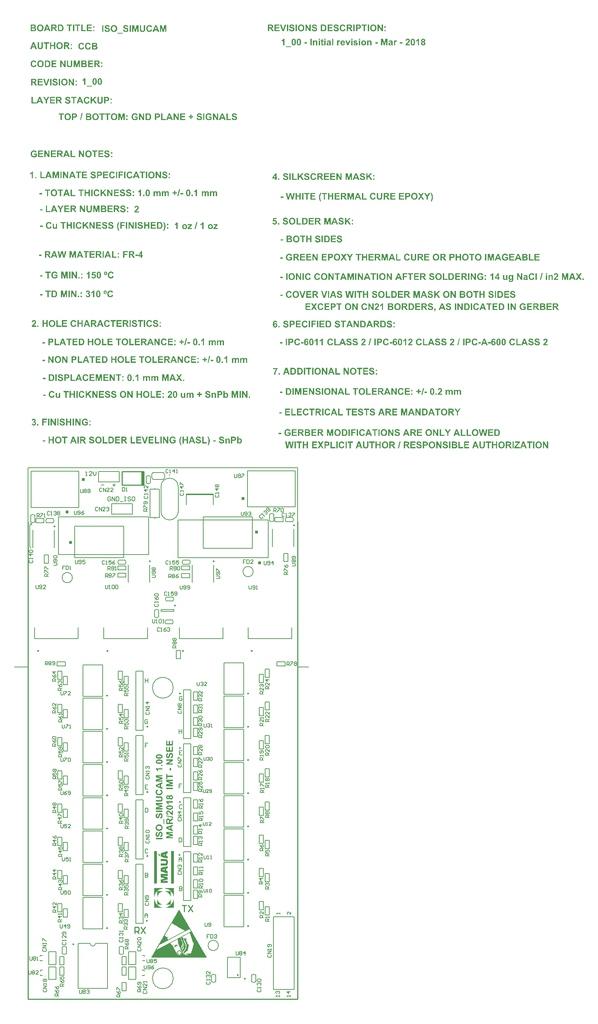
<source format=gto>
G04 Layer_Color=65535*
%FSLAX25Y25*%
%MOIN*%
G70*
G01*
G75*
%ADD26C,0.01000*%
%ADD27C,0.00600*%
%ADD41C,0.00984*%
%ADD42C,0.00394*%
%ADD43C,0.00787*%
%ADD44C,0.00984*%
%ADD45C,0.00500*%
%ADD46C,0.00300*%
%ADD47R,0.02500X0.03000*%
%ADD48R,0.53400X0.00100*%
%ADD49R,0.53300X0.00100*%
%ADD50R,0.53200X0.00100*%
%ADD51R,0.53100X0.00100*%
%ADD52R,0.52900X0.00100*%
%ADD53R,0.52800X0.00100*%
%ADD54R,0.52700X0.00100*%
%ADD55R,0.52600X0.00100*%
%ADD56R,0.52500X0.00100*%
%ADD57R,0.52400X0.00100*%
%ADD58R,0.52300X0.00100*%
%ADD59R,0.52100X0.00100*%
%ADD60R,0.52000X0.00100*%
%ADD61R,0.51900X0.00100*%
%ADD62R,0.51800X0.00100*%
%ADD63R,0.51700X0.00100*%
%ADD64R,0.51600X0.00100*%
%ADD65R,0.51500X0.00100*%
%ADD66R,0.51300X0.00100*%
%ADD67R,0.32200X0.00100*%
%ADD68R,0.18700X0.00100*%
%ADD69R,0.32000X0.00100*%
%ADD70R,0.18500X0.00100*%
%ADD71R,0.31800X0.00100*%
%ADD72R,0.18200X0.00100*%
%ADD73R,0.25100X0.00100*%
%ADD74R,0.05700X0.00100*%
%ADD75R,0.18000X0.00100*%
%ADD76R,0.24700X0.00100*%
%ADD77R,0.05600X0.00100*%
%ADD78R,0.17700X0.00100*%
%ADD79R,0.24500X0.00100*%
%ADD80R,0.05500X0.00100*%
%ADD81R,0.17400X0.00100*%
%ADD82R,0.24200X0.00100*%
%ADD83R,0.04600X0.00100*%
%ADD84R,0.00600X0.00100*%
%ADD85R,0.17200X0.00100*%
%ADD86R,0.24000X0.00100*%
%ADD87R,0.00700X0.00100*%
%ADD88R,0.04300X0.00100*%
%ADD89R,0.16800X0.00100*%
%ADD90R,0.23800X0.00100*%
%ADD91R,0.01200X0.00100*%
%ADD92R,0.04100X0.00100*%
%ADD93R,0.16600X0.00100*%
%ADD94R,0.23700X0.00100*%
%ADD95R,0.01500X0.00100*%
%ADD96R,0.03900X0.00100*%
%ADD97R,0.16300X0.00100*%
%ADD98R,0.23500X0.00100*%
%ADD99R,0.00500X0.00100*%
%ADD100R,0.00800X0.00100*%
%ADD101R,0.03700X0.00100*%
%ADD102R,0.16100X0.00100*%
%ADD103R,0.23300X0.00100*%
%ADD104R,0.03500X0.00100*%
%ADD105R,0.15800X0.00100*%
%ADD106R,0.23200X0.00100*%
%ADD107R,0.02600X0.00100*%
%ADD108R,0.15500X0.00100*%
%ADD109R,0.23000X0.00100*%
%ADD110R,0.00400X0.00100*%
%ADD111R,0.02200X0.00100*%
%ADD112R,0.15300X0.00100*%
%ADD113R,0.22900X0.00100*%
%ADD114R,0.02000X0.00100*%
%ADD115R,0.22800X0.00100*%
%ADD116R,0.01900X0.00100*%
%ADD117R,0.01000X0.00100*%
%ADD118R,0.14700X0.00100*%
%ADD119R,0.22700X0.00100*%
%ADD120R,0.01700X0.00100*%
%ADD121R,0.14400X0.00100*%
%ADD122R,0.22500X0.00100*%
%ADD123R,0.14100X0.00100*%
%ADD124R,0.22300X0.00100*%
%ADD125R,0.01400X0.00100*%
%ADD126R,0.13900X0.00100*%
%ADD127R,0.01300X0.00100*%
%ADD128R,0.13500X0.00100*%
%ADD129R,0.22100X0.00100*%
%ADD130R,0.01100X0.00100*%
%ADD131R,0.00200X0.00100*%
%ADD132R,0.13300X0.00100*%
%ADD133R,0.13000X0.00100*%
%ADD134R,0.21900X0.00100*%
%ADD135R,0.12900X0.00100*%
%ADD136R,0.21800X0.00100*%
%ADD137R,0.00300X0.00100*%
%ADD138R,0.00900X0.00100*%
%ADD139R,0.12700X0.00100*%
%ADD140R,0.21700X0.00100*%
%ADD141R,0.12600X0.00100*%
%ADD142R,0.21600X0.00100*%
%ADD143R,0.12500X0.00100*%
%ADD144R,0.21500X0.00100*%
%ADD145R,0.12400X0.00100*%
%ADD146R,0.21400X0.00100*%
%ADD147R,0.12300X0.00100*%
%ADD148R,0.21300X0.00100*%
%ADD149R,0.12200X0.00100*%
%ADD150R,0.21200X0.00100*%
%ADD151R,0.12100X0.00100*%
%ADD152R,0.21000X0.00100*%
%ADD153R,0.12000X0.00100*%
%ADD154R,0.11800X0.00100*%
%ADD155R,0.20800X0.00100*%
%ADD156R,0.11700X0.00100*%
%ADD157R,0.20600X0.00100*%
%ADD158R,0.11600X0.00100*%
%ADD159R,0.20400X0.00100*%
%ADD160R,0.11500X0.00100*%
%ADD161R,0.11400X0.00100*%
%ADD162R,0.20200X0.00100*%
%ADD163R,0.11300X0.00100*%
%ADD164R,0.11200X0.00100*%
%ADD165R,0.20000X0.00100*%
%ADD166R,0.11100X0.00100*%
%ADD167R,0.19900X0.00100*%
%ADD168R,0.01800X0.00100*%
%ADD169R,0.11000X0.00100*%
%ADD170R,0.19800X0.00100*%
%ADD171R,0.19600X0.00100*%
%ADD172R,0.10800X0.00100*%
%ADD173R,0.02100X0.00100*%
%ADD174R,0.10700X0.00100*%
%ADD175R,0.19400X0.00100*%
%ADD176R,0.02300X0.00100*%
%ADD177R,0.19300X0.00100*%
%ADD178R,0.03300X0.00100*%
%ADD179R,0.10600X0.00100*%
%ADD180R,0.19200X0.00100*%
%ADD181R,0.03200X0.00100*%
%ADD182R,0.10500X0.00100*%
%ADD183R,0.19100X0.00100*%
%ADD184R,0.03000X0.00100*%
%ADD185R,0.10400X0.00100*%
%ADD186R,0.19000X0.00100*%
%ADD187R,0.02700X0.00100*%
%ADD188R,0.18800X0.00100*%
%ADD189R,0.10200X0.00100*%
%ADD190R,0.10100X0.00100*%
%ADD191R,0.18100X0.00100*%
%ADD192R,0.17800X0.00100*%
%ADD193R,0.09900X0.00100*%
%ADD194R,0.09800X0.00100*%
%ADD195R,0.01600X0.00100*%
%ADD196R,0.09600X0.00100*%
%ADD197R,0.16900X0.00100*%
%ADD198R,0.16700X0.00100*%
%ADD199R,0.09500X0.00100*%
%ADD200R,0.16400X0.00100*%
%ADD201R,0.16200X0.00100*%
%ADD202R,0.09300X0.00100*%
%ADD203R,0.15900X0.00100*%
%ADD204R,0.15700X0.00100*%
%ADD205R,0.09200X0.00100*%
%ADD206R,0.09100X0.00100*%
%ADD207R,0.09000X0.00100*%
%ADD208R,0.15000X0.00100*%
%ADD209R,0.08900X0.00100*%
%ADD210R,0.14800X0.00100*%
%ADD211R,0.14500X0.00100*%
%ADD212R,0.08700X0.00100*%
%ADD213R,0.14300X0.00100*%
%ADD214R,0.08600X0.00100*%
%ADD215R,0.14000X0.00100*%
%ADD216R,0.13800X0.00100*%
%ADD217R,0.08500X0.00100*%
%ADD218R,0.08400X0.00100*%
%ADD219R,0.13400X0.00100*%
%ADD220R,0.08300X0.00100*%
%ADD221R,0.13200X0.00100*%
%ADD222R,0.08200X0.00100*%
%ADD223R,0.08000X0.00100*%
%ADD224R,0.07900X0.00100*%
%ADD225R,0.07700X0.00100*%
%ADD226R,0.07600X0.00100*%
%ADD227R,0.07500X0.00100*%
%ADD228R,0.10900X0.00100*%
%ADD229R,0.07400X0.00100*%
%ADD230R,0.07300X0.00100*%
%ADD231R,0.07200X0.00100*%
%ADD232R,0.10000X0.00100*%
%ADD233R,0.07000X0.00100*%
%ADD234R,0.09700X0.00100*%
%ADD235R,0.06900X0.00100*%
%ADD236R,0.06700X0.00100*%
%ADD237R,0.02400X0.00100*%
%ADD238R,0.06600X0.00100*%
%ADD239R,0.06500X0.00100*%
%ADD240R,0.02500X0.00100*%
%ADD241R,0.06400X0.00100*%
%ADD242R,0.06300X0.00100*%
%ADD243R,0.07100X0.00100*%
%ADD244R,0.06200X0.00100*%
%ADD245R,0.02900X0.00100*%
%ADD246R,0.06100X0.00100*%
%ADD247R,0.06000X0.00100*%
%ADD248R,0.03100X0.00100*%
%ADD249R,0.05900X0.00100*%
%ADD250R,0.05800X0.00100*%
%ADD251R,0.05200X0.00100*%
%ADD252R,0.04900X0.00100*%
%ADD253R,0.03400X0.00100*%
%ADD254R,0.04400X0.00100*%
%ADD255R,0.03600X0.00100*%
%ADD256R,0.00100X0.00100*%
%ADD257R,0.05300X0.00100*%
%ADD258R,0.03800X0.00100*%
%ADD259R,0.05100X0.00100*%
%ADD260R,0.04200X0.00100*%
%ADD261R,0.04800X0.00100*%
%ADD262R,0.04700X0.00100*%
%ADD263R,0.04000X0.00100*%
%ADD264R,0.04500X0.00100*%
%ADD265R,0.05400X0.00100*%
%ADD266R,0.02800X0.00100*%
%ADD267R,0.06800X0.00100*%
%ADD268R,0.08800X0.00100*%
%ADD269R,0.11900X0.00100*%
%ADD270R,0.12800X0.00100*%
%ADD271R,0.13100X0.00100*%
%ADD272R,0.13600X0.00100*%
%ADD273R,0.14200X0.00100*%
%ADD274R,0.14900X0.00100*%
%ADD275R,0.13700X0.00100*%
%ADD276R,0.10300X0.00100*%
%ADD277R,0.08100X0.00100*%
%ADD278R,0.07800X0.00100*%
G36*
X21849Y681619D02*
X19962D01*
Y676300D01*
X18667D01*
Y681619D01*
X16771D01*
Y682701D01*
X21849D01*
Y681619D01*
D02*
G37*
G36*
X67896Y682729D02*
X67970Y682720D01*
X68062Y682701D01*
X68155Y682683D01*
X68265Y682655D01*
X68386Y682618D01*
X68497Y682572D01*
X68617Y682525D01*
X68737Y682460D01*
X68858Y682377D01*
X68978Y682294D01*
X69089Y682192D01*
X69191Y682072D01*
X69200Y682063D01*
X69218Y682035D01*
X69246Y681989D01*
X69292Y681924D01*
X69339Y681832D01*
X69394Y681720D01*
X69450Y681600D01*
X69505Y681443D01*
X69560Y681277D01*
X69625Y681082D01*
X69671Y680869D01*
X69718Y680629D01*
X69764Y680370D01*
X69792Y680092D01*
X69810Y679787D01*
X69819Y679454D01*
Y679445D01*
Y679436D01*
Y679408D01*
Y679371D01*
Y679279D01*
X69810Y679158D01*
X69801Y679010D01*
X69783Y678834D01*
X69764Y678650D01*
X69745Y678446D01*
X69709Y678233D01*
X69662Y678011D01*
X69616Y677799D01*
X69551Y677586D01*
X69486Y677373D01*
X69394Y677179D01*
X69301Y676994D01*
X69191Y676836D01*
X69181Y676827D01*
X69163Y676809D01*
X69135Y676772D01*
X69098Y676735D01*
X69042Y676688D01*
X68978Y676633D01*
X68894Y676568D01*
X68811Y676513D01*
X68709Y676448D01*
X68608Y676383D01*
X68488Y676328D01*
X68358Y676281D01*
X68219Y676244D01*
X68062Y676207D01*
X67905Y676189D01*
X67738Y676180D01*
X67701D01*
X67646Y676189D01*
X67581D01*
X67507Y676198D01*
X67414Y676217D01*
X67313Y676235D01*
X67202Y676272D01*
X67081Y676309D01*
X66961Y676356D01*
X66832Y676411D01*
X66711Y676485D01*
X66582Y676559D01*
X66462Y676661D01*
X66342Y676762D01*
X66230Y676892D01*
X66221Y676901D01*
X66203Y676929D01*
X66175Y676975D01*
X66147Y677031D01*
X66101Y677114D01*
X66055Y677216D01*
X65999Y677345D01*
X65953Y677484D01*
X65898Y677650D01*
X65842Y677836D01*
X65796Y678048D01*
X65759Y678279D01*
X65722Y678539D01*
X65694Y678825D01*
X65675Y679131D01*
X65666Y679463D01*
Y679473D01*
Y679482D01*
Y679510D01*
Y679547D01*
Y679639D01*
X65675Y679760D01*
X65685Y679908D01*
X65703Y680083D01*
X65722Y680268D01*
X65740Y680472D01*
X65777Y680685D01*
X65814Y680897D01*
X65870Y681119D01*
X65925Y681332D01*
X65999Y681535D01*
X66083Y681730D01*
X66175Y681915D01*
X66286Y682072D01*
X66295Y682081D01*
X66314Y682100D01*
X66342Y682137D01*
X66388Y682174D01*
X66434Y682229D01*
X66499Y682285D01*
X66582Y682340D01*
X66665Y682405D01*
X66767Y682470D01*
X66869Y682525D01*
X66989Y682581D01*
X67119Y682636D01*
X67257Y682673D01*
X67414Y682710D01*
X67572Y682729D01*
X67738Y682738D01*
X67831D01*
X67896Y682729D01*
D02*
G37*
G36*
X40340Y676300D02*
X39045D01*
Y682701D01*
X40340D01*
Y676300D01*
D02*
G37*
G36*
X25318Y682692D02*
X25493Y682683D01*
X25688Y682673D01*
X25891Y682646D01*
X26085Y682618D01*
X26261Y682572D01*
X26270D01*
X26289Y682562D01*
X26317Y682553D01*
X26354Y682544D01*
X26465Y682498D01*
X26594Y682433D01*
X26742Y682349D01*
X26909Y682248D01*
X27066Y682128D01*
X27223Y681980D01*
X27233D01*
X27242Y681961D01*
X27288Y681906D01*
X27362Y681813D01*
X27445Y681693D01*
X27547Y681545D01*
X27649Y681369D01*
X27751Y681166D01*
X27834Y680943D01*
Y680934D01*
X27843Y680916D01*
X27852Y680879D01*
X27871Y680832D01*
X27880Y680777D01*
X27898Y680703D01*
X27917Y680620D01*
X27945Y680527D01*
X27963Y680426D01*
X27982Y680305D01*
X28000Y680185D01*
X28010Y680046D01*
X28037Y679760D01*
X28047Y679436D01*
Y679426D01*
Y679399D01*
Y679362D01*
Y679306D01*
X28037Y679232D01*
Y679158D01*
X28028Y679066D01*
X28019Y678964D01*
X28000Y678751D01*
X27963Y678529D01*
X27908Y678298D01*
X27843Y678076D01*
Y678067D01*
X27834Y678048D01*
X27815Y678011D01*
X27797Y677956D01*
X27778Y677900D01*
X27741Y677836D01*
X27667Y677669D01*
X27575Y677493D01*
X27455Y677299D01*
X27316Y677114D01*
X27158Y676938D01*
X27140Y676920D01*
X27094Y676883D01*
X27020Y676827D01*
X26918Y676753D01*
X26788Y676670D01*
X26640Y676587D01*
X26456Y676504D01*
X26252Y676430D01*
X26243D01*
X26234Y676420D01*
X26206D01*
X26178Y676411D01*
X26076Y676393D01*
X25947Y676365D01*
X25789Y676337D01*
X25595Y676319D01*
X25364Y676309D01*
X25114Y676300D01*
X22691D01*
Y682701D01*
X25244D01*
X25318Y682692D01*
D02*
G37*
G36*
X52466Y697913D02*
X51236D01*
Y699144D01*
X52466D01*
Y697913D01*
D02*
G37*
G36*
X74990Y701012D02*
X75055D01*
X75120Y701003D01*
X75277Y700966D01*
X75453Y700910D01*
X75629Y700836D01*
X75814Y700725D01*
X75897Y700651D01*
X75980Y700577D01*
X75989Y700568D01*
X75999Y700559D01*
X76017Y700531D01*
X76045Y700494D01*
X76073Y700457D01*
X76109Y700401D01*
X76147Y700337D01*
X76193Y700263D01*
X76267Y700096D01*
X76332Y699884D01*
X76378Y699643D01*
X76396Y699513D01*
Y699375D01*
Y699366D01*
Y699338D01*
Y699301D01*
X76387Y699245D01*
Y699181D01*
X76378Y699107D01*
X76341Y698931D01*
X76294Y698736D01*
X76221Y698533D01*
X76119Y698339D01*
X76054Y698246D01*
X75980Y698163D01*
X75962Y698144D01*
X75934Y698126D01*
X75906Y698098D01*
X75814Y698024D01*
X75684Y697950D01*
X75527Y697876D01*
X75342Y697802D01*
X75120Y697756D01*
X75009Y697747D01*
X74879Y697738D01*
X74814D01*
X74768Y697747D01*
X74704D01*
X74639Y697756D01*
X74481Y697793D01*
X74306Y697839D01*
X74121Y697913D01*
X73936Y698024D01*
X73852Y698089D01*
X73769Y698163D01*
Y698172D01*
X73751Y698181D01*
X73732Y698209D01*
X73704Y698246D01*
X73677Y698283D01*
X73640Y698339D01*
X73603Y698404D01*
X73566Y698478D01*
X73492Y698653D01*
X73427Y698857D01*
X73381Y699097D01*
X73371Y699236D01*
X73362Y699375D01*
Y699384D01*
Y699412D01*
Y699449D01*
X73371Y699504D01*
Y699569D01*
X73381Y699643D01*
X73418Y699819D01*
X73464Y700013D01*
X73538Y700216D01*
X73640Y700411D01*
X73695Y700503D01*
X73769Y700587D01*
X73778Y700596D01*
X73788Y700605D01*
X73816Y700624D01*
X73843Y700651D01*
X73936Y700725D01*
X74065Y700808D01*
X74222Y700882D01*
X74417Y700956D01*
X74629Y701003D01*
X74750Y701021D01*
X74944D01*
X74990Y701012D01*
D02*
G37*
G36*
X25826D02*
X25928Y701003D01*
X26048Y700993D01*
X26178Y700984D01*
X26317Y700956D01*
X26613Y700901D01*
X26918Y700808D01*
X27075Y700753D01*
X27223Y700688D01*
X27362Y700614D01*
X27492Y700522D01*
X27501Y700513D01*
X27519Y700503D01*
X27556Y700466D01*
X27602Y700429D01*
X27658Y700383D01*
X27714Y700318D01*
X27778Y700244D01*
X27852Y700161D01*
X27926Y700069D01*
X28000Y699967D01*
X28074Y699856D01*
X28139Y699726D01*
X28213Y699597D01*
X28269Y699458D01*
X28324Y699301D01*
X28361Y699144D01*
X27075Y698903D01*
Y698912D01*
X27066Y698921D01*
X27048Y698977D01*
X27011Y699060D01*
X26955Y699171D01*
X26890Y699292D01*
X26798Y699412D01*
X26687Y699532D01*
X26557Y699643D01*
X26539Y699652D01*
X26493Y699689D01*
X26409Y699735D01*
X26307Y699782D01*
X26169Y699837D01*
X26011Y699874D01*
X25836Y699911D01*
X25632Y699921D01*
X25549D01*
X25493Y699911D01*
X25420Y699902D01*
X25336Y699893D01*
X25244Y699874D01*
X25142Y699856D01*
X24929Y699791D01*
X24818Y699745D01*
X24707Y699689D01*
X24596Y699624D01*
X24485Y699560D01*
X24384Y699467D01*
X24282Y699375D01*
X24272Y699366D01*
X24263Y699347D01*
X24236Y699319D01*
X24208Y699273D01*
X24171Y699218D01*
X24125Y699153D01*
X24078Y699069D01*
X24041Y698977D01*
X23995Y698866D01*
X23949Y698746D01*
X23902Y698616D01*
X23866Y698478D01*
X23838Y698320D01*
X23810Y698144D01*
X23801Y697969D01*
X23791Y697775D01*
Y697765D01*
Y697728D01*
Y697663D01*
X23801Y697589D01*
X23810Y697488D01*
X23819Y697386D01*
X23838Y697257D01*
X23856Y697127D01*
X23912Y696849D01*
X24004Y696563D01*
X24060Y696424D01*
X24125Y696294D01*
X24208Y696165D01*
X24291Y696054D01*
X24300Y696045D01*
X24319Y696026D01*
X24347Y695998D01*
X24384Y695962D01*
X24439Y695925D01*
X24495Y695869D01*
X24568Y695823D01*
X24652Y695767D01*
X24744Y695712D01*
X24837Y695666D01*
X25068Y695573D01*
X25197Y695536D01*
X25327Y695508D01*
X25475Y695490D01*
X25623Y695480D01*
X25697D01*
X25771Y695490D01*
X25882Y695499D01*
X26002Y695517D01*
X26141Y695545D01*
X26289Y695582D01*
X26437Y695638D01*
X26446D01*
X26456Y695647D01*
X26502Y695666D01*
X26585Y695703D01*
X26678Y695749D01*
X26788Y695804D01*
X26909Y695869D01*
X27029Y695943D01*
X27140Y696026D01*
Y696849D01*
X25660D01*
Y697932D01*
X28444D01*
Y695360D01*
X28426Y695342D01*
X28398Y695323D01*
X28370Y695295D01*
X28324Y695259D01*
X28278Y695222D01*
X28148Y695129D01*
X27972Y695027D01*
X27769Y694907D01*
X27538Y694787D01*
X27260Y694676D01*
X27251D01*
X27223Y694666D01*
X27186Y694648D01*
X27131Y694629D01*
X27057Y694611D01*
X26974Y694583D01*
X26881Y694556D01*
X26779Y694528D01*
X26548Y694472D01*
X26280Y694426D01*
X26002Y694389D01*
X25706Y694380D01*
X25605D01*
X25540Y694389D01*
X25447D01*
X25346Y694398D01*
X25234Y694417D01*
X25105Y694435D01*
X24837Y694482D01*
X24541Y694556D01*
X24236Y694657D01*
X24097Y694722D01*
X23949Y694796D01*
X23939Y694805D01*
X23921Y694814D01*
X23875Y694842D01*
X23829Y694879D01*
X23764Y694916D01*
X23699Y694972D01*
X23616Y695037D01*
X23532Y695111D01*
X23347Y695277D01*
X23163Y695490D01*
X22987Y695730D01*
X22829Y696008D01*
Y696017D01*
X22811Y696045D01*
X22793Y696091D01*
X22774Y696146D01*
X22746Y696220D01*
X22709Y696304D01*
X22682Y696406D01*
X22645Y696517D01*
X22607Y696637D01*
X22580Y696775D01*
X22515Y697062D01*
X22478Y697377D01*
X22459Y697719D01*
Y697728D01*
Y697765D01*
Y697821D01*
X22469Y697886D01*
Y697978D01*
X22478Y698080D01*
X22497Y698191D01*
X22515Y698320D01*
X22561Y698589D01*
X22635Y698894D01*
X22737Y699199D01*
X22802Y699347D01*
X22876Y699495D01*
X22885Y699504D01*
X22894Y699532D01*
X22922Y699569D01*
X22950Y699624D01*
X22996Y699689D01*
X23052Y699763D01*
X23116Y699847D01*
X23181Y699939D01*
X23264Y700032D01*
X23357Y700133D01*
X23459Y700235D01*
X23570Y700337D01*
X23690Y700429D01*
X23810Y700531D01*
X24097Y700698D01*
X24106D01*
X24125Y700716D01*
X24161Y700725D01*
X24208Y700753D01*
X24272Y700772D01*
X24337Y700799D01*
X24430Y700827D01*
X24522Y700864D01*
X24624Y700892D01*
X24744Y700919D01*
X24874Y700947D01*
X25003Y700975D01*
X25299Y701012D01*
X25632Y701021D01*
X25743D01*
X25826Y701012D01*
D02*
G37*
G36*
X80124D02*
X80226Y701003D01*
X80337Y700984D01*
X80466Y700966D01*
X80605Y700938D01*
X80753Y700901D01*
X80910Y700855D01*
X81068Y700799D01*
X81234Y700725D01*
X81391Y700651D01*
X81539Y700559D01*
X81696Y700448D01*
X81835Y700327D01*
X81845D01*
X81854Y700309D01*
X81881Y700281D01*
X81909Y700253D01*
X81946Y700207D01*
X81983Y700152D01*
X82085Y700022D01*
X82187Y699856D01*
X82298Y699652D01*
X82399Y699421D01*
X82492Y699153D01*
X81216Y698847D01*
Y698857D01*
X81206Y698866D01*
Y698894D01*
X81188Y698931D01*
X81160Y699014D01*
X81114Y699125D01*
X81049Y699255D01*
X80966Y699384D01*
X80855Y699513D01*
X80734Y699624D01*
X80716Y699634D01*
X80670Y699671D01*
X80596Y699717D01*
X80494Y699773D01*
X80365Y699828D01*
X80216Y699874D01*
X80050Y699911D01*
X79865Y699921D01*
X79800D01*
X79745Y699911D01*
X79689Y699902D01*
X79615Y699893D01*
X79458Y699856D01*
X79273Y699791D01*
X79079Y699698D01*
X78977Y699643D01*
X78885Y699578D01*
X78792Y699495D01*
X78709Y699403D01*
Y699393D01*
X78690Y699375D01*
X78672Y699347D01*
X78644Y699301D01*
X78607Y699245D01*
X78570Y699181D01*
X78533Y699097D01*
X78496Y699005D01*
X78450Y698894D01*
X78413Y698773D01*
X78376Y698635D01*
X78339Y698487D01*
X78311Y698320D01*
X78293Y698144D01*
X78283Y697950D01*
X78274Y697738D01*
Y697728D01*
Y697682D01*
Y697617D01*
X78283Y697543D01*
Y697441D01*
X78302Y697321D01*
X78311Y697201D01*
X78329Y697062D01*
X78385Y696775D01*
X78459Y696489D01*
X78505Y696350D01*
X78570Y696220D01*
X78635Y696100D01*
X78709Y695998D01*
X78718Y695989D01*
X78727Y695980D01*
X78755Y695952D01*
X78792Y695915D01*
X78885Y695841D01*
X79014Y695749D01*
X79171Y695647D01*
X79365Y695573D01*
X79588Y695508D01*
X79708Y695499D01*
X79837Y695490D01*
X79883D01*
X79921Y695499D01*
X80022Y695508D01*
X80142Y695527D01*
X80272Y695573D01*
X80420Y695628D01*
X80568Y695703D01*
X80716Y695814D01*
X80734Y695832D01*
X80781Y695878D01*
X80845Y695952D01*
X80919Y696063D01*
X81012Y696211D01*
X81095Y696387D01*
X81178Y696600D01*
X81252Y696849D01*
X82511Y696461D01*
Y696452D01*
X82501Y696415D01*
X82483Y696359D01*
X82455Y696285D01*
X82418Y696202D01*
X82381Y696100D01*
X82335Y695989D01*
X82279Y695869D01*
X82150Y695619D01*
X81983Y695360D01*
X81780Y695111D01*
X81669Y695000D01*
X81549Y694898D01*
X81539Y694888D01*
X81521Y694879D01*
X81484Y694851D01*
X81428Y694814D01*
X81363Y694777D01*
X81280Y694740D01*
X81188Y694694D01*
X81086Y694648D01*
X80966Y694593D01*
X80836Y694546D01*
X80698Y694509D01*
X80550Y694472D01*
X80392Y694435D01*
X80216Y694408D01*
X80041Y694398D01*
X79847Y694389D01*
X79791D01*
X79726Y694398D01*
X79634Y694408D01*
X79532Y694417D01*
X79403Y694435D01*
X79264Y694463D01*
X79106Y694500D01*
X78949Y694546D01*
X78783Y694602D01*
X78607Y694676D01*
X78431Y694759D01*
X78255Y694851D01*
X78080Y694972D01*
X77913Y695101D01*
X77756Y695259D01*
X77747Y695268D01*
X77719Y695295D01*
X77682Y695351D01*
X77627Y695416D01*
X77571Y695508D01*
X77497Y695610D01*
X77423Y695740D01*
X77349Y695888D01*
X77275Y696045D01*
X77201Y696220D01*
X77127Y696424D01*
X77071Y696637D01*
X77016Y696859D01*
X76979Y697109D01*
X76951Y697367D01*
X76942Y697645D01*
Y697654D01*
Y697663D01*
Y697719D01*
X76951Y697802D01*
Y697913D01*
X76970Y698043D01*
X76988Y698200D01*
X77007Y698366D01*
X77044Y698561D01*
X77090Y698755D01*
X77145Y698958D01*
X77210Y699162D01*
X77293Y699375D01*
X77386Y699578D01*
X77497Y699773D01*
X77617Y699958D01*
X77765Y700133D01*
X77775Y700142D01*
X77802Y700170D01*
X77849Y700216D01*
X77913Y700272D01*
X77996Y700337D01*
X78098Y700411D01*
X78209Y700494D01*
X78348Y700577D01*
X78496Y700661D01*
X78653Y700744D01*
X78838Y700818D01*
X79023Y700882D01*
X79236Y700938D01*
X79449Y700984D01*
X79689Y701012D01*
X79930Y701021D01*
X80041D01*
X80124Y701012D01*
D02*
G37*
G36*
X49248Y676300D02*
X48017D01*
Y677530D01*
X49248D01*
Y676300D01*
D02*
G37*
G36*
X46667D02*
X45372D01*
X42772Y680518D01*
Y676300D01*
X41579D01*
Y682701D01*
X42828D01*
X45474Y678391D01*
Y682701D01*
X46667D01*
Y676300D01*
D02*
G37*
G36*
X37778D02*
X36584D01*
X36575Y681332D01*
X35317Y676300D01*
X34068D01*
X32810Y681332D01*
Y676300D01*
X31617D01*
Y682701D01*
X33550D01*
X34697Y678326D01*
X35835Y682701D01*
X37778D01*
Y676300D01*
D02*
G37*
G36*
X51967Y679713D02*
X50737D01*
Y680943D01*
X51967D01*
Y679713D01*
D02*
G37*
G36*
X74491Y682812D02*
X74555D01*
X74620Y682803D01*
X74778Y682766D01*
X74953Y682710D01*
X75129Y682636D01*
X75314Y682525D01*
X75397Y682451D01*
X75481Y682377D01*
X75490Y682368D01*
X75499Y682359D01*
X75517Y682331D01*
X75545Y682294D01*
X75573Y682257D01*
X75610Y682201D01*
X75647Y682137D01*
X75693Y682063D01*
X75767Y681896D01*
X75832Y681683D01*
X75878Y681443D01*
X75897Y681314D01*
Y681175D01*
Y681166D01*
Y681138D01*
Y681101D01*
X75888Y681045D01*
Y680980D01*
X75878Y680906D01*
X75841Y680731D01*
X75795Y680537D01*
X75721Y680333D01*
X75619Y680139D01*
X75555Y680046D01*
X75481Y679963D01*
X75462Y679945D01*
X75434Y679926D01*
X75406Y679898D01*
X75314Y679824D01*
X75185Y679750D01*
X75027Y679676D01*
X74842Y679602D01*
X74620Y679556D01*
X74509Y679547D01*
X74380Y679537D01*
X74315D01*
X74269Y679547D01*
X74204D01*
X74139Y679556D01*
X73982Y679593D01*
X73806Y679639D01*
X73621Y679713D01*
X73436Y679824D01*
X73353Y679889D01*
X73270Y679963D01*
Y679972D01*
X73251Y679982D01*
X73233Y680009D01*
X73205Y680046D01*
X73177Y680083D01*
X73140Y680139D01*
X73103Y680203D01*
X73066Y680277D01*
X72992Y680453D01*
X72927Y680657D01*
X72881Y680897D01*
X72872Y681036D01*
X72863Y681175D01*
Y681184D01*
Y681212D01*
Y681249D01*
X72872Y681304D01*
Y681369D01*
X72881Y681443D01*
X72918Y681619D01*
X72965Y681813D01*
X73039Y682017D01*
X73140Y682211D01*
X73196Y682303D01*
X73270Y682386D01*
X73279Y682396D01*
X73288Y682405D01*
X73316Y682423D01*
X73344Y682451D01*
X73436Y682525D01*
X73566Y682609D01*
X73723Y682683D01*
X73917Y682757D01*
X74130Y682803D01*
X74250Y682821D01*
X74445D01*
X74491Y682812D01*
D02*
G37*
G36*
X63826Y676300D02*
X62595D01*
Y680934D01*
X62586Y680925D01*
X62568Y680906D01*
X62530Y680879D01*
X62475Y680832D01*
X62410Y680777D01*
X62336Y680722D01*
X62244Y680657D01*
X62142Y680583D01*
X62031Y680509D01*
X61911Y680435D01*
X61781Y680351D01*
X61642Y680277D01*
X61347Y680139D01*
X61014Y680009D01*
Y681119D01*
X61023D01*
X61032Y681129D01*
X61060Y681138D01*
X61097Y681147D01*
X61189Y681193D01*
X61319Y681249D01*
X61476Y681323D01*
X61652Y681425D01*
X61846Y681554D01*
X62050Y681702D01*
X62059Y681711D01*
X62077Y681720D01*
X62105Y681748D01*
X62142Y681785D01*
X62244Y681878D01*
X62355Y681998D01*
X62484Y682146D01*
X62614Y682331D01*
X62734Y682525D01*
X62827Y682738D01*
X63826D01*
Y676300D01*
D02*
G37*
G36*
X51967D02*
X50737D01*
Y677530D01*
X51967D01*
Y676300D01*
D02*
G37*
G36*
X14014Y678011D02*
X11600D01*
Y679242D01*
X14014D01*
Y678011D01*
D02*
G37*
G36*
X57878Y682729D02*
X57961Y682720D01*
X58044Y682710D01*
X58146Y682692D01*
X58248Y682664D01*
X58479Y682599D01*
X58599Y682553D01*
X58729Y682488D01*
X58849Y682423D01*
X58960Y682349D01*
X59080Y682257D01*
X59182Y682155D01*
X59191Y682146D01*
X59201Y682137D01*
X59228Y682109D01*
X59256Y682072D01*
X59330Y681980D01*
X59413Y681850D01*
X59496Y681693D01*
X59561Y681508D01*
X59617Y681304D01*
X59626Y681203D01*
X59635Y681091D01*
Y681082D01*
Y681054D01*
X59626Y681008D01*
X59617Y680953D01*
X59607Y680879D01*
X59589Y680795D01*
X59561Y680703D01*
X59524Y680601D01*
X59469Y680500D01*
X59413Y680388D01*
X59339Y680277D01*
X59247Y680166D01*
X59136Y680056D01*
X59016Y679945D01*
X58877Y679843D01*
X58710Y679741D01*
X58719D01*
X58738Y679732D01*
X58766D01*
X58803Y679713D01*
X58904Y679685D01*
X59025Y679630D01*
X59163Y679556D01*
X59311Y679463D01*
X59460Y679343D01*
X59589Y679205D01*
X59607Y679186D01*
X59645Y679131D01*
X59691Y679047D01*
X59755Y678927D01*
X59820Y678788D01*
X59866Y678613D01*
X59904Y678428D01*
X59922Y678215D01*
Y678205D01*
Y678178D01*
Y678131D01*
X59913Y678076D01*
X59904Y678002D01*
X59885Y677919D01*
X59866Y677817D01*
X59848Y677715D01*
X59774Y677493D01*
X59719Y677373D01*
X59663Y677244D01*
X59589Y677123D01*
X59506Y677003D01*
X59413Y676883D01*
X59302Y676772D01*
X59293Y676762D01*
X59275Y676744D01*
X59237Y676716D01*
X59191Y676679D01*
X59127Y676633D01*
X59062Y676587D01*
X58969Y676531D01*
X58877Y676476D01*
X58775Y676420D01*
X58655Y676365D01*
X58525Y676319D01*
X58396Y676272D01*
X58248Y676235D01*
X58100Y676207D01*
X57933Y676189D01*
X57767Y676180D01*
X57683D01*
X57619Y676189D01*
X57545Y676198D01*
X57462Y676207D01*
X57369Y676226D01*
X57258Y676244D01*
X57036Y676300D01*
X56796Y676393D01*
X56666Y676448D01*
X56555Y676513D01*
X56435Y676596D01*
X56324Y676679D01*
X56314Y676688D01*
X56296Y676707D01*
X56268Y676735D01*
X56231Y676772D01*
X56185Y676818D01*
X56139Y676883D01*
X56083Y676947D01*
X56028Y677031D01*
X55972Y677123D01*
X55907Y677216D01*
X55806Y677438D01*
X55722Y677697D01*
X55686Y677836D01*
X55667Y677984D01*
X56851Y678131D01*
Y678122D01*
Y678113D01*
X56860Y678057D01*
X56879Y677974D01*
X56906Y677873D01*
X56953Y677762D01*
X56999Y677641D01*
X57073Y677530D01*
X57156Y677428D01*
X57165Y677419D01*
X57203Y677391D01*
X57258Y677354D01*
X57323Y677317D01*
X57415Y677271D01*
X57517Y677234D01*
X57628Y677207D01*
X57758Y677197D01*
X57776D01*
X57822Y677207D01*
X57887Y677216D01*
X57980Y677234D01*
X58081Y677271D01*
X58183Y677317D01*
X58294Y677391D01*
X58396Y677484D01*
X58405Y677493D01*
X58442Y677539D01*
X58479Y677604D01*
X58534Y677688D01*
X58581Y677799D01*
X58627Y677937D01*
X58655Y678094D01*
X58664Y678270D01*
Y678279D01*
Y678289D01*
Y678344D01*
X58655Y678428D01*
X58636Y678539D01*
X58599Y678659D01*
X58553Y678779D01*
X58488Y678899D01*
X58405Y679010D01*
X58396Y679019D01*
X58359Y679057D01*
X58303Y679103D01*
X58239Y679149D01*
X58146Y679205D01*
X58044Y679242D01*
X57933Y679279D01*
X57804Y679288D01*
X57711D01*
X57647Y679279D01*
X57563Y679269D01*
X57462Y679251D01*
X57360Y679223D01*
X57240Y679195D01*
X57369Y680185D01*
X57452D01*
X57545Y680194D01*
X57656Y680203D01*
X57776Y680231D01*
X57906Y680268D01*
X58026Y680324D01*
X58137Y680398D01*
X58146Y680407D01*
X58183Y680444D01*
X58220Y680490D01*
X58276Y680564D01*
X58322Y680648D01*
X58368Y680749D01*
X58396Y680869D01*
X58405Y681008D01*
Y681027D01*
Y681064D01*
X58396Y681119D01*
X58377Y681193D01*
X58359Y681277D01*
X58322Y681360D01*
X58276Y681452D01*
X58211Y681526D01*
X58201Y681535D01*
X58174Y681554D01*
X58137Y681591D01*
X58072Y681628D01*
X57998Y681656D01*
X57915Y681693D01*
X57804Y681711D01*
X57693Y681720D01*
X57637D01*
X57582Y681711D01*
X57508Y681693D01*
X57424Y681665D01*
X57332Y681628D01*
X57240Y681572D01*
X57156Y681498D01*
X57147Y681489D01*
X57119Y681461D01*
X57082Y681406D01*
X57036Y681332D01*
X56990Y681249D01*
X56953Y681138D01*
X56916Y681008D01*
X56888Y680860D01*
X55760Y681045D01*
Y681054D01*
X55769Y681073D01*
Y681101D01*
X55778Y681147D01*
X55806Y681249D01*
X55843Y681388D01*
X55898Y681535D01*
X55954Y681693D01*
X56028Y681841D01*
X56111Y681980D01*
X56120Y681998D01*
X56157Y682035D01*
X56213Y682100D01*
X56287Y682183D01*
X56379Y682266D01*
X56490Y682359D01*
X56629Y682451D01*
X56777Y682535D01*
X56786D01*
X56796Y682544D01*
X56851Y682562D01*
X56944Y682599D01*
X57055Y682636D01*
X57193Y682673D01*
X57360Y682710D01*
X57535Y682729D01*
X57730Y682738D01*
X57813D01*
X57878Y682729D01*
D02*
G37*
G36*
X47166Y694500D02*
X45871D01*
X43272Y698718D01*
Y694500D01*
X42079D01*
Y700901D01*
X43328D01*
X45973Y696591D01*
Y700901D01*
X47166D01*
Y694500D01*
D02*
G37*
G36*
X35362Y714300D02*
X33966D01*
X32708Y719082D01*
X31431Y714300D01*
X30025D01*
X28508Y720701D01*
X29831D01*
X30793Y716298D01*
X31958Y720701D01*
X33512D01*
X34622Y716224D01*
X35603Y720701D01*
X36907D01*
X35362Y714300D01*
D02*
G37*
G36*
X105930Y716011D02*
X103516D01*
Y717241D01*
X105930D01*
Y716011D01*
D02*
G37*
G36*
X87726Y717713D02*
X86496D01*
Y718944D01*
X87726D01*
Y717713D01*
D02*
G37*
G36*
X46213Y714300D02*
X45019D01*
X45010Y719332D01*
X43752Y714300D01*
X42503D01*
X41245Y719332D01*
Y714300D01*
X40052D01*
Y720701D01*
X41985D01*
X43132Y716326D01*
X44270Y720701D01*
X46213D01*
Y714300D01*
D02*
G37*
G36*
X100186Y720692D02*
X100288D01*
X100390Y720682D01*
X100510D01*
X100751Y720655D01*
X101000Y720627D01*
X101232Y720581D01*
X101333Y720553D01*
X101426Y720525D01*
X101435D01*
X101444Y720516D01*
X101500Y720488D01*
X101583Y720442D01*
X101694Y720387D01*
X101814Y720294D01*
X101935Y720192D01*
X102055Y720063D01*
X102166Y719906D01*
Y719896D01*
X102175Y719887D01*
X102193Y719859D01*
X102212Y719832D01*
X102258Y719739D01*
X102314Y719619D01*
X102360Y719471D01*
X102406Y719304D01*
X102443Y719110D01*
X102453Y718906D01*
Y718897D01*
Y718879D01*
Y718832D01*
X102443Y718786D01*
Y718721D01*
X102434Y718657D01*
X102397Y718490D01*
X102351Y718296D01*
X102277Y718102D01*
X102166Y717898D01*
X102101Y717806D01*
X102027Y717713D01*
X102018Y717704D01*
X102008Y717695D01*
X101981Y717667D01*
X101944Y717639D01*
X101907Y717602D01*
X101851Y717556D01*
X101786Y717510D01*
X101713Y717463D01*
X101629Y717408D01*
X101528Y717362D01*
X101426Y717315D01*
X101315Y717269D01*
X101185Y717223D01*
X101056Y717186D01*
X100917Y717149D01*
X100760Y717121D01*
X100769D01*
X100778Y717112D01*
X100834Y717075D01*
X100908Y717029D01*
X101000Y716964D01*
X101111Y716881D01*
X101222Y716797D01*
X101342Y716696D01*
X101444Y716585D01*
X101453Y716575D01*
X101500Y716529D01*
X101555Y716455D01*
X101638Y716344D01*
X101750Y716206D01*
X101805Y716113D01*
X101870Y716020D01*
X101944Y715919D01*
X102018Y715808D01*
X102101Y715678D01*
X102184Y715549D01*
X102971Y714300D01*
X101417D01*
X100491Y715688D01*
X100482Y715697D01*
X100473Y715725D01*
X100445Y715762D01*
X100408Y715808D01*
X100371Y715863D01*
X100325Y715937D01*
X100223Y716085D01*
X100103Y716252D01*
X99992Y716400D01*
X99890Y716538D01*
X99844Y716585D01*
X99807Y716631D01*
X99798Y716640D01*
X99779Y716659D01*
X99742Y716696D01*
X99696Y716742D01*
X99631Y716779D01*
X99567Y716825D01*
X99493Y716862D01*
X99418Y716899D01*
X99409D01*
X99382Y716909D01*
X99335Y716927D01*
X99261Y716936D01*
X99169Y716955D01*
X99058Y716964D01*
X98928Y716973D01*
X98512D01*
Y714300D01*
X97217D01*
Y720701D01*
X100103D01*
X100186Y720692D01*
D02*
G37*
G36*
X96144Y719619D02*
X93045D01*
Y718102D01*
X95718D01*
Y717020D01*
X93045D01*
Y714300D01*
X91750D01*
Y720701D01*
X96144D01*
Y719619D01*
D02*
G37*
G36*
X13014Y716011D02*
X10600D01*
Y717241D01*
X13014D01*
Y716011D01*
D02*
G37*
G36*
X109973Y716659D02*
X110768D01*
Y715586D01*
X109973D01*
Y714300D01*
X108789D01*
Y715586D01*
X106162D01*
Y716649D01*
X108937Y720729D01*
X109973D01*
Y716659D01*
D02*
G37*
G36*
X68395Y700929D02*
X68469Y700919D01*
X68562Y700901D01*
X68654Y700882D01*
X68765Y700855D01*
X68885Y700818D01*
X68996Y700772D01*
X69116Y700725D01*
X69237Y700661D01*
X69357Y700577D01*
X69477Y700494D01*
X69588Y700392D01*
X69690Y700272D01*
X69699Y700263D01*
X69718Y700235D01*
X69745Y700189D01*
X69792Y700124D01*
X69838Y700032D01*
X69893Y699921D01*
X69949Y699800D01*
X70004Y699643D01*
X70060Y699476D01*
X70125Y699282D01*
X70171Y699069D01*
X70217Y698829D01*
X70263Y698570D01*
X70291Y698292D01*
X70310Y697987D01*
X70319Y697654D01*
Y697645D01*
Y697636D01*
Y697608D01*
Y697571D01*
Y697478D01*
X70310Y697358D01*
X70301Y697210D01*
X70282Y697035D01*
X70263Y696849D01*
X70245Y696646D01*
X70208Y696433D01*
X70162Y696211D01*
X70116Y695998D01*
X70051Y695786D01*
X69986Y695573D01*
X69893Y695379D01*
X69801Y695194D01*
X69690Y695037D01*
X69681Y695027D01*
X69662Y695009D01*
X69634Y694972D01*
X69598Y694935D01*
X69542Y694888D01*
X69477Y694833D01*
X69394Y694768D01*
X69311Y694713D01*
X69209Y694648D01*
X69107Y694583D01*
X68987Y694528D01*
X68858Y694482D01*
X68719Y694445D01*
X68562Y694408D01*
X68404Y694389D01*
X68238Y694380D01*
X68201D01*
X68145Y694389D01*
X68081D01*
X68006Y694398D01*
X67914Y694417D01*
X67812Y694435D01*
X67701Y694472D01*
X67581Y694509D01*
X67461Y694556D01*
X67331Y694611D01*
X67211Y694685D01*
X67081Y694759D01*
X66961Y694861D01*
X66841Y694963D01*
X66730Y695092D01*
X66721Y695101D01*
X66702Y695129D01*
X66675Y695175D01*
X66647Y695231D01*
X66601Y695314D01*
X66554Y695416D01*
X66499Y695545D01*
X66452Y695684D01*
X66397Y695851D01*
X66342Y696035D01*
X66295Y696248D01*
X66258Y696480D01*
X66221Y696738D01*
X66193Y697025D01*
X66175Y697331D01*
X66166Y697663D01*
Y697673D01*
Y697682D01*
Y697710D01*
Y697747D01*
Y697839D01*
X66175Y697960D01*
X66184Y698107D01*
X66203Y698283D01*
X66221Y698468D01*
X66240Y698672D01*
X66277Y698884D01*
X66314Y699097D01*
X66369Y699319D01*
X66425Y699532D01*
X66499Y699735D01*
X66582Y699930D01*
X66675Y700115D01*
X66786Y700272D01*
X66795Y700281D01*
X66813Y700300D01*
X66841Y700337D01*
X66887Y700374D01*
X66934Y700429D01*
X66998Y700485D01*
X67081Y700540D01*
X67165Y700605D01*
X67266Y700670D01*
X67368Y700725D01*
X67488Y700781D01*
X67618Y700836D01*
X67757Y700873D01*
X67914Y700910D01*
X68071Y700929D01*
X68238Y700938D01*
X68330D01*
X68395Y700929D01*
D02*
G37*
G36*
X65232Y699671D02*
X62910D01*
X62716Y698579D01*
X62725D01*
X62734Y698589D01*
X62789Y698616D01*
X62873Y698644D01*
X62975Y698690D01*
X63104Y698727D01*
X63243Y698755D01*
X63400Y698783D01*
X63557Y698792D01*
X63640D01*
X63696Y698783D01*
X63761Y698773D01*
X63844Y698764D01*
X63937Y698746D01*
X64038Y698718D01*
X64251Y698644D01*
X64371Y698598D01*
X64482Y698542D01*
X64603Y698468D01*
X64723Y698385D01*
X64834Y698292D01*
X64945Y698191D01*
X64954Y698181D01*
X64973Y698163D01*
X65000Y698126D01*
X65037Y698080D01*
X65074Y698024D01*
X65130Y697950D01*
X65176Y697867D01*
X65232Y697775D01*
X65287Y697673D01*
X65333Y697552D01*
X65389Y697423D01*
X65426Y697294D01*
X65463Y697146D01*
X65491Y696988D01*
X65509Y696822D01*
X65518Y696646D01*
Y696637D01*
Y696609D01*
Y696572D01*
X65509Y696517D01*
Y696443D01*
X65491Y696359D01*
X65481Y696267D01*
X65463Y696174D01*
X65407Y695952D01*
X65324Y695712D01*
X65268Y695582D01*
X65213Y695462D01*
X65139Y695342D01*
X65056Y695222D01*
X65047Y695212D01*
X65028Y695185D01*
X64991Y695148D01*
X64945Y695092D01*
X64880Y695027D01*
X64797Y694953D01*
X64704Y694879D01*
X64603Y694805D01*
X64482Y694722D01*
X64353Y694648D01*
X64214Y694574D01*
X64057Y694509D01*
X63890Y694454D01*
X63714Y694417D01*
X63520Y694389D01*
X63317Y694380D01*
X63234D01*
X63169Y694389D01*
X63095Y694398D01*
X63002Y694408D01*
X62910Y694417D01*
X62799Y694435D01*
X62577Y694491D01*
X62327Y694583D01*
X62207Y694629D01*
X62086Y694694D01*
X61976Y694768D01*
X61865Y694851D01*
X61855Y694861D01*
X61837Y694870D01*
X61809Y694898D01*
X61772Y694935D01*
X61735Y694990D01*
X61680Y695046D01*
X61633Y695111D01*
X61578Y695185D01*
X61513Y695277D01*
X61458Y695369D01*
X61356Y695591D01*
X61263Y695841D01*
X61235Y695980D01*
X61208Y696128D01*
X62429Y696257D01*
Y696239D01*
X62438Y696193D01*
X62457Y696109D01*
X62484Y696017D01*
X62521Y695915D01*
X62577Y695804D01*
X62651Y695703D01*
X62734Y695601D01*
X62743Y695591D01*
X62780Y695564D01*
X62836Y695527D01*
X62910Y695480D01*
X62993Y695434D01*
X63095Y695397D01*
X63215Y695369D01*
X63335Y695360D01*
X63354D01*
X63400Y695369D01*
X63474Y695379D01*
X63566Y695397D01*
X63668Y695434D01*
X63779Y695490D01*
X63890Y695573D01*
X63992Y695675D01*
X64001Y695693D01*
X64038Y695730D01*
X64075Y695804D01*
X64131Y695915D01*
X64177Y696045D01*
X64223Y696202D01*
X64251Y696396D01*
X64260Y696618D01*
Y696628D01*
Y696646D01*
Y696674D01*
Y696720D01*
X64251Y696822D01*
X64223Y696951D01*
X64196Y697099D01*
X64149Y697247D01*
X64085Y697386D01*
X63992Y697506D01*
X63983Y697515D01*
X63946Y697552D01*
X63881Y697599D01*
X63807Y697663D01*
X63705Y697719D01*
X63585Y697765D01*
X63446Y697802D01*
X63298Y697812D01*
X63243D01*
X63206Y697802D01*
X63113Y697784D01*
X62984Y697756D01*
X62836Y697701D01*
X62678Y697617D01*
X62595Y697562D01*
X62512Y697497D01*
X62429Y697423D01*
X62345Y697340D01*
X61356Y697478D01*
X61985Y700818D01*
X65232D01*
Y699671D01*
D02*
G37*
G36*
X59348Y694500D02*
X58118D01*
Y699134D01*
X58109Y699125D01*
X58091Y699107D01*
X58053Y699079D01*
X57998Y699032D01*
X57933Y698977D01*
X57859Y698921D01*
X57767Y698857D01*
X57665Y698783D01*
X57554Y698709D01*
X57434Y698635D01*
X57304Y698552D01*
X57165Y698478D01*
X56870Y698339D01*
X56537Y698209D01*
Y699319D01*
X56546D01*
X56555Y699329D01*
X56583Y699338D01*
X56620Y699347D01*
X56712Y699393D01*
X56842Y699449D01*
X56999Y699523D01*
X57175Y699624D01*
X57369Y699754D01*
X57573Y699902D01*
X57582Y699911D01*
X57600Y699921D01*
X57628Y699948D01*
X57665Y699985D01*
X57767Y700078D01*
X57878Y700198D01*
X58007Y700346D01*
X58137Y700531D01*
X58257Y700725D01*
X58350Y700938D01*
X59348D01*
Y694500D01*
D02*
G37*
G36*
X38277D02*
X37084D01*
X37075Y699532D01*
X35816Y694500D01*
X34568D01*
X33310Y699532D01*
Y694500D01*
X32116D01*
Y700901D01*
X34050D01*
X35197Y696526D01*
X36334Y700901D01*
X38277D01*
Y694500D01*
D02*
G37*
G36*
X14014Y696211D02*
X11600D01*
Y697441D01*
X14014D01*
Y696211D01*
D02*
G37*
G36*
X40839Y694500D02*
X39544D01*
Y700901D01*
X40839D01*
Y694500D01*
D02*
G37*
G36*
X21849Y699819D02*
X19962D01*
Y694500D01*
X18667D01*
Y699819D01*
X16771D01*
Y700901D01*
X21849D01*
Y699819D01*
D02*
G37*
G36*
X52466Y694500D02*
X51236D01*
Y695730D01*
X52466D01*
Y694500D01*
D02*
G37*
G36*
X49747D02*
X48517D01*
Y695730D01*
X49747D01*
Y694500D01*
D02*
G37*
G36*
X123140Y654312D02*
X123241Y654303D01*
X123362Y654293D01*
X123482Y654275D01*
X123620Y654256D01*
X123916Y654192D01*
X124065Y654145D01*
X124213Y654099D01*
X124361Y654035D01*
X124499Y653961D01*
X124629Y653877D01*
X124749Y653785D01*
X124758Y653776D01*
X124777Y653757D01*
X124804Y653729D01*
X124841Y653692D01*
X124888Y653637D01*
X124943Y653572D01*
X124999Y653498D01*
X125064Y653415D01*
X125119Y653313D01*
X125174Y653211D01*
X125230Y653091D01*
X125276Y652961D01*
X125322Y652832D01*
X125359Y652684D01*
X125387Y652536D01*
X125397Y652369D01*
X124101Y652323D01*
Y652332D01*
Y652342D01*
X124083Y652407D01*
X124065Y652490D01*
X124028Y652592D01*
X123981Y652712D01*
X123916Y652823D01*
X123833Y652934D01*
X123741Y653026D01*
X123732Y653035D01*
X123695Y653063D01*
X123630Y653100D01*
X123537Y653137D01*
X123426Y653174D01*
X123287Y653211D01*
X123121Y653239D01*
X122927Y653248D01*
X122834D01*
X122732Y653239D01*
X122612Y653221D01*
X122474Y653193D01*
X122326Y653147D01*
X122187Y653091D01*
X122057Y653008D01*
X122048Y652998D01*
X122029Y652980D01*
X121993Y652952D01*
X121956Y652906D01*
X121918Y652850D01*
X121881Y652776D01*
X121863Y652703D01*
X121854Y652610D01*
Y652601D01*
Y652573D01*
X121863Y652527D01*
X121881Y652481D01*
X121900Y652416D01*
X121928Y652351D01*
X121974Y652286D01*
X122039Y652221D01*
X122048Y652212D01*
X122094Y652184D01*
X122122Y652166D01*
X122168Y652147D01*
X122214Y652120D01*
X122279Y652092D01*
X122353Y652064D01*
X122436Y652027D01*
X122538Y651990D01*
X122640Y651953D01*
X122769Y651916D01*
X122908Y651879D01*
X123056Y651842D01*
X123223Y651796D01*
X123232D01*
X123269Y651787D01*
X123315Y651778D01*
X123380Y651759D01*
X123454Y651741D01*
X123547Y651713D01*
X123648Y651685D01*
X123750Y651657D01*
X123972Y651583D01*
X124203Y651509D01*
X124425Y651426D01*
X124518Y651380D01*
X124610Y651334D01*
X124619D01*
X124629Y651324D01*
X124684Y651287D01*
X124767Y651232D01*
X124869Y651158D01*
X124980Y651065D01*
X125101Y650954D01*
X125221Y650825D01*
X125322Y650677D01*
X125332Y650658D01*
X125359Y650603D01*
X125406Y650520D01*
X125452Y650399D01*
X125498Y650251D01*
X125545Y650075D01*
X125572Y649881D01*
X125582Y649659D01*
Y649650D01*
Y649632D01*
Y649604D01*
Y649567D01*
X125572Y649520D01*
X125563Y649456D01*
X125545Y649326D01*
X125507Y649160D01*
X125452Y648984D01*
X125369Y648808D01*
X125267Y648623D01*
Y648614D01*
X125249Y648605D01*
X125212Y648549D01*
X125137Y648457D01*
X125045Y648355D01*
X124925Y648235D01*
X124767Y648124D01*
X124601Y648013D01*
X124398Y647911D01*
X124388D01*
X124370Y647902D01*
X124342Y647893D01*
X124296Y647874D01*
X124240Y647856D01*
X124176Y647837D01*
X124101Y647819D01*
X124018Y647800D01*
X123916Y647772D01*
X123815Y647754D01*
X123574Y647717D01*
X123306Y647689D01*
X123010Y647680D01*
X122890D01*
X122807Y647689D01*
X122705Y647698D01*
X122594Y647708D01*
X122464Y647726D01*
X122326Y647754D01*
X122020Y647819D01*
X121863Y647865D01*
X121715Y647911D01*
X121558Y647976D01*
X121410Y648050D01*
X121271Y648133D01*
X121142Y648235D01*
X121132Y648244D01*
X121114Y648263D01*
X121077Y648290D01*
X121040Y648337D01*
X120984Y648401D01*
X120929Y648475D01*
X120864Y648559D01*
X120799Y648651D01*
X120735Y648762D01*
X120670Y648882D01*
X120605Y649021D01*
X120540Y649169D01*
X120494Y649326D01*
X120439Y649502D01*
X120402Y649687D01*
X120374Y649881D01*
X121632Y650001D01*
Y649992D01*
X121641Y649974D01*
Y649937D01*
X121650Y649900D01*
X121687Y649789D01*
X121733Y649650D01*
X121789Y649493D01*
X121872Y649335D01*
X121965Y649197D01*
X122085Y649067D01*
X122104Y649058D01*
X122150Y649021D01*
X122224Y648975D01*
X122335Y648919D01*
X122474Y648864D01*
X122631Y648817D01*
X122816Y648780D01*
X123029Y648771D01*
X123130D01*
X123241Y648790D01*
X123380Y648808D01*
X123528Y648836D01*
X123685Y648882D01*
X123833Y648947D01*
X123963Y649030D01*
X123981Y649040D01*
X124018Y649077D01*
X124065Y649132D01*
X124129Y649206D01*
X124185Y649298D01*
X124240Y649409D01*
X124277Y649520D01*
X124286Y649650D01*
Y649659D01*
Y649687D01*
X124277Y649733D01*
X124268Y649789D01*
X124249Y649844D01*
X124231Y649909D01*
X124194Y649974D01*
X124148Y650038D01*
X124138Y650048D01*
X124120Y650066D01*
X124092Y650094D01*
X124046Y650131D01*
X123981Y650177D01*
X123898Y650223D01*
X123805Y650270D01*
X123685Y650316D01*
X123676D01*
X123639Y650335D01*
X123574Y650353D01*
X123528Y650372D01*
X123472Y650381D01*
X123408Y650399D01*
X123334Y650427D01*
X123250Y650446D01*
X123158Y650473D01*
X123047Y650501D01*
X122927Y650529D01*
X122797Y650566D01*
X122649Y650603D01*
X122640D01*
X122603Y650612D01*
X122547Y650631D01*
X122483Y650649D01*
X122399Y650677D01*
X122298Y650704D01*
X122196Y650741D01*
X122076Y650778D01*
X121835Y650871D01*
X121604Y650982D01*
X121484Y651038D01*
X121382Y651102D01*
X121280Y651167D01*
X121197Y651232D01*
X121188Y651241D01*
X121169Y651260D01*
X121142Y651287D01*
X121105Y651324D01*
X121058Y651380D01*
X121012Y651444D01*
X120957Y651509D01*
X120910Y651592D01*
X120799Y651787D01*
X120707Y652009D01*
X120670Y652129D01*
X120642Y652249D01*
X120624Y652388D01*
X120614Y652527D01*
Y652536D01*
Y652545D01*
Y652573D01*
Y652610D01*
X120633Y652703D01*
X120651Y652823D01*
X120679Y652961D01*
X120725Y653119D01*
X120790Y653285D01*
X120882Y653442D01*
Y653452D01*
X120892Y653461D01*
X120938Y653516D01*
X120993Y653590D01*
X121086Y653683D01*
X121197Y653785D01*
X121336Y653896D01*
X121493Y653998D01*
X121678Y654090D01*
X121687D01*
X121706Y654099D01*
X121733Y654108D01*
X121771Y654127D01*
X121826Y654145D01*
X121881Y654164D01*
X121956Y654182D01*
X122039Y654210D01*
X122224Y654247D01*
X122436Y654284D01*
X122677Y654312D01*
X122945Y654321D01*
X123056D01*
X123140Y654312D01*
D02*
G37*
G36*
X102762D02*
X102864Y654303D01*
X102984Y654293D01*
X103104Y654275D01*
X103243Y654256D01*
X103539Y654192D01*
X103687Y654145D01*
X103835Y654099D01*
X103983Y654035D01*
X104121Y653961D01*
X104251Y653877D01*
X104371Y653785D01*
X104381Y653776D01*
X104399Y653757D01*
X104427Y653729D01*
X104464Y653692D01*
X104510Y653637D01*
X104566Y653572D01*
X104621Y653498D01*
X104686Y653415D01*
X104741Y653313D01*
X104797Y653211D01*
X104852Y653091D01*
X104899Y652961D01*
X104945Y652832D01*
X104982Y652684D01*
X105009Y652536D01*
X105019Y652369D01*
X103724Y652323D01*
Y652332D01*
Y652342D01*
X103705Y652407D01*
X103687Y652490D01*
X103650Y652592D01*
X103603Y652712D01*
X103539Y652823D01*
X103455Y652934D01*
X103363Y653026D01*
X103354Y653035D01*
X103317Y653063D01*
X103252Y653100D01*
X103159Y653137D01*
X103049Y653174D01*
X102910Y653211D01*
X102743Y653239D01*
X102549Y653248D01*
X102456D01*
X102355Y653239D01*
X102234Y653221D01*
X102096Y653193D01*
X101948Y653147D01*
X101809Y653091D01*
X101680Y653008D01*
X101670Y652998D01*
X101652Y652980D01*
X101615Y652952D01*
X101578Y652906D01*
X101541Y652850D01*
X101504Y652776D01*
X101485Y652703D01*
X101476Y652610D01*
Y652601D01*
Y652573D01*
X101485Y652527D01*
X101504Y652481D01*
X101522Y652416D01*
X101550Y652351D01*
X101596Y652286D01*
X101661Y652221D01*
X101670Y652212D01*
X101716Y652184D01*
X101744Y652166D01*
X101790Y652147D01*
X101837Y652120D01*
X101901Y652092D01*
X101976Y652064D01*
X102059Y652027D01*
X102161Y651990D01*
X102262Y651953D01*
X102392Y651916D01*
X102531Y651879D01*
X102679Y651842D01*
X102845Y651796D01*
X102854D01*
X102891Y651787D01*
X102937Y651778D01*
X103002Y651759D01*
X103076Y651741D01*
X103169Y651713D01*
X103270Y651685D01*
X103372Y651657D01*
X103594Y651583D01*
X103825Y651509D01*
X104048Y651426D01*
X104140Y651380D01*
X104233Y651334D01*
X104242D01*
X104251Y651324D01*
X104306Y651287D01*
X104390Y651232D01*
X104491Y651158D01*
X104603Y651065D01*
X104723Y650954D01*
X104843Y650825D01*
X104945Y650677D01*
X104954Y650658D01*
X104982Y650603D01*
X105028Y650520D01*
X105074Y650399D01*
X105121Y650251D01*
X105167Y650075D01*
X105194Y649881D01*
X105204Y649659D01*
Y649650D01*
Y649632D01*
Y649604D01*
Y649567D01*
X105194Y649520D01*
X105185Y649456D01*
X105167Y649326D01*
X105130Y649160D01*
X105074Y648984D01*
X104991Y648808D01*
X104889Y648623D01*
Y648614D01*
X104871Y648605D01*
X104834Y648549D01*
X104760Y648457D01*
X104667Y648355D01*
X104547Y648235D01*
X104390Y648124D01*
X104223Y648013D01*
X104020Y647911D01*
X104010D01*
X103992Y647902D01*
X103964Y647893D01*
X103918Y647874D01*
X103863Y647856D01*
X103798Y647837D01*
X103724Y647819D01*
X103640Y647800D01*
X103539Y647772D01*
X103437Y647754D01*
X103197Y647717D01*
X102928Y647689D01*
X102632Y647680D01*
X102512D01*
X102429Y647689D01*
X102327Y647698D01*
X102216Y647708D01*
X102086Y647726D01*
X101948Y647754D01*
X101643Y647819D01*
X101485Y647865D01*
X101337Y647911D01*
X101180Y647976D01*
X101032Y648050D01*
X100893Y648133D01*
X100764Y648235D01*
X100754Y648244D01*
X100736Y648263D01*
X100699Y648290D01*
X100662Y648337D01*
X100607Y648401D01*
X100551Y648475D01*
X100486Y648559D01*
X100422Y648651D01*
X100357Y648762D01*
X100292Y648882D01*
X100227Y649021D01*
X100162Y649169D01*
X100116Y649326D01*
X100061Y649502D01*
X100024Y649687D01*
X99996Y649881D01*
X101254Y650001D01*
Y649992D01*
X101263Y649974D01*
Y649937D01*
X101272Y649900D01*
X101310Y649789D01*
X101356Y649650D01*
X101411Y649493D01*
X101495Y649335D01*
X101587Y649197D01*
X101707Y649067D01*
X101726Y649058D01*
X101772Y649021D01*
X101846Y648975D01*
X101957Y648919D01*
X102096Y648864D01*
X102253Y648817D01*
X102438Y648780D01*
X102651Y648771D01*
X102752D01*
X102864Y648790D01*
X103002Y648808D01*
X103150Y648836D01*
X103307Y648882D01*
X103455Y648947D01*
X103585Y649030D01*
X103603Y649040D01*
X103640Y649077D01*
X103687Y649132D01*
X103752Y649206D01*
X103807Y649298D01*
X103863Y649409D01*
X103900Y649520D01*
X103909Y649650D01*
Y649659D01*
Y649687D01*
X103900Y649733D01*
X103890Y649789D01*
X103872Y649844D01*
X103853Y649909D01*
X103816Y649974D01*
X103770Y650038D01*
X103761Y650048D01*
X103742Y650066D01*
X103715Y650094D01*
X103668Y650131D01*
X103603Y650177D01*
X103520Y650223D01*
X103428Y650270D01*
X103307Y650316D01*
X103298D01*
X103261Y650335D01*
X103197Y650353D01*
X103150Y650372D01*
X103095Y650381D01*
X103030Y650399D01*
X102956Y650427D01*
X102873Y650446D01*
X102780Y650473D01*
X102669Y650501D01*
X102549Y650529D01*
X102419Y650566D01*
X102271Y650603D01*
X102262D01*
X102225Y650612D01*
X102170Y650631D01*
X102105Y650649D01*
X102022Y650677D01*
X101920Y650704D01*
X101818Y650741D01*
X101698Y650778D01*
X101458Y650871D01*
X101226Y650982D01*
X101106Y651038D01*
X101004Y651102D01*
X100902Y651167D01*
X100819Y651232D01*
X100810Y651241D01*
X100792Y651260D01*
X100764Y651287D01*
X100727Y651324D01*
X100680Y651380D01*
X100634Y651444D01*
X100579Y651509D01*
X100532Y651592D01*
X100422Y651787D01*
X100329Y652009D01*
X100292Y652129D01*
X100264Y652249D01*
X100246Y652388D01*
X100236Y652527D01*
Y652536D01*
Y652545D01*
Y652573D01*
Y652610D01*
X100255Y652703D01*
X100274Y652823D01*
X100301Y652961D01*
X100347Y653119D01*
X100412Y653285D01*
X100505Y653442D01*
Y653452D01*
X100514Y653461D01*
X100560Y653516D01*
X100616Y653590D01*
X100708Y653683D01*
X100819Y653785D01*
X100958Y653896D01*
X101115Y653998D01*
X101300Y654090D01*
X101310D01*
X101328Y654099D01*
X101356Y654108D01*
X101393Y654127D01*
X101448Y654145D01*
X101504Y654164D01*
X101578Y654182D01*
X101661Y654210D01*
X101846Y654247D01*
X102059Y654284D01*
X102299Y654312D01*
X102568Y654321D01*
X102679D01*
X102762Y654312D01*
D02*
G37*
G36*
X93552Y636612D02*
X93644D01*
X93765Y636593D01*
X93903Y636575D01*
X94060Y636547D01*
X94227Y636510D01*
X94403Y636464D01*
X94588Y636409D01*
X94773Y636335D01*
X94967Y636251D01*
X95152Y636150D01*
X95337Y636029D01*
X95513Y635890D01*
X95679Y635733D01*
X95688Y635724D01*
X95716Y635696D01*
X95762Y635641D01*
X95809Y635576D01*
X95873Y635484D01*
X95947Y635372D01*
X96021Y635243D01*
X96105Y635095D01*
X96188Y634938D01*
X96262Y634753D01*
X96336Y634549D01*
X96401Y634337D01*
X96456Y634096D01*
X96493Y633846D01*
X96521Y633578D01*
X96530Y633291D01*
Y633273D01*
Y633226D01*
X96521Y633143D01*
Y633032D01*
X96503Y632903D01*
X96484Y632755D01*
X96456Y632579D01*
X96429Y632403D01*
X96382Y632209D01*
X96327Y632006D01*
X96253Y631802D01*
X96170Y631599D01*
X96077Y631404D01*
X95957Y631210D01*
X95827Y631025D01*
X95679Y630849D01*
X95670Y630840D01*
X95642Y630812D01*
X95596Y630766D01*
X95522Y630711D01*
X95439Y630646D01*
X95337Y630572D01*
X95217Y630498D01*
X95087Y630414D01*
X94930Y630331D01*
X94763Y630257D01*
X94578Y630183D01*
X94375Y630119D01*
X94162Y630063D01*
X93931Y630017D01*
X93691Y629989D01*
X93432Y629980D01*
X93367D01*
X93293Y629989D01*
X93200Y629998D01*
X93080Y630008D01*
X92941Y630026D01*
X92784Y630054D01*
X92617Y630091D01*
X92432Y630137D01*
X92257Y630193D01*
X92062Y630267D01*
X91878Y630350D01*
X91683Y630442D01*
X91508Y630562D01*
X91332Y630692D01*
X91165Y630849D01*
X91156Y630859D01*
X91128Y630886D01*
X91091Y630942D01*
X91036Y631006D01*
X90971Y631099D01*
X90897Y631210D01*
X90823Y631330D01*
X90749Y631478D01*
X90666Y631636D01*
X90592Y631820D01*
X90518Y632015D01*
X90453Y632228D01*
X90398Y632459D01*
X90360Y632709D01*
X90333Y632977D01*
X90324Y633254D01*
Y633263D01*
Y633300D01*
Y633347D01*
X90333Y633421D01*
Y633504D01*
X90342Y633597D01*
X90351Y633708D01*
X90360Y633828D01*
X90398Y634087D01*
X90444Y634364D01*
X90518Y634642D01*
X90610Y634901D01*
Y634910D01*
X90619Y634919D01*
X90638Y634947D01*
X90647Y634984D01*
X90703Y635077D01*
X90768Y635197D01*
X90851Y635335D01*
X90952Y635474D01*
X91073Y635632D01*
X91202Y635779D01*
X91211Y635789D01*
X91221Y635798D01*
X91267Y635844D01*
X91350Y635918D01*
X91452Y636001D01*
X91572Y636094D01*
X91711Y636196D01*
X91868Y636288D01*
X92035Y636362D01*
X92044D01*
X92062Y636372D01*
X92099Y636390D01*
X92146Y636399D01*
X92201Y636427D01*
X92266Y636446D01*
X92349Y636464D01*
X92432Y636492D01*
X92636Y636538D01*
X92867Y636584D01*
X93135Y636612D01*
X93413Y636621D01*
X93478D01*
X93552Y636612D01*
D02*
G37*
G36*
X67208D02*
X67300D01*
X67421Y636593D01*
X67559Y636575D01*
X67716Y636547D01*
X67883Y636510D01*
X68059Y636464D01*
X68244Y636409D01*
X68429Y636335D01*
X68623Y636251D01*
X68808Y636150D01*
X68993Y636029D01*
X69169Y635890D01*
X69335Y635733D01*
X69345Y635724D01*
X69372Y635696D01*
X69419Y635641D01*
X69465Y635576D01*
X69529Y635484D01*
X69604Y635372D01*
X69678Y635243D01*
X69761Y635095D01*
X69844Y634938D01*
X69918Y634753D01*
X69992Y634549D01*
X70057Y634337D01*
X70112Y634096D01*
X70149Y633846D01*
X70177Y633578D01*
X70186Y633291D01*
Y633273D01*
Y633226D01*
X70177Y633143D01*
Y633032D01*
X70158Y632903D01*
X70140Y632755D01*
X70112Y632579D01*
X70085Y632403D01*
X70038Y632209D01*
X69983Y632006D01*
X69909Y631802D01*
X69826Y631599D01*
X69733Y631404D01*
X69613Y631210D01*
X69483Y631025D01*
X69335Y630849D01*
X69326Y630840D01*
X69298Y630812D01*
X69252Y630766D01*
X69178Y630711D01*
X69095Y630646D01*
X68993Y630572D01*
X68873Y630498D01*
X68743Y630414D01*
X68586Y630331D01*
X68419Y630257D01*
X68234Y630183D01*
X68031Y630119D01*
X67818Y630063D01*
X67587Y630017D01*
X67347Y629989D01*
X67088Y629980D01*
X67023D01*
X66949Y629989D01*
X66856Y629998D01*
X66736Y630008D01*
X66597Y630026D01*
X66440Y630054D01*
X66273Y630091D01*
X66088Y630137D01*
X65913Y630193D01*
X65719Y630267D01*
X65534Y630350D01*
X65339Y630442D01*
X65163Y630562D01*
X64988Y630692D01*
X64821Y630849D01*
X64812Y630859D01*
X64784Y630886D01*
X64747Y630942D01*
X64692Y631006D01*
X64627Y631099D01*
X64553Y631210D01*
X64479Y631330D01*
X64405Y631478D01*
X64322Y631636D01*
X64248Y631820D01*
X64174Y632015D01*
X64109Y632228D01*
X64053Y632459D01*
X64016Y632709D01*
X63989Y632977D01*
X63980Y633254D01*
Y633263D01*
Y633300D01*
Y633347D01*
X63989Y633421D01*
Y633504D01*
X63998Y633597D01*
X64007Y633708D01*
X64016Y633828D01*
X64053Y634087D01*
X64100Y634364D01*
X64174Y634642D01*
X64266Y634901D01*
Y634910D01*
X64275Y634919D01*
X64294Y634947D01*
X64303Y634984D01*
X64359Y635077D01*
X64424Y635197D01*
X64507Y635335D01*
X64609Y635474D01*
X64729Y635632D01*
X64858Y635779D01*
X64868Y635789D01*
X64877Y635798D01*
X64923Y635844D01*
X65006Y635918D01*
X65108Y636001D01*
X65228Y636094D01*
X65367Y636196D01*
X65524Y636288D01*
X65691Y636362D01*
X65700D01*
X65719Y636372D01*
X65755Y636390D01*
X65802Y636399D01*
X65857Y636427D01*
X65922Y636446D01*
X66005Y636464D01*
X66088Y636492D01*
X66292Y636538D01*
X66523Y636584D01*
X66791Y636612D01*
X67069Y636621D01*
X67134D01*
X67208Y636612D01*
D02*
G37*
G36*
X44172Y654312D02*
X44274Y654303D01*
X44385Y654284D01*
X44515Y654266D01*
X44653Y654238D01*
X44801Y654201D01*
X44958Y654155D01*
X45116Y654099D01*
X45282Y654025D01*
X45439Y653951D01*
X45588Y653859D01*
X45745Y653748D01*
X45884Y653627D01*
X45893D01*
X45902Y653609D01*
X45930Y653581D01*
X45957Y653553D01*
X45994Y653507D01*
X46031Y653452D01*
X46133Y653322D01*
X46235Y653156D01*
X46346Y652952D01*
X46448Y652721D01*
X46540Y652453D01*
X45264Y652147D01*
Y652157D01*
X45254Y652166D01*
Y652194D01*
X45236Y652231D01*
X45208Y652314D01*
X45162Y652425D01*
X45097Y652555D01*
X45014Y652684D01*
X44903Y652813D01*
X44783Y652924D01*
X44764Y652934D01*
X44718Y652971D01*
X44644Y653017D01*
X44542Y653073D01*
X44413Y653128D01*
X44265Y653174D01*
X44098Y653211D01*
X43913Y653221D01*
X43848D01*
X43793Y653211D01*
X43738Y653202D01*
X43663Y653193D01*
X43506Y653156D01*
X43321Y653091D01*
X43127Y652998D01*
X43025Y652943D01*
X42933Y652878D01*
X42840Y652795D01*
X42757Y652703D01*
Y652693D01*
X42739Y652675D01*
X42720Y652647D01*
X42692Y652601D01*
X42655Y652545D01*
X42618Y652481D01*
X42581Y652397D01*
X42544Y652305D01*
X42498Y652194D01*
X42461Y652073D01*
X42424Y651935D01*
X42387Y651787D01*
X42359Y651620D01*
X42341Y651444D01*
X42331Y651250D01*
X42322Y651038D01*
Y651028D01*
Y650982D01*
Y650917D01*
X42331Y650843D01*
Y650741D01*
X42350Y650621D01*
X42359Y650501D01*
X42378Y650362D01*
X42433Y650075D01*
X42507Y649789D01*
X42553Y649650D01*
X42618Y649520D01*
X42683Y649400D01*
X42757Y649298D01*
X42766Y649289D01*
X42775Y649280D01*
X42803Y649252D01*
X42840Y649215D01*
X42933Y649141D01*
X43062Y649049D01*
X43220Y648947D01*
X43414Y648873D01*
X43636Y648808D01*
X43756Y648799D01*
X43885Y648790D01*
X43932D01*
X43969Y648799D01*
X44071Y648808D01*
X44191Y648827D01*
X44320Y648873D01*
X44468Y648928D01*
X44616Y649003D01*
X44764Y649114D01*
X44783Y649132D01*
X44829Y649178D01*
X44894Y649252D01*
X44968Y649363D01*
X45060Y649511D01*
X45143Y649687D01*
X45227Y649900D01*
X45301Y650149D01*
X46559Y649761D01*
Y649752D01*
X46549Y649715D01*
X46531Y649659D01*
X46503Y649585D01*
X46466Y649502D01*
X46429Y649400D01*
X46383Y649289D01*
X46327Y649169D01*
X46198Y648919D01*
X46031Y648660D01*
X45828Y648411D01*
X45717Y648300D01*
X45597Y648198D01*
X45588Y648188D01*
X45569Y648179D01*
X45532Y648151D01*
X45476Y648114D01*
X45412Y648077D01*
X45329Y648040D01*
X45236Y647994D01*
X45134Y647948D01*
X45014Y647893D01*
X44884Y647846D01*
X44746Y647809D01*
X44598Y647772D01*
X44440Y647735D01*
X44265Y647708D01*
X44089Y647698D01*
X43895Y647689D01*
X43839D01*
X43775Y647698D01*
X43682Y647708D01*
X43580Y647717D01*
X43451Y647735D01*
X43312Y647763D01*
X43155Y647800D01*
X42998Y647846D01*
X42831Y647902D01*
X42655Y647976D01*
X42480Y648059D01*
X42304Y648151D01*
X42128Y648272D01*
X41962Y648401D01*
X41804Y648559D01*
X41795Y648568D01*
X41767Y648596D01*
X41730Y648651D01*
X41675Y648716D01*
X41619Y648808D01*
X41545Y648910D01*
X41471Y649040D01*
X41397Y649188D01*
X41323Y649345D01*
X41249Y649520D01*
X41175Y649724D01*
X41120Y649937D01*
X41064Y650159D01*
X41027Y650409D01*
X40999Y650667D01*
X40990Y650945D01*
Y650954D01*
Y650963D01*
Y651019D01*
X40999Y651102D01*
Y651213D01*
X41018Y651343D01*
X41036Y651500D01*
X41055Y651666D01*
X41092Y651861D01*
X41138Y652055D01*
X41194Y652258D01*
X41258Y652462D01*
X41342Y652675D01*
X41434Y652878D01*
X41545Y653073D01*
X41666Y653258D01*
X41813Y653433D01*
X41823Y653442D01*
X41851Y653470D01*
X41897Y653516D01*
X41962Y653572D01*
X42045Y653637D01*
X42147Y653711D01*
X42257Y653794D01*
X42396Y653877D01*
X42544Y653961D01*
X42702Y654044D01*
X42886Y654118D01*
X43071Y654182D01*
X43284Y654238D01*
X43497Y654284D01*
X43738Y654312D01*
X43978Y654321D01*
X44089D01*
X44172Y654312D01*
D02*
G37*
G36*
X52793Y647800D02*
X51498D01*
Y650603D01*
X48973D01*
Y647800D01*
X47678D01*
Y654201D01*
X48973D01*
Y651685D01*
X51498D01*
Y654201D01*
X52793D01*
Y647800D01*
D02*
G37*
G36*
X117210Y654312D02*
X117312Y654303D01*
X117423Y654284D01*
X117552Y654266D01*
X117691Y654238D01*
X117839Y654201D01*
X117997Y654155D01*
X118154Y654099D01*
X118320Y654025D01*
X118477Y653951D01*
X118625Y653859D01*
X118783Y653748D01*
X118921Y653627D01*
X118931D01*
X118940Y653609D01*
X118968Y653581D01*
X118995Y653553D01*
X119033Y653507D01*
X119070Y653452D01*
X119171Y653322D01*
X119273Y653156D01*
X119384Y652952D01*
X119486Y652721D01*
X119578Y652453D01*
X118302Y652147D01*
Y652157D01*
X118292Y652166D01*
Y652194D01*
X118274Y652231D01*
X118246Y652314D01*
X118200Y652425D01*
X118135Y652555D01*
X118052Y652684D01*
X117941Y652813D01*
X117821Y652924D01*
X117802Y652934D01*
X117756Y652971D01*
X117682Y653017D01*
X117580Y653073D01*
X117451Y653128D01*
X117303Y653174D01*
X117136Y653211D01*
X116951Y653221D01*
X116886D01*
X116831Y653211D01*
X116776Y653202D01*
X116701Y653193D01*
X116544Y653156D01*
X116359Y653091D01*
X116165Y652998D01*
X116063Y652943D01*
X115971Y652878D01*
X115878Y652795D01*
X115795Y652703D01*
Y652693D01*
X115777Y652675D01*
X115758Y652647D01*
X115730Y652601D01*
X115693Y652545D01*
X115656Y652481D01*
X115619Y652397D01*
X115582Y652305D01*
X115536Y652194D01*
X115499Y652073D01*
X115462Y651935D01*
X115425Y651787D01*
X115397Y651620D01*
X115379Y651444D01*
X115369Y651250D01*
X115360Y651038D01*
Y651028D01*
Y650982D01*
Y650917D01*
X115369Y650843D01*
Y650741D01*
X115388Y650621D01*
X115397Y650501D01*
X115416Y650362D01*
X115471Y650075D01*
X115545Y649789D01*
X115592Y649650D01*
X115656Y649520D01*
X115721Y649400D01*
X115795Y649298D01*
X115804Y649289D01*
X115814Y649280D01*
X115841Y649252D01*
X115878Y649215D01*
X115971Y649141D01*
X116100Y649049D01*
X116258Y648947D01*
X116452Y648873D01*
X116674Y648808D01*
X116794Y648799D01*
X116923Y648790D01*
X116970D01*
X117007Y648799D01*
X117109Y648808D01*
X117229Y648827D01*
X117358Y648873D01*
X117506Y648928D01*
X117654Y649003D01*
X117802Y649114D01*
X117821Y649132D01*
X117867Y649178D01*
X117932Y649252D01*
X118006Y649363D01*
X118098Y649511D01*
X118182Y649687D01*
X118265Y649900D01*
X118339Y650149D01*
X119597Y649761D01*
Y649752D01*
X119588Y649715D01*
X119569Y649659D01*
X119541Y649585D01*
X119504Y649502D01*
X119467Y649400D01*
X119421Y649289D01*
X119366Y649169D01*
X119236Y648919D01*
X119070Y648660D01*
X118866Y648411D01*
X118755Y648300D01*
X118635Y648198D01*
X118625Y648188D01*
X118607Y648179D01*
X118570Y648151D01*
X118515Y648114D01*
X118450Y648077D01*
X118367Y648040D01*
X118274Y647994D01*
X118172Y647948D01*
X118052Y647893D01*
X117922Y647846D01*
X117784Y647809D01*
X117636Y647772D01*
X117479Y647735D01*
X117303Y647708D01*
X117127Y647698D01*
X116933Y647689D01*
X116877D01*
X116813Y647698D01*
X116720Y647708D01*
X116618Y647717D01*
X116489Y647735D01*
X116350Y647763D01*
X116193Y647800D01*
X116035Y647846D01*
X115869Y647902D01*
X115693Y647976D01*
X115517Y648059D01*
X115342Y648151D01*
X115166Y648272D01*
X114999Y648401D01*
X114842Y648559D01*
X114833Y648568D01*
X114805Y648596D01*
X114768Y648651D01*
X114713Y648716D01*
X114657Y648808D01*
X114583Y648910D01*
X114509Y649040D01*
X114435Y649188D01*
X114361Y649345D01*
X114287Y649520D01*
X114213Y649724D01*
X114158Y649937D01*
X114102Y650159D01*
X114065Y650409D01*
X114038Y650667D01*
X114028Y650945D01*
Y650954D01*
Y650963D01*
Y651019D01*
X114038Y651102D01*
Y651213D01*
X114056Y651343D01*
X114075Y651500D01*
X114093Y651666D01*
X114130Y651861D01*
X114176Y652055D01*
X114232Y652258D01*
X114296Y652462D01*
X114380Y652675D01*
X114472Y652878D01*
X114583Y653073D01*
X114704Y653258D01*
X114851Y653433D01*
X114861Y653442D01*
X114889Y653470D01*
X114935Y653516D01*
X114999Y653572D01*
X115083Y653637D01*
X115184Y653711D01*
X115296Y653794D01*
X115434Y653877D01*
X115582Y653961D01*
X115740Y654044D01*
X115925Y654118D01*
X116110Y654182D01*
X116322Y654238D01*
X116535Y654284D01*
X116776Y654312D01*
X117016Y654321D01*
X117127D01*
X117210Y654312D01*
D02*
G37*
G36*
X76455D02*
X76556Y654303D01*
X76667Y654284D01*
X76797Y654266D01*
X76936Y654238D01*
X77084Y654201D01*
X77241Y654155D01*
X77398Y654099D01*
X77565Y654025D01*
X77722Y653951D01*
X77870Y653859D01*
X78027Y653748D01*
X78166Y653627D01*
X78175D01*
X78184Y653609D01*
X78212Y653581D01*
X78240Y653553D01*
X78277Y653507D01*
X78314Y653452D01*
X78416Y653322D01*
X78518Y653156D01*
X78628Y652952D01*
X78730Y652721D01*
X78823Y652453D01*
X77546Y652147D01*
Y652157D01*
X77537Y652166D01*
Y652194D01*
X77518Y652231D01*
X77491Y652314D01*
X77444Y652425D01*
X77380Y652555D01*
X77297Y652684D01*
X77185Y652813D01*
X77065Y652924D01*
X77047Y652934D01*
X77000Y652971D01*
X76926Y653017D01*
X76825Y653073D01*
X76695Y653128D01*
X76547Y653174D01*
X76381Y653211D01*
X76196Y653221D01*
X76131D01*
X76076Y653211D01*
X76020Y653202D01*
X75946Y653193D01*
X75789Y653156D01*
X75604Y653091D01*
X75410Y652998D01*
X75308Y652943D01*
X75215Y652878D01*
X75123Y652795D01*
X75039Y652703D01*
Y652693D01*
X75021Y652675D01*
X75002Y652647D01*
X74975Y652601D01*
X74938Y652545D01*
X74901Y652481D01*
X74864Y652397D01*
X74827Y652305D01*
X74780Y652194D01*
X74743Y652073D01*
X74707Y651935D01*
X74669Y651787D01*
X74642Y651620D01*
X74623Y651444D01*
X74614Y651250D01*
X74605Y651038D01*
Y651028D01*
Y650982D01*
Y650917D01*
X74614Y650843D01*
Y650741D01*
X74633Y650621D01*
X74642Y650501D01*
X74660Y650362D01*
X74716Y650075D01*
X74790Y649789D01*
X74836Y649650D01*
X74901Y649520D01*
X74966Y649400D01*
X75039Y649298D01*
X75049Y649289D01*
X75058Y649280D01*
X75086Y649252D01*
X75123Y649215D01*
X75215Y649141D01*
X75345Y649049D01*
X75502Y648947D01*
X75696Y648873D01*
X75918Y648808D01*
X76038Y648799D01*
X76168Y648790D01*
X76214D01*
X76251Y648799D01*
X76353Y648808D01*
X76473Y648827D01*
X76603Y648873D01*
X76751Y648928D01*
X76899Y649003D01*
X77047Y649114D01*
X77065Y649132D01*
X77112Y649178D01*
X77176Y649252D01*
X77250Y649363D01*
X77343Y649511D01*
X77426Y649687D01*
X77509Y649900D01*
X77583Y650149D01*
X78841Y649761D01*
Y649752D01*
X78832Y649715D01*
X78813Y649659D01*
X78786Y649585D01*
X78749Y649502D01*
X78712Y649400D01*
X78666Y649289D01*
X78610Y649169D01*
X78480Y648919D01*
X78314Y648660D01*
X78110Y648411D01*
X78000Y648300D01*
X77879Y648198D01*
X77870Y648188D01*
X77851Y648179D01*
X77815Y648151D01*
X77759Y648114D01*
X77694Y648077D01*
X77611Y648040D01*
X77518Y647994D01*
X77417Y647948D01*
X77297Y647893D01*
X77167Y647846D01*
X77028Y647809D01*
X76880Y647772D01*
X76723Y647735D01*
X76547Y647708D01*
X76372Y647698D01*
X76177Y647689D01*
X76122D01*
X76057Y647698D01*
X75964Y647708D01*
X75863Y647717D01*
X75733Y647735D01*
X75595Y647763D01*
X75437Y647800D01*
X75280Y647846D01*
X75113Y647902D01*
X74938Y647976D01*
X74762Y648059D01*
X74586Y648151D01*
X74410Y648272D01*
X74244Y648401D01*
X74087Y648559D01*
X74077Y648568D01*
X74050Y648596D01*
X74013Y648651D01*
X73957Y648716D01*
X73902Y648808D01*
X73828Y648910D01*
X73754Y649040D01*
X73680Y649188D01*
X73606Y649345D01*
X73532Y649520D01*
X73458Y649724D01*
X73402Y649937D01*
X73347Y650159D01*
X73310Y650409D01*
X73282Y650667D01*
X73273Y650945D01*
Y650954D01*
Y650963D01*
Y651019D01*
X73282Y651102D01*
Y651213D01*
X73300Y651343D01*
X73319Y651500D01*
X73338Y651666D01*
X73374Y651861D01*
X73421Y652055D01*
X73476Y652258D01*
X73541Y652462D01*
X73624Y652675D01*
X73717Y652878D01*
X73828Y653073D01*
X73948Y653258D01*
X74096Y653433D01*
X74105Y653442D01*
X74133Y653470D01*
X74179Y653516D01*
X74244Y653572D01*
X74327Y653637D01*
X74429Y653711D01*
X74540Y653794D01*
X74679Y653877D01*
X74827Y653961D01*
X74984Y654044D01*
X75169Y654118D01*
X75354Y654182D01*
X75567Y654238D01*
X75779Y654284D01*
X76020Y654312D01*
X76261Y654321D01*
X76372D01*
X76455Y654312D01*
D02*
G37*
G36*
X161373Y636529D02*
X161447Y636519D01*
X161539Y636501D01*
X161632Y636482D01*
X161743Y636455D01*
X161863Y636418D01*
X161974Y636372D01*
X162094Y636325D01*
X162215Y636261D01*
X162335Y636177D01*
X162455Y636094D01*
X162566Y635992D01*
X162668Y635872D01*
X162677Y635863D01*
X162696Y635835D01*
X162723Y635789D01*
X162769Y635724D01*
X162816Y635632D01*
X162871Y635521D01*
X162927Y635400D01*
X162982Y635243D01*
X163038Y635077D01*
X163102Y634882D01*
X163149Y634669D01*
X163195Y634429D01*
X163241Y634170D01*
X163269Y633892D01*
X163287Y633587D01*
X163297Y633254D01*
Y633245D01*
Y633236D01*
Y633208D01*
Y633171D01*
Y633078D01*
X163287Y632958D01*
X163278Y632810D01*
X163260Y632634D01*
X163241Y632449D01*
X163223Y632246D01*
X163186Y632033D01*
X163139Y631811D01*
X163093Y631599D01*
X163029Y631386D01*
X162964Y631173D01*
X162871Y630979D01*
X162779Y630794D01*
X162668Y630637D01*
X162659Y630627D01*
X162640Y630609D01*
X162612Y630572D01*
X162575Y630535D01*
X162520Y630488D01*
X162455Y630433D01*
X162372Y630368D01*
X162288Y630313D01*
X162187Y630248D01*
X162085Y630183D01*
X161965Y630128D01*
X161835Y630082D01*
X161697Y630045D01*
X161539Y630008D01*
X161382Y629989D01*
X161215Y629980D01*
X161179D01*
X161123Y629989D01*
X161058D01*
X160984Y629998D01*
X160892Y630017D01*
X160790Y630035D01*
X160679Y630072D01*
X160559Y630109D01*
X160439Y630156D01*
X160309Y630211D01*
X160189Y630285D01*
X160059Y630359D01*
X159939Y630461D01*
X159819Y630562D01*
X159708Y630692D01*
X159698Y630701D01*
X159680Y630729D01*
X159652Y630775D01*
X159625Y630831D01*
X159578Y630914D01*
X159532Y631016D01*
X159476Y631145D01*
X159430Y631284D01*
X159375Y631451D01*
X159319Y631636D01*
X159273Y631848D01*
X159236Y632080D01*
X159199Y632338D01*
X159171Y632625D01*
X159153Y632931D01*
X159143Y633263D01*
Y633273D01*
Y633282D01*
Y633310D01*
Y633347D01*
Y633439D01*
X159153Y633560D01*
X159162Y633708D01*
X159180Y633883D01*
X159199Y634068D01*
X159218Y634272D01*
X159255Y634484D01*
X159292Y634697D01*
X159347Y634919D01*
X159403Y635132D01*
X159476Y635335D01*
X159560Y635530D01*
X159652Y635715D01*
X159763Y635872D01*
X159773Y635881D01*
X159791Y635900D01*
X159819Y635937D01*
X159865Y635974D01*
X159911Y636029D01*
X159976Y636085D01*
X160059Y636140D01*
X160143Y636205D01*
X160244Y636270D01*
X160346Y636325D01*
X160466Y636381D01*
X160596Y636436D01*
X160734Y636473D01*
X160892Y636510D01*
X161049Y636529D01*
X161215Y636538D01*
X161308D01*
X161373Y636529D01*
D02*
G37*
G36*
X47625Y635419D02*
X44175D01*
Y634003D01*
X47385D01*
Y632921D01*
X44175D01*
Y631182D01*
X47746D01*
Y630100D01*
X42880D01*
Y636501D01*
X47625D01*
Y635419D01*
D02*
G37*
G36*
X42039D02*
X40152D01*
Y630100D01*
X38857D01*
Y635419D01*
X36960D01*
Y636501D01*
X42039D01*
Y635419D01*
D02*
G37*
G36*
X72527Y631182D02*
X75745D01*
Y630100D01*
X71232D01*
Y636455D01*
X72527D01*
Y631182D01*
D02*
G37*
G36*
X51473Y636492D02*
X51649Y636482D01*
X51844Y636473D01*
X52047Y636446D01*
X52241Y636418D01*
X52417Y636372D01*
X52426D01*
X52445Y636362D01*
X52473Y636353D01*
X52509Y636344D01*
X52621Y636298D01*
X52750Y636233D01*
X52898Y636150D01*
X53065Y636048D01*
X53222Y635927D01*
X53379Y635779D01*
X53388D01*
X53398Y635761D01*
X53444Y635706D01*
X53518Y635613D01*
X53601Y635493D01*
X53703Y635345D01*
X53804Y635169D01*
X53906Y634966D01*
X53989Y634743D01*
Y634734D01*
X53999Y634716D01*
X54008Y634679D01*
X54027Y634632D01*
X54036Y634577D01*
X54054Y634503D01*
X54073Y634420D01*
X54101Y634327D01*
X54119Y634226D01*
X54137Y634105D01*
X54156Y633985D01*
X54165Y633846D01*
X54193Y633560D01*
X54202Y633236D01*
Y633226D01*
Y633199D01*
Y633162D01*
Y633106D01*
X54193Y633032D01*
Y632958D01*
X54184Y632866D01*
X54175Y632764D01*
X54156Y632551D01*
X54119Y632329D01*
X54063Y632098D01*
X53999Y631876D01*
Y631867D01*
X53989Y631848D01*
X53971Y631811D01*
X53952Y631756D01*
X53934Y631700D01*
X53897Y631636D01*
X53823Y631469D01*
X53730Y631293D01*
X53610Y631099D01*
X53471Y630914D01*
X53314Y630738D01*
X53296Y630720D01*
X53250Y630683D01*
X53175Y630627D01*
X53074Y630553D01*
X52944Y630470D01*
X52796Y630387D01*
X52611Y630303D01*
X52408Y630230D01*
X52399D01*
X52389Y630220D01*
X52362D01*
X52334Y630211D01*
X52232Y630193D01*
X52103Y630165D01*
X51945Y630137D01*
X51751Y630119D01*
X51520Y630109D01*
X51270Y630100D01*
X48847D01*
Y636501D01*
X51399D01*
X51473Y636492D01*
D02*
G37*
G36*
X21984D02*
X22225D01*
X22484Y636473D01*
X22743Y636455D01*
X22854Y636446D01*
X22965Y636436D01*
X23057Y636418D01*
X23132Y636399D01*
X23141D01*
X23159Y636390D01*
X23187Y636381D01*
X23224Y636372D01*
X23326Y636325D01*
X23455Y636270D01*
X23594Y636187D01*
X23751Y636075D01*
X23899Y635937D01*
X24047Y635770D01*
Y635761D01*
X24066Y635752D01*
X24084Y635724D01*
X24103Y635687D01*
X24140Y635632D01*
X24168Y635576D01*
X24205Y635511D01*
X24241Y635437D01*
X24306Y635252D01*
X24371Y635049D01*
X24408Y634799D01*
X24427Y634531D01*
Y634521D01*
Y634503D01*
Y634475D01*
Y634429D01*
X24417Y634383D01*
Y634318D01*
X24399Y634189D01*
X24371Y634031D01*
X24334Y633855D01*
X24279Y633689D01*
X24205Y633532D01*
X24195Y633513D01*
X24168Y633467D01*
X24121Y633393D01*
X24057Y633300D01*
X23982Y633208D01*
X23881Y633097D01*
X23779Y632995D01*
X23659Y632903D01*
X23640Y632894D01*
X23603Y632866D01*
X23539Y632829D01*
X23455Y632783D01*
X23354Y632727D01*
X23243Y632681D01*
X23122Y632634D01*
X22993Y632597D01*
X22974D01*
X22946Y632588D01*
X22909D01*
X22863Y632579D01*
X22798Y632570D01*
X22734Y632560D01*
X22650D01*
X22567Y632551D01*
X22466Y632542D01*
X22354Y632533D01*
X22234Y632523D01*
X22105D01*
X21966Y632514D01*
X20819D01*
Y630100D01*
X19524D01*
Y636501D01*
X21883D01*
X21984Y636492D01*
D02*
G37*
G36*
X151707Y629989D02*
X150800D01*
X152382Y636612D01*
X153307D01*
X151707Y629989D01*
D02*
G37*
G36*
X36720Y630100D02*
X35323D01*
X34768Y631552D01*
X32197D01*
X31669Y630100D01*
X30300D01*
X32779Y636501D01*
X34148D01*
X36720Y630100D01*
D02*
G37*
G36*
X26813Y631182D02*
X30032D01*
Y630100D01*
X25518D01*
Y636455D01*
X26813D01*
Y631182D01*
D02*
G37*
G36*
X19003Y647800D02*
X17708D01*
Y650603D01*
X15183D01*
Y647800D01*
X13888D01*
Y654201D01*
X15183D01*
Y651685D01*
X17708D01*
Y654201D01*
X19003D01*
Y647800D01*
D02*
G37*
G36*
X37512Y653119D02*
X34062D01*
Y651704D01*
X37272D01*
Y650621D01*
X34062D01*
Y648882D01*
X37633D01*
Y647800D01*
X32767D01*
Y654201D01*
X37512D01*
Y653119D01*
D02*
G37*
G36*
X28623Y648882D02*
X31842D01*
Y647800D01*
X27328D01*
Y654155D01*
X28623D01*
Y648882D01*
D02*
G37*
G36*
X63560Y654192D02*
X63662D01*
X63764Y654182D01*
X63884D01*
X64125Y654155D01*
X64374Y654127D01*
X64605Y654081D01*
X64707Y654053D01*
X64800Y654025D01*
X64809D01*
X64818Y654016D01*
X64874Y653988D01*
X64957Y653942D01*
X65068Y653887D01*
X65188Y653794D01*
X65308Y653692D01*
X65429Y653563D01*
X65540Y653406D01*
Y653396D01*
X65549Y653387D01*
X65567Y653359D01*
X65586Y653332D01*
X65632Y653239D01*
X65688Y653119D01*
X65734Y652971D01*
X65780Y652804D01*
X65817Y652610D01*
X65826Y652407D01*
Y652397D01*
Y652379D01*
Y652332D01*
X65817Y652286D01*
Y652221D01*
X65808Y652157D01*
X65771Y651990D01*
X65725Y651796D01*
X65651Y651602D01*
X65540Y651398D01*
X65475Y651306D01*
X65401Y651213D01*
X65392Y651204D01*
X65382Y651195D01*
X65355Y651167D01*
X65318Y651139D01*
X65281Y651102D01*
X65225Y651056D01*
X65161Y651010D01*
X65087Y650963D01*
X65003Y650908D01*
X64902Y650862D01*
X64800Y650815D01*
X64689Y650769D01*
X64559Y650723D01*
X64430Y650686D01*
X64291Y650649D01*
X64134Y650621D01*
X64143D01*
X64152Y650612D01*
X64208Y650575D01*
X64282Y650529D01*
X64374Y650464D01*
X64485Y650381D01*
X64596Y650297D01*
X64717Y650196D01*
X64818Y650085D01*
X64828Y650075D01*
X64874Y650029D01*
X64929Y649955D01*
X65013Y649844D01*
X65123Y649706D01*
X65179Y649613D01*
X65244Y649520D01*
X65318Y649419D01*
X65392Y649308D01*
X65475Y649178D01*
X65558Y649049D01*
X66344Y647800D01*
X64790D01*
X63866Y649188D01*
X63856Y649197D01*
X63847Y649225D01*
X63819Y649262D01*
X63782Y649308D01*
X63745Y649363D01*
X63699Y649437D01*
X63597Y649585D01*
X63477Y649752D01*
X63366Y649900D01*
X63264Y650038D01*
X63218Y650085D01*
X63181Y650131D01*
X63172Y650140D01*
X63153Y650159D01*
X63116Y650196D01*
X63070Y650242D01*
X63005Y650279D01*
X62941Y650325D01*
X62866Y650362D01*
X62792Y650399D01*
X62783D01*
X62756Y650409D01*
X62709Y650427D01*
X62635Y650436D01*
X62543Y650455D01*
X62432Y650464D01*
X62302Y650473D01*
X61886D01*
Y647800D01*
X60591D01*
Y654201D01*
X63477D01*
X63560Y654192D01*
D02*
G37*
G36*
X59897Y647800D02*
X58500D01*
X57946Y649252D01*
X55374D01*
X54847Y647800D01*
X53478D01*
X55957Y654201D01*
X57326D01*
X59897Y647800D01*
D02*
G37*
G36*
X23304Y654312D02*
X23397D01*
X23517Y654293D01*
X23656Y654275D01*
X23813Y654247D01*
X23979Y654210D01*
X24155Y654164D01*
X24340Y654108D01*
X24525Y654035D01*
X24720Y653951D01*
X24904Y653850D01*
X25089Y653729D01*
X25265Y653590D01*
X25432Y653433D01*
X25441Y653424D01*
X25469Y653396D01*
X25515Y653341D01*
X25561Y653276D01*
X25626Y653184D01*
X25700Y653073D01*
X25774Y652943D01*
X25857Y652795D01*
X25940Y652638D01*
X26015Y652453D01*
X26089Y652249D01*
X26153Y652037D01*
X26209Y651796D01*
X26246Y651546D01*
X26274Y651278D01*
X26283Y650991D01*
Y650973D01*
Y650926D01*
X26274Y650843D01*
Y650732D01*
X26255Y650603D01*
X26237Y650455D01*
X26209Y650279D01*
X26181Y650103D01*
X26135Y649909D01*
X26079Y649706D01*
X26005Y649502D01*
X25922Y649298D01*
X25829Y649104D01*
X25709Y648910D01*
X25580Y648725D01*
X25432Y648549D01*
X25422Y648540D01*
X25395Y648512D01*
X25348Y648466D01*
X25275Y648411D01*
X25191Y648346D01*
X25089Y648272D01*
X24969Y648198D01*
X24840Y648114D01*
X24682Y648031D01*
X24516Y647957D01*
X24331Y647883D01*
X24127Y647819D01*
X23915Y647763D01*
X23684Y647717D01*
X23443Y647689D01*
X23184Y647680D01*
X23119D01*
X23045Y647689D01*
X22953Y647698D01*
X22832Y647708D01*
X22694Y647726D01*
X22536Y647754D01*
X22370Y647791D01*
X22185Y647837D01*
X22009Y647893D01*
X21815Y647966D01*
X21630Y648050D01*
X21436Y648142D01*
X21260Y648263D01*
X21084Y648392D01*
X20918Y648549D01*
X20909Y648559D01*
X20881Y648586D01*
X20844Y648642D01*
X20788Y648706D01*
X20723Y648799D01*
X20650Y648910D01*
X20575Y649030D01*
X20502Y649178D01*
X20418Y649335D01*
X20344Y649520D01*
X20270Y649715D01*
X20206Y649928D01*
X20150Y650159D01*
X20113Y650409D01*
X20085Y650677D01*
X20076Y650954D01*
Y650963D01*
Y651000D01*
Y651047D01*
X20085Y651121D01*
Y651204D01*
X20095Y651297D01*
X20104Y651407D01*
X20113Y651528D01*
X20150Y651787D01*
X20196Y652064D01*
X20270Y652342D01*
X20363Y652601D01*
Y652610D01*
X20372Y652619D01*
X20391Y652647D01*
X20400Y652684D01*
X20455Y652776D01*
X20520Y652897D01*
X20603Y653035D01*
X20705Y653174D01*
X20825Y653332D01*
X20955Y653479D01*
X20964Y653489D01*
X20973Y653498D01*
X21020Y653544D01*
X21103Y653618D01*
X21204Y653701D01*
X21325Y653794D01*
X21463Y653896D01*
X21621Y653988D01*
X21787Y654062D01*
X21797D01*
X21815Y654072D01*
X21852Y654090D01*
X21898Y654099D01*
X21954Y654127D01*
X22018Y654145D01*
X22102Y654164D01*
X22185Y654192D01*
X22388Y654238D01*
X22620Y654284D01*
X22888Y654312D01*
X23166Y654321D01*
X23230D01*
X23304Y654312D01*
D02*
G37*
G36*
X79624Y682812D02*
X79726Y682803D01*
X79837Y682784D01*
X79967Y682766D01*
X80106Y682738D01*
X80253Y682701D01*
X80411Y682655D01*
X80568Y682599D01*
X80734Y682525D01*
X80892Y682451D01*
X81040Y682359D01*
X81197Y682248D01*
X81336Y682128D01*
X81345D01*
X81354Y682109D01*
X81382Y682081D01*
X81410Y682054D01*
X81447Y682007D01*
X81484Y681952D01*
X81586Y681822D01*
X81687Y681656D01*
X81798Y681452D01*
X81900Y681221D01*
X81993Y680953D01*
X80716Y680648D01*
Y680657D01*
X80707Y680666D01*
Y680694D01*
X80688Y680731D01*
X80660Y680814D01*
X80614Y680925D01*
X80550Y681054D01*
X80466Y681184D01*
X80355Y681314D01*
X80235Y681425D01*
X80216Y681434D01*
X80170Y681471D01*
X80096Y681517D01*
X79994Y681572D01*
X79865Y681628D01*
X79717Y681674D01*
X79550Y681711D01*
X79365Y681720D01*
X79301D01*
X79245Y681711D01*
X79190Y681702D01*
X79116Y681693D01*
X78958Y681656D01*
X78773Y681591D01*
X78579Y681498D01*
X78478Y681443D01*
X78385Y681378D01*
X78293Y681295D01*
X78209Y681203D01*
Y681193D01*
X78191Y681175D01*
X78172Y681147D01*
X78145Y681101D01*
X78108Y681045D01*
X78070Y680980D01*
X78034Y680897D01*
X77996Y680805D01*
X77950Y680694D01*
X77913Y680574D01*
X77876Y680435D01*
X77839Y680287D01*
X77811Y680120D01*
X77793Y679945D01*
X77784Y679750D01*
X77775Y679537D01*
Y679528D01*
Y679482D01*
Y679417D01*
X77784Y679343D01*
Y679242D01*
X77802Y679121D01*
X77811Y679001D01*
X77830Y678862D01*
X77886Y678576D01*
X77960Y678289D01*
X78006Y678150D01*
X78070Y678020D01*
X78135Y677900D01*
X78209Y677799D01*
X78219Y677789D01*
X78228Y677780D01*
X78255Y677752D01*
X78293Y677715D01*
X78385Y677641D01*
X78514Y677549D01*
X78672Y677447D01*
X78866Y677373D01*
X79088Y677308D01*
X79208Y677299D01*
X79338Y677290D01*
X79384D01*
X79421Y677299D01*
X79523Y677308D01*
X79643Y677327D01*
X79773Y677373D01*
X79921Y677428D01*
X80068Y677502D01*
X80216Y677613D01*
X80235Y677632D01*
X80281Y677678D01*
X80346Y677752D01*
X80420Y677863D01*
X80512Y678011D01*
X80596Y678187D01*
X80679Y678400D01*
X80753Y678650D01*
X82011Y678261D01*
Y678252D01*
X82002Y678215D01*
X81983Y678159D01*
X81955Y678085D01*
X81919Y678002D01*
X81881Y677900D01*
X81835Y677789D01*
X81780Y677669D01*
X81650Y677419D01*
X81484Y677160D01*
X81280Y676910D01*
X81169Y676799D01*
X81049Y676698D01*
X81040Y676688D01*
X81021Y676679D01*
X80984Y676651D01*
X80929Y676615D01*
X80864Y676578D01*
X80781Y676541D01*
X80688Y676494D01*
X80586Y676448D01*
X80466Y676393D01*
X80337Y676346D01*
X80198Y676309D01*
X80050Y676272D01*
X79893Y676235D01*
X79717Y676207D01*
X79541Y676198D01*
X79347Y676189D01*
X79291D01*
X79227Y676198D01*
X79134Y676207D01*
X79032Y676217D01*
X78903Y676235D01*
X78764Y676263D01*
X78607Y676300D01*
X78450Y676346D01*
X78283Y676402D01*
X78108Y676476D01*
X77932Y676559D01*
X77756Y676651D01*
X77580Y676772D01*
X77414Y676901D01*
X77257Y677059D01*
X77247Y677068D01*
X77219Y677096D01*
X77183Y677151D01*
X77127Y677216D01*
X77071Y677308D01*
X76998Y677410D01*
X76924Y677539D01*
X76850Y677688D01*
X76775Y677845D01*
X76701Y678020D01*
X76627Y678224D01*
X76572Y678437D01*
X76516Y678659D01*
X76480Y678908D01*
X76452Y679168D01*
X76442Y679445D01*
Y679454D01*
Y679463D01*
Y679519D01*
X76452Y679602D01*
Y679713D01*
X76470Y679843D01*
X76489Y680000D01*
X76507Y680166D01*
X76544Y680361D01*
X76591Y680555D01*
X76646Y680758D01*
X76711Y680962D01*
X76794Y681175D01*
X76886Y681378D01*
X76998Y681572D01*
X77118Y681757D01*
X77266Y681933D01*
X77275Y681943D01*
X77303Y681970D01*
X77349Y682017D01*
X77414Y682072D01*
X77497Y682137D01*
X77599Y682211D01*
X77710Y682294D01*
X77849Y682377D01*
X77996Y682460D01*
X78154Y682544D01*
X78339Y682618D01*
X78524Y682683D01*
X78737Y682738D01*
X78949Y682784D01*
X79190Y682812D01*
X79430Y682821D01*
X79541D01*
X79624Y682812D01*
D02*
G37*
G36*
X10123Y647800D02*
X8893D01*
Y649030D01*
X10123D01*
Y647800D01*
D02*
G37*
G36*
X5923Y654229D02*
X6007Y654219D01*
X6099Y654210D01*
X6201Y654192D01*
X6312Y654173D01*
X6553Y654108D01*
X6793Y654016D01*
X6922Y653961D01*
X7034Y653896D01*
X7154Y653813D01*
X7255Y653720D01*
X7265Y653711D01*
X7283Y653701D01*
X7302Y653664D01*
X7339Y653627D01*
X7385Y653581D01*
X7431Y653516D01*
X7478Y653452D01*
X7533Y653369D01*
X7626Y653184D01*
X7718Y652971D01*
X7755Y652850D01*
X7773Y652721D01*
X7792Y652582D01*
X7801Y652444D01*
Y652425D01*
Y652369D01*
X7792Y652286D01*
X7783Y652184D01*
X7764Y652055D01*
X7737Y651916D01*
X7700Y651768D01*
X7644Y651620D01*
X7635Y651602D01*
X7616Y651555D01*
X7579Y651472D01*
X7524Y651370D01*
X7459Y651250D01*
X7376Y651112D01*
X7274Y650963D01*
X7154Y650806D01*
X7145Y650797D01*
X7107Y650751D01*
X7052Y650686D01*
X6969Y650594D01*
X6858Y650483D01*
X6719Y650335D01*
X6553Y650177D01*
X6349Y649983D01*
X6340Y649974D01*
X6321Y649965D01*
X6294Y649937D01*
X6256Y649900D01*
X6155Y649807D01*
X6035Y649696D01*
X5914Y649576D01*
X5794Y649456D01*
X5683Y649354D01*
X5646Y649308D01*
X5609Y649271D01*
X5600Y649262D01*
X5581Y649243D01*
X5553Y649206D01*
X5517Y649160D01*
X5433Y649058D01*
X5359Y648938D01*
X7801D01*
Y647800D01*
X3500D01*
Y647809D01*
Y647828D01*
X3509Y647865D01*
X3519Y647911D01*
X3528Y647966D01*
X3537Y648031D01*
X3574Y648198D01*
X3630Y648383D01*
X3703Y648586D01*
X3796Y648808D01*
X3916Y649021D01*
Y649030D01*
X3935Y649049D01*
X3953Y649086D01*
X3990Y649123D01*
X4027Y649188D01*
X4083Y649252D01*
X4148Y649335D01*
X4222Y649428D01*
X4305Y649539D01*
X4406Y649650D01*
X4518Y649780D01*
X4647Y649918D01*
X4786Y650057D01*
X4943Y650214D01*
X5110Y650381D01*
X5294Y650557D01*
X5304Y650566D01*
X5331Y650594D01*
X5368Y650631D01*
X5424Y650686D01*
X5498Y650741D01*
X5572Y650815D01*
X5739Y650982D01*
X5905Y651158D01*
X6072Y651334D01*
X6146Y651407D01*
X6219Y651491D01*
X6275Y651555D01*
X6312Y651611D01*
X6321Y651629D01*
X6349Y651676D01*
X6395Y651750D01*
X6442Y651852D01*
X6488Y651963D01*
X6534Y652092D01*
X6562Y652221D01*
X6571Y652360D01*
Y652369D01*
Y652379D01*
Y652425D01*
X6562Y652508D01*
X6543Y652601D01*
X6515Y652703D01*
X6479Y652804D01*
X6423Y652906D01*
X6349Y652998D01*
X6340Y653008D01*
X6312Y653035D01*
X6256Y653073D01*
X6192Y653110D01*
X6099Y653147D01*
X5997Y653184D01*
X5877Y653211D01*
X5739Y653221D01*
X5674D01*
X5600Y653211D01*
X5517Y653193D01*
X5415Y653165D01*
X5313Y653119D01*
X5211Y653063D01*
X5119Y652989D01*
X5110Y652980D01*
X5082Y652943D01*
X5045Y652887D01*
X5008Y652804D01*
X4961Y652703D01*
X4924Y652564D01*
X4888Y652407D01*
X4869Y652221D01*
X3648Y652342D01*
Y652351D01*
X3657Y652388D01*
Y652434D01*
X3676Y652508D01*
X3685Y652592D01*
X3713Y652684D01*
X3740Y652786D01*
X3768Y652906D01*
X3861Y653137D01*
X3972Y653378D01*
X4046Y653498D01*
X4129Y653609D01*
X4222Y653701D01*
X4323Y653794D01*
X4332Y653803D01*
X4351Y653813D01*
X4379Y653831D01*
X4425Y653868D01*
X4481Y653896D01*
X4555Y653933D01*
X4628Y653979D01*
X4721Y654016D01*
X4823Y654062D01*
X4934Y654099D01*
X5174Y654173D01*
X5461Y654219D01*
X5609Y654229D01*
X5766Y654238D01*
X5859D01*
X5923Y654229D01*
D02*
G37*
G36*
X72810Y647800D02*
X71413D01*
X70859Y649252D01*
X68287D01*
X67760Y647800D01*
X66391D01*
X68870Y654201D01*
X70239D01*
X72810Y647800D01*
D02*
G37*
G36*
X113020D02*
X111725D01*
Y654201D01*
X113020D01*
Y647800D01*
D02*
G37*
G36*
X110930Y653119D02*
X109043D01*
Y647800D01*
X107747D01*
Y653119D01*
X105851D01*
Y654201D01*
X110930D01*
Y653119D01*
D02*
G37*
G36*
X128125Y651213D02*
X126895D01*
Y652444D01*
X128125D01*
Y651213D01*
D02*
G37*
G36*
Y647800D02*
X126895D01*
Y649030D01*
X128125D01*
Y647800D01*
D02*
G37*
G36*
X90172Y653119D02*
X86722D01*
Y651704D01*
X89932D01*
Y650621D01*
X86722D01*
Y648882D01*
X90293D01*
Y647800D01*
X85427D01*
Y654201D01*
X90172D01*
Y653119D01*
D02*
G37*
G36*
X84585D02*
X82699D01*
Y647800D01*
X81403D01*
Y653119D01*
X79507D01*
Y654201D01*
X84585D01*
Y653119D01*
D02*
G37*
G36*
X99099Y647800D02*
X97804D01*
Y654201D01*
X99099D01*
Y647800D01*
D02*
G37*
G36*
X94363Y654192D02*
X94464D01*
X94566Y654182D01*
X94687D01*
X94927Y654155D01*
X95177Y654127D01*
X95408Y654081D01*
X95510Y654053D01*
X95602Y654025D01*
X95612D01*
X95621Y654016D01*
X95676Y653988D01*
X95759Y653942D01*
X95871Y653887D01*
X95991Y653794D01*
X96111Y653692D01*
X96231Y653563D01*
X96342Y653406D01*
Y653396D01*
X96351Y653387D01*
X96370Y653359D01*
X96389Y653332D01*
X96435Y653239D01*
X96490Y653119D01*
X96536Y652971D01*
X96583Y652804D01*
X96620Y652610D01*
X96629Y652407D01*
Y652397D01*
Y652379D01*
Y652332D01*
X96620Y652286D01*
Y652221D01*
X96610Y652157D01*
X96574Y651990D01*
X96527Y651796D01*
X96453Y651602D01*
X96342Y651398D01*
X96277Y651306D01*
X96204Y651213D01*
X96194Y651204D01*
X96185Y651195D01*
X96157Y651167D01*
X96120Y651139D01*
X96083Y651102D01*
X96028Y651056D01*
X95963Y651010D01*
X95889Y650963D01*
X95806Y650908D01*
X95704Y650862D01*
X95602Y650815D01*
X95491Y650769D01*
X95362Y650723D01*
X95232Y650686D01*
X95094Y650649D01*
X94936Y650621D01*
X94946D01*
X94955Y650612D01*
X95010Y650575D01*
X95084Y650529D01*
X95177Y650464D01*
X95288Y650381D01*
X95399Y650297D01*
X95519Y650196D01*
X95621Y650085D01*
X95630Y650075D01*
X95676Y650029D01*
X95732Y649955D01*
X95815Y649844D01*
X95926Y649706D01*
X95982Y649613D01*
X96046Y649520D01*
X96120Y649419D01*
X96194Y649308D01*
X96277Y649178D01*
X96361Y649049D01*
X97147Y647800D01*
X95593D01*
X94668Y649188D01*
X94659Y649197D01*
X94649Y649225D01*
X94622Y649262D01*
X94585Y649308D01*
X94548Y649363D01*
X94502Y649437D01*
X94400Y649585D01*
X94279Y649752D01*
X94169Y649900D01*
X94067Y650038D01*
X94020Y650085D01*
X93984Y650131D01*
X93974Y650140D01*
X93956Y650159D01*
X93919Y650196D01*
X93872Y650242D01*
X93808Y650279D01*
X93743Y650325D01*
X93669Y650362D01*
X93595Y650399D01*
X93586D01*
X93558Y650409D01*
X93512Y650427D01*
X93438Y650436D01*
X93345Y650455D01*
X93234Y650464D01*
X93105Y650473D01*
X92689D01*
Y647800D01*
X91394D01*
Y654201D01*
X94279D01*
X94363Y654192D01*
D02*
G37*
G36*
X87726Y714300D02*
X86496D01*
Y715530D01*
X87726D01*
Y714300D01*
D02*
G37*
G36*
X28354Y758200D02*
X26957D01*
X26402Y759652D01*
X23830D01*
X23303Y758200D01*
X21934D01*
X24413Y764601D01*
X25782D01*
X28354Y758200D01*
D02*
G37*
G36*
X18447Y759282D02*
X21666D01*
Y758200D01*
X17152D01*
Y764555D01*
X18447D01*
Y759282D01*
D02*
G37*
G36*
X43949Y764592D02*
X44051D01*
X44153Y764582D01*
X44273D01*
X44513Y764555D01*
X44763Y764527D01*
X44994Y764481D01*
X45096Y764453D01*
X45189Y764425D01*
X45198D01*
X45207Y764416D01*
X45263Y764388D01*
X45346Y764342D01*
X45457Y764287D01*
X45577Y764194D01*
X45697Y764092D01*
X45818Y763963D01*
X45928Y763805D01*
Y763796D01*
X45938Y763787D01*
X45956Y763759D01*
X45975Y763731D01*
X46021Y763639D01*
X46077Y763519D01*
X46123Y763371D01*
X46169Y763204D01*
X46206Y763010D01*
X46215Y762807D01*
Y762797D01*
Y762779D01*
Y762733D01*
X46206Y762686D01*
Y762621D01*
X46197Y762557D01*
X46160Y762390D01*
X46113Y762196D01*
X46040Y762002D01*
X45928Y761798D01*
X45864Y761706D01*
X45790Y761613D01*
X45781Y761604D01*
X45771Y761595D01*
X45744Y761567D01*
X45706Y761539D01*
X45669Y761502D01*
X45614Y761456D01*
X45549Y761410D01*
X45475Y761364D01*
X45392Y761308D01*
X45290Y761262D01*
X45189Y761215D01*
X45077Y761169D01*
X44948Y761123D01*
X44818Y761086D01*
X44680Y761049D01*
X44523Y761021D01*
X44532D01*
X44541Y761012D01*
X44596Y760975D01*
X44671Y760929D01*
X44763Y760864D01*
X44874Y760781D01*
X44985Y760698D01*
X45105Y760596D01*
X45207Y760485D01*
X45216Y760475D01*
X45263Y760429D01*
X45318Y760355D01*
X45401Y760244D01*
X45512Y760106D01*
X45568Y760013D01*
X45632Y759921D01*
X45706Y759819D01*
X45781Y759708D01*
X45864Y759578D01*
X45947Y759449D01*
X46733Y758200D01*
X45179D01*
X44254Y759587D01*
X44245Y759597D01*
X44236Y759624D01*
X44208Y759661D01*
X44171Y759708D01*
X44134Y759763D01*
X44088Y759837D01*
X43986Y759985D01*
X43866Y760152D01*
X43755Y760300D01*
X43653Y760438D01*
X43607Y760485D01*
X43570Y760531D01*
X43560Y760540D01*
X43542Y760559D01*
X43505Y760596D01*
X43459Y760642D01*
X43394Y760679D01*
X43329Y760725D01*
X43255Y760762D01*
X43181Y760799D01*
X43172D01*
X43144Y760809D01*
X43098Y760827D01*
X43024Y760836D01*
X42932Y760855D01*
X42821Y760864D01*
X42691Y760873D01*
X42275D01*
Y758200D01*
X40980D01*
Y764601D01*
X43866D01*
X43949Y764592D01*
D02*
G37*
G36*
X39759Y763519D02*
X36309D01*
Y762104D01*
X39518D01*
Y761021D01*
X36309D01*
Y759282D01*
X39879D01*
Y758200D01*
X35013D01*
Y764601D01*
X39759D01*
Y763519D01*
D02*
G37*
G36*
X66387Y780212D02*
X66489Y780203D01*
X66600Y780184D01*
X66729Y780166D01*
X66868Y780138D01*
X67016Y780101D01*
X67173Y780055D01*
X67331Y779999D01*
X67497Y779925D01*
X67655Y779851D01*
X67803Y779759D01*
X67960Y779648D01*
X68098Y779528D01*
X68108D01*
X68117Y779509D01*
X68145Y779481D01*
X68173Y779454D01*
X68209Y779407D01*
X68247Y779352D01*
X68348Y779222D01*
X68450Y779056D01*
X68561Y778852D01*
X68663Y778621D01*
X68755Y778353D01*
X67479Y778048D01*
Y778057D01*
X67470Y778066D01*
Y778094D01*
X67451Y778131D01*
X67423Y778214D01*
X67377Y778325D01*
X67312Y778454D01*
X67229Y778584D01*
X67118Y778714D01*
X66998Y778825D01*
X66979Y778834D01*
X66933Y778871D01*
X66859Y778917D01*
X66757Y778972D01*
X66628Y779028D01*
X66480Y779074D01*
X66313Y779111D01*
X66128Y779120D01*
X66063D01*
X66008Y779111D01*
X65952Y779102D01*
X65878Y779093D01*
X65721Y779056D01*
X65536Y778991D01*
X65342Y778898D01*
X65240Y778843D01*
X65148Y778778D01*
X65055Y778695D01*
X64972Y778603D01*
Y778593D01*
X64954Y778575D01*
X64935Y778547D01*
X64907Y778501D01*
X64870Y778445D01*
X64833Y778380D01*
X64796Y778297D01*
X64759Y778205D01*
X64713Y778094D01*
X64676Y777974D01*
X64639Y777835D01*
X64602Y777687D01*
X64574Y777520D01*
X64556Y777345D01*
X64547Y777150D01*
X64537Y776937D01*
Y776928D01*
Y776882D01*
Y776817D01*
X64547Y776743D01*
Y776642D01*
X64565Y776521D01*
X64574Y776401D01*
X64593Y776262D01*
X64648Y775976D01*
X64722Y775689D01*
X64768Y775550D01*
X64833Y775421D01*
X64898Y775300D01*
X64972Y775199D01*
X64981Y775189D01*
X64991Y775180D01*
X65018Y775152D01*
X65055Y775115D01*
X65148Y775041D01*
X65277Y774949D01*
X65434Y774847D01*
X65629Y774773D01*
X65851Y774708D01*
X65971Y774699D01*
X66101Y774690D01*
X66147D01*
X66184Y774699D01*
X66286Y774708D01*
X66406Y774727D01*
X66535Y774773D01*
X66683Y774828D01*
X66831Y774902D01*
X66979Y775013D01*
X66998Y775032D01*
X67044Y775078D01*
X67109Y775152D01*
X67183Y775263D01*
X67275Y775411D01*
X67358Y775587D01*
X67442Y775800D01*
X67516Y776050D01*
X68774Y775661D01*
Y775652D01*
X68765Y775615D01*
X68746Y775559D01*
X68718Y775485D01*
X68681Y775402D01*
X68644Y775300D01*
X68598Y775189D01*
X68542Y775069D01*
X68413Y774819D01*
X68247Y774560D01*
X68043Y774310D01*
X67932Y774199D01*
X67812Y774098D01*
X67803Y774088D01*
X67784Y774079D01*
X67747Y774052D01*
X67691Y774015D01*
X67627Y773978D01*
X67544Y773941D01*
X67451Y773894D01*
X67349Y773848D01*
X67229Y773793D01*
X67099Y773746D01*
X66961Y773709D01*
X66813Y773672D01*
X66655Y773635D01*
X66480Y773607D01*
X66304Y773598D01*
X66110Y773589D01*
X66054D01*
X65990Y773598D01*
X65897Y773607D01*
X65795Y773617D01*
X65666Y773635D01*
X65527Y773663D01*
X65370Y773700D01*
X65213Y773746D01*
X65046Y773802D01*
X64870Y773876D01*
X64694Y773959D01*
X64519Y774052D01*
X64343Y774172D01*
X64176Y774301D01*
X64019Y774459D01*
X64010Y774468D01*
X63982Y774496D01*
X63945Y774551D01*
X63890Y774616D01*
X63834Y774708D01*
X63760Y774810D01*
X63686Y774939D01*
X63612Y775087D01*
X63538Y775245D01*
X63464Y775421D01*
X63390Y775624D01*
X63335Y775837D01*
X63279Y776059D01*
X63242Y776308D01*
X63214Y776568D01*
X63205Y776845D01*
Y776854D01*
Y776863D01*
Y776919D01*
X63214Y777002D01*
Y777113D01*
X63233Y777243D01*
X63252Y777400D01*
X63270Y777566D01*
X63307Y777761D01*
X63353Y777955D01*
X63409Y778159D01*
X63473Y778362D01*
X63557Y778575D01*
X63649Y778778D01*
X63760Y778972D01*
X63880Y779157D01*
X64029Y779333D01*
X64038Y779343D01*
X64065Y779370D01*
X64112Y779417D01*
X64176Y779472D01*
X64260Y779537D01*
X64362Y779611D01*
X64473Y779694D01*
X64611Y779777D01*
X64759Y779860D01*
X64916Y779944D01*
X65101Y780018D01*
X65286Y780083D01*
X65499Y780138D01*
X65712Y780184D01*
X65952Y780212D01*
X66193Y780221D01*
X66304D01*
X66387Y780212D01*
D02*
G37*
G36*
X180939Y778436D02*
X181060Y778417D01*
X181198Y778390D01*
X181337Y778353D01*
X181485Y778306D01*
X181624Y778232D01*
X181642Y778223D01*
X181679Y778195D01*
X181744Y778149D01*
X181827Y778085D01*
X181911Y777992D01*
X182003Y777890D01*
X182086Y777770D01*
X182160Y777622D01*
X182169Y777613D01*
X182179Y777566D01*
X182197Y777493D01*
X182225Y777391D01*
X182253Y777261D01*
X182271Y777095D01*
X182281Y776891D01*
X182290Y776660D01*
Y773700D01*
X181060D01*
Y776345D01*
Y776355D01*
Y776373D01*
Y776410D01*
Y776456D01*
X181050Y776577D01*
X181041Y776716D01*
X181032Y776863D01*
X181004Y777011D01*
X180976Y777141D01*
X180948Y777187D01*
X180930Y777234D01*
X180921Y777243D01*
X180893Y777280D01*
X180856Y777317D01*
X180800Y777372D01*
X180727Y777419D01*
X180634Y777465D01*
X180523Y777493D01*
X180403Y777502D01*
X180357D01*
X180310Y777493D01*
X180245Y777483D01*
X180172Y777465D01*
X180088Y777437D01*
X179996Y777400D01*
X179912Y777345D01*
X179903Y777335D01*
X179876Y777317D01*
X179839Y777280D01*
X179792Y777224D01*
X179737Y777160D01*
X179681Y777085D01*
X179635Y776993D01*
X179589Y776882D01*
Y776863D01*
X179570Y776826D01*
X179561Y776753D01*
X179543Y776651D01*
X179524Y776512D01*
X179515Y776345D01*
X179496Y776151D01*
Y775920D01*
Y773700D01*
X178266D01*
Y776234D01*
Y776244D01*
Y776262D01*
Y776299D01*
Y776345D01*
Y776456D01*
X178257Y776595D01*
X178247Y776743D01*
X178238Y776882D01*
X178220Y777011D01*
X178201Y777067D01*
X178192Y777104D01*
Y777113D01*
X178183Y777141D01*
X178164Y777178D01*
X178146Y777215D01*
X178081Y777317D01*
X178035Y777363D01*
X177989Y777400D01*
X177979Y777409D01*
X177961Y777419D01*
X177933Y777437D01*
X177896Y777456D01*
X177840Y777474D01*
X177776Y777483D01*
X177702Y777502D01*
X177572D01*
X177517Y777493D01*
X177452Y777483D01*
X177369Y777465D01*
X177286Y777437D01*
X177202Y777400D01*
X177110Y777345D01*
X177101Y777335D01*
X177073Y777317D01*
X177036Y777280D01*
X176989Y777234D01*
X176934Y777169D01*
X176878Y777095D01*
X176832Y777002D01*
X176786Y776900D01*
Y776891D01*
X176768Y776845D01*
X176758Y776771D01*
X176740Y776679D01*
X176721Y776540D01*
X176712Y776382D01*
X176693Y776179D01*
Y775948D01*
Y773700D01*
X175463D01*
Y778343D01*
X176592D01*
Y777705D01*
X176601Y777714D01*
X176620Y777733D01*
X176656Y777770D01*
X176703Y777825D01*
X176758Y777881D01*
X176823Y777937D01*
X176906Y778011D01*
X176999Y778075D01*
X177101Y778140D01*
X177211Y778214D01*
X177452Y778334D01*
X177591Y778380D01*
X177729Y778417D01*
X177877Y778436D01*
X178035Y778445D01*
X178109D01*
X178192Y778436D01*
X178294Y778427D01*
X178414Y778399D01*
X178543Y778371D01*
X178673Y778325D01*
X178803Y778260D01*
X178821Y778251D01*
X178858Y778223D01*
X178923Y778186D01*
X178997Y778122D01*
X179080Y778038D01*
X179173Y777946D01*
X179265Y777825D01*
X179348Y777696D01*
X179367Y777714D01*
X179404Y777761D01*
X179459Y777825D01*
X179543Y777909D01*
X179644Y778001D01*
X179755Y778094D01*
X179876Y778186D01*
X180005Y778260D01*
X180024Y778269D01*
X180070Y778288D01*
X180144Y778316D01*
X180236Y778353D01*
X180347Y778390D01*
X180477Y778417D01*
X180615Y778436D01*
X180763Y778445D01*
X180847D01*
X180939Y778436D01*
D02*
G37*
G36*
X97162Y780212D02*
X97264Y780203D01*
X97384Y780194D01*
X97504Y780175D01*
X97643Y780157D01*
X97939Y780092D01*
X98087Y780046D01*
X98235Y779999D01*
X98383Y779935D01*
X98522Y779860D01*
X98651Y779777D01*
X98772Y779685D01*
X98781Y779675D01*
X98799Y779657D01*
X98827Y779629D01*
X98864Y779592D01*
X98910Y779537D01*
X98966Y779472D01*
X99021Y779398D01*
X99086Y779315D01*
X99142Y779213D01*
X99197Y779111D01*
X99252Y778991D01*
X99299Y778862D01*
X99345Y778732D01*
X99382Y778584D01*
X99410Y778436D01*
X99419Y778269D01*
X98124Y778223D01*
Y778232D01*
Y778242D01*
X98106Y778306D01*
X98087Y778390D01*
X98050Y778491D01*
X98004Y778612D01*
X97939Y778723D01*
X97856Y778834D01*
X97763Y778926D01*
X97754Y778935D01*
X97717Y778963D01*
X97652Y779000D01*
X97560Y779037D01*
X97449Y779074D01*
X97310Y779111D01*
X97144Y779139D01*
X96949Y779148D01*
X96857D01*
X96755Y779139D01*
X96635Y779120D01*
X96496Y779093D01*
X96348Y779046D01*
X96209Y778991D01*
X96080Y778908D01*
X96070Y778898D01*
X96052Y778880D01*
X96015Y778852D01*
X95978Y778806D01*
X95941Y778751D01*
X95904Y778677D01*
X95885Y778603D01*
X95876Y778510D01*
Y778501D01*
Y778473D01*
X95885Y778427D01*
X95904Y778380D01*
X95922Y778316D01*
X95950Y778251D01*
X95996Y778186D01*
X96061Y778122D01*
X96070Y778112D01*
X96117Y778085D01*
X96144Y778066D01*
X96191Y778048D01*
X96237Y778020D01*
X96302Y777992D01*
X96376Y777964D01*
X96459Y777927D01*
X96561Y777890D01*
X96662Y777853D01*
X96792Y777816D01*
X96931Y777779D01*
X97079Y777742D01*
X97245Y777696D01*
X97255D01*
X97291Y777687D01*
X97338Y777677D01*
X97403Y777659D01*
X97477Y777640D01*
X97569Y777613D01*
X97671Y777585D01*
X97773Y777557D01*
X97995Y777483D01*
X98226Y777409D01*
X98448Y777326D01*
X98540Y777280D01*
X98633Y777234D01*
X98642D01*
X98651Y777224D01*
X98707Y777187D01*
X98790Y777132D01*
X98892Y777058D01*
X99003Y776965D01*
X99123Y776854D01*
X99243Y776725D01*
X99345Y776577D01*
X99354Y776558D01*
X99382Y776503D01*
X99428Y776419D01*
X99475Y776299D01*
X99521Y776151D01*
X99567Y775976D01*
X99595Y775781D01*
X99604Y775559D01*
Y775550D01*
Y775531D01*
Y775504D01*
Y775467D01*
X99595Y775421D01*
X99585Y775356D01*
X99567Y775226D01*
X99530Y775060D01*
X99475Y774884D01*
X99391Y774708D01*
X99290Y774523D01*
Y774514D01*
X99271Y774505D01*
X99234Y774449D01*
X99160Y774357D01*
X99067Y774255D01*
X98947Y774135D01*
X98790Y774024D01*
X98624Y773913D01*
X98420Y773811D01*
X98411D01*
X98392Y773802D01*
X98365Y773793D01*
X98318Y773774D01*
X98263Y773756D01*
X98198Y773737D01*
X98124Y773719D01*
X98041Y773700D01*
X97939Y773672D01*
X97837Y773654D01*
X97597Y773617D01*
X97329Y773589D01*
X97032Y773580D01*
X96912D01*
X96829Y773589D01*
X96727Y773598D01*
X96616Y773607D01*
X96487Y773626D01*
X96348Y773654D01*
X96043Y773719D01*
X95885Y773765D01*
X95737Y773811D01*
X95580Y773876D01*
X95432Y773950D01*
X95293Y774033D01*
X95164Y774135D01*
X95155Y774144D01*
X95136Y774162D01*
X95099Y774190D01*
X95062Y774236D01*
X95007Y774301D01*
X94951Y774375D01*
X94886Y774459D01*
X94822Y774551D01*
X94757Y774662D01*
X94692Y774782D01*
X94627Y774921D01*
X94563Y775069D01*
X94516Y775226D01*
X94461Y775402D01*
X94424Y775587D01*
X94396Y775781D01*
X95654Y775902D01*
Y775892D01*
X95663Y775874D01*
Y775837D01*
X95673Y775800D01*
X95710Y775689D01*
X95756Y775550D01*
X95811Y775393D01*
X95895Y775236D01*
X95987Y775097D01*
X96108Y774967D01*
X96126Y774958D01*
X96172Y774921D01*
X96246Y774875D01*
X96357Y774819D01*
X96496Y774764D01*
X96653Y774718D01*
X96838Y774681D01*
X97051Y774671D01*
X97153D01*
X97264Y774690D01*
X97403Y774708D01*
X97550Y774736D01*
X97708Y774782D01*
X97856Y774847D01*
X97985Y774930D01*
X98004Y774939D01*
X98041Y774976D01*
X98087Y775032D01*
X98152Y775106D01*
X98207Y775199D01*
X98263Y775310D01*
X98300Y775421D01*
X98309Y775550D01*
Y775559D01*
Y775587D01*
X98300Y775633D01*
X98290Y775689D01*
X98272Y775744D01*
X98254Y775809D01*
X98216Y775874D01*
X98170Y775939D01*
X98161Y775948D01*
X98142Y775966D01*
X98115Y775994D01*
X98068Y776031D01*
X98004Y776077D01*
X97921Y776124D01*
X97828Y776170D01*
X97708Y776216D01*
X97698D01*
X97662Y776234D01*
X97597Y776253D01*
X97550Y776271D01*
X97495Y776281D01*
X97430Y776299D01*
X97356Y776327D01*
X97273Y776345D01*
X97180Y776373D01*
X97070Y776401D01*
X96949Y776429D01*
X96820Y776466D01*
X96672Y776503D01*
X96662D01*
X96626Y776512D01*
X96570Y776531D01*
X96505Y776549D01*
X96422Y776577D01*
X96320Y776605D01*
X96219Y776642D01*
X96098Y776679D01*
X95858Y776771D01*
X95626Y776882D01*
X95506Y776937D01*
X95404Y777002D01*
X95303Y777067D01*
X95219Y777132D01*
X95210Y777141D01*
X95192Y777160D01*
X95164Y777187D01*
X95127Y777224D01*
X95081Y777280D01*
X95034Y777345D01*
X94979Y777409D01*
X94933Y777493D01*
X94822Y777687D01*
X94729Y777909D01*
X94692Y778029D01*
X94665Y778149D01*
X94646Y778288D01*
X94637Y778427D01*
Y778436D01*
Y778445D01*
Y778473D01*
Y778510D01*
X94655Y778603D01*
X94674Y778723D01*
X94701Y778862D01*
X94748Y779019D01*
X94813Y779185D01*
X94905Y779343D01*
Y779352D01*
X94914Y779361D01*
X94960Y779417D01*
X95016Y779491D01*
X95108Y779583D01*
X95219Y779685D01*
X95358Y779796D01*
X95516Y779897D01*
X95701Y779990D01*
X95710D01*
X95728Y779999D01*
X95756Y780009D01*
X95793Y780027D01*
X95849Y780046D01*
X95904Y780064D01*
X95978Y780083D01*
X96061Y780110D01*
X96246Y780147D01*
X96459Y780184D01*
X96700Y780212D01*
X96968Y780221D01*
X97079D01*
X97162Y780212D01*
D02*
G37*
G36*
X91196D02*
X91298Y780203D01*
X91418Y780194D01*
X91538Y780175D01*
X91677Y780157D01*
X91973Y780092D01*
X92121Y780046D01*
X92269Y779999D01*
X92417Y779935D01*
X92555Y779860D01*
X92685Y779777D01*
X92805Y779685D01*
X92814Y779675D01*
X92833Y779657D01*
X92861Y779629D01*
X92898Y779592D01*
X92944Y779537D01*
X93000Y779472D01*
X93055Y779398D01*
X93120Y779315D01*
X93175Y779213D01*
X93231Y779111D01*
X93286Y778991D01*
X93332Y778862D01*
X93379Y778732D01*
X93416Y778584D01*
X93444Y778436D01*
X93453Y778269D01*
X92158Y778223D01*
Y778232D01*
Y778242D01*
X92139Y778306D01*
X92121Y778390D01*
X92084Y778491D01*
X92037Y778612D01*
X91973Y778723D01*
X91890Y778834D01*
X91797Y778926D01*
X91788Y778935D01*
X91751Y778963D01*
X91686Y779000D01*
X91593Y779037D01*
X91483Y779074D01*
X91344Y779111D01*
X91177Y779139D01*
X90983Y779148D01*
X90891D01*
X90789Y779139D01*
X90668Y779120D01*
X90530Y779093D01*
X90382Y779046D01*
X90243Y778991D01*
X90114Y778908D01*
X90104Y778898D01*
X90086Y778880D01*
X90049Y778852D01*
X90012Y778806D01*
X89975Y778751D01*
X89938Y778677D01*
X89919Y778603D01*
X89910Y778510D01*
Y778501D01*
Y778473D01*
X89919Y778427D01*
X89938Y778380D01*
X89956Y778316D01*
X89984Y778251D01*
X90030Y778186D01*
X90095Y778122D01*
X90104Y778112D01*
X90150Y778085D01*
X90178Y778066D01*
X90224Y778048D01*
X90271Y778020D01*
X90336Y777992D01*
X90409Y777964D01*
X90493Y777927D01*
X90595Y777890D01*
X90696Y777853D01*
X90826Y777816D01*
X90965Y777779D01*
X91113Y777742D01*
X91279Y777696D01*
X91288D01*
X91325Y777687D01*
X91372Y777677D01*
X91436Y777659D01*
X91510Y777640D01*
X91603Y777613D01*
X91704Y777585D01*
X91806Y777557D01*
X92028Y777483D01*
X92260Y777409D01*
X92481Y777326D01*
X92574Y777280D01*
X92667Y777234D01*
X92676D01*
X92685Y777224D01*
X92740Y777187D01*
X92824Y777132D01*
X92926Y777058D01*
X93037Y776965D01*
X93157Y776854D01*
X93277Y776725D01*
X93379Y776577D01*
X93388Y776558D01*
X93416Y776503D01*
X93462Y776419D01*
X93508Y776299D01*
X93555Y776151D01*
X93601Y775976D01*
X93629Y775781D01*
X93638Y775559D01*
Y775550D01*
Y775531D01*
Y775504D01*
Y775467D01*
X93629Y775421D01*
X93619Y775356D01*
X93601Y775226D01*
X93564Y775060D01*
X93508Y774884D01*
X93425Y774708D01*
X93323Y774523D01*
Y774514D01*
X93305Y774505D01*
X93268Y774449D01*
X93194Y774357D01*
X93101Y774255D01*
X92981Y774135D01*
X92824Y774024D01*
X92657Y773913D01*
X92454Y773811D01*
X92444D01*
X92426Y773802D01*
X92398Y773793D01*
X92352Y773774D01*
X92296Y773756D01*
X92232Y773737D01*
X92158Y773719D01*
X92075Y773700D01*
X91973Y773672D01*
X91871Y773654D01*
X91631Y773617D01*
X91362Y773589D01*
X91066Y773580D01*
X90946D01*
X90863Y773589D01*
X90761Y773598D01*
X90650Y773607D01*
X90521Y773626D01*
X90382Y773654D01*
X90077Y773719D01*
X89919Y773765D01*
X89771Y773811D01*
X89614Y773876D01*
X89466Y773950D01*
X89327Y774033D01*
X89198Y774135D01*
X89188Y774144D01*
X89170Y774162D01*
X89133Y774190D01*
X89096Y774236D01*
X89040Y774301D01*
X88985Y774375D01*
X88920Y774459D01*
X88855Y774551D01*
X88791Y774662D01*
X88726Y774782D01*
X88661Y774921D01*
X88596Y775069D01*
X88550Y775226D01*
X88495Y775402D01*
X88458Y775587D01*
X88430Y775781D01*
X89688Y775902D01*
Y775892D01*
X89697Y775874D01*
Y775837D01*
X89706Y775800D01*
X89744Y775689D01*
X89790Y775550D01*
X89845Y775393D01*
X89929Y775236D01*
X90021Y775097D01*
X90141Y774967D01*
X90160Y774958D01*
X90206Y774921D01*
X90280Y774875D01*
X90391Y774819D01*
X90530Y774764D01*
X90687Y774718D01*
X90872Y774681D01*
X91085Y774671D01*
X91186D01*
X91298Y774690D01*
X91436Y774708D01*
X91584Y774736D01*
X91742Y774782D01*
X91890Y774847D01*
X92019Y774930D01*
X92037Y774939D01*
X92075Y774976D01*
X92121Y775032D01*
X92185Y775106D01*
X92241Y775199D01*
X92296Y775310D01*
X92334Y775421D01*
X92343Y775550D01*
Y775559D01*
Y775587D01*
X92334Y775633D01*
X92324Y775689D01*
X92306Y775744D01*
X92287Y775809D01*
X92250Y775874D01*
X92204Y775939D01*
X92195Y775948D01*
X92176Y775966D01*
X92149Y775994D01*
X92102Y776031D01*
X92037Y776077D01*
X91954Y776124D01*
X91862Y776170D01*
X91742Y776216D01*
X91732D01*
X91695Y776234D01*
X91631Y776253D01*
X91584Y776271D01*
X91529Y776281D01*
X91464Y776299D01*
X91390Y776327D01*
X91307Y776345D01*
X91214Y776373D01*
X91103Y776401D01*
X90983Y776429D01*
X90854Y776466D01*
X90706Y776503D01*
X90696D01*
X90659Y776512D01*
X90604Y776531D01*
X90539Y776549D01*
X90456Y776577D01*
X90354Y776605D01*
X90252Y776642D01*
X90132Y776679D01*
X89891Y776771D01*
X89660Y776882D01*
X89540Y776937D01*
X89438Y777002D01*
X89337Y777067D01*
X89253Y777132D01*
X89244Y777141D01*
X89226Y777160D01*
X89198Y777187D01*
X89161Y777224D01*
X89114Y777280D01*
X89068Y777345D01*
X89013Y777409D01*
X88967Y777493D01*
X88855Y777687D01*
X88763Y777909D01*
X88726Y778029D01*
X88698Y778149D01*
X88680Y778288D01*
X88670Y778427D01*
Y778436D01*
Y778445D01*
Y778473D01*
Y778510D01*
X88689Y778603D01*
X88708Y778723D01*
X88735Y778862D01*
X88781Y779019D01*
X88846Y779185D01*
X88939Y779343D01*
Y779352D01*
X88948Y779361D01*
X88994Y779417D01*
X89050Y779491D01*
X89142Y779583D01*
X89253Y779685D01*
X89392Y779796D01*
X89549Y779897D01*
X89734Y779990D01*
X89744D01*
X89762Y779999D01*
X89790Y780009D01*
X89827Y780027D01*
X89882Y780046D01*
X89938Y780064D01*
X90012Y780083D01*
X90095Y780110D01*
X90280Y780147D01*
X90493Y780184D01*
X90733Y780212D01*
X91001Y780221D01*
X91113D01*
X91196Y780212D01*
D02*
G37*
G36*
X73272Y764592D02*
X73457Y764582D01*
X73642Y764573D01*
X73817Y764555D01*
X73975Y764536D01*
X73993D01*
X74039Y764527D01*
X74104Y764508D01*
X74196Y764481D01*
X74298Y764444D01*
X74409Y764397D01*
X74529Y764342D01*
X74641Y764268D01*
X74650Y764259D01*
X74687Y764231D01*
X74742Y764185D01*
X74816Y764129D01*
X74890Y764046D01*
X74973Y763953D01*
X75057Y763852D01*
X75131Y763731D01*
X75140Y763713D01*
X75159Y763676D01*
X75195Y763602D01*
X75232Y763510D01*
X75270Y763399D01*
X75306Y763278D01*
X75325Y763130D01*
X75334Y762982D01*
Y762973D01*
Y762964D01*
Y762908D01*
X75325Y762825D01*
X75306Y762714D01*
X75270Y762584D01*
X75232Y762446D01*
X75168Y762307D01*
X75085Y762159D01*
X75075Y762141D01*
X75038Y762094D01*
X74983Y762030D01*
X74918Y761946D01*
X74826Y761863D01*
X74714Y761761D01*
X74585Y761678D01*
X74437Y761595D01*
X74446D01*
X74465Y761586D01*
X74493Y761576D01*
X74529Y761567D01*
X74641Y761521D01*
X74770Y761456D01*
X74909Y761382D01*
X75066Y761280D01*
X75205Y761160D01*
X75334Y761012D01*
X75344Y760993D01*
X75380Y760938D01*
X75436Y760855D01*
X75491Y760744D01*
X75547Y760596D01*
X75603Y760438D01*
X75639Y760253D01*
X75649Y760050D01*
Y760041D01*
Y760032D01*
Y759976D01*
X75639Y759893D01*
X75621Y759782D01*
X75603Y759652D01*
X75565Y759504D01*
X75510Y759356D01*
X75445Y759199D01*
X75436Y759180D01*
X75408Y759134D01*
X75362Y759060D01*
X75297Y758968D01*
X75223Y758857D01*
X75121Y758755D01*
X75020Y758644D01*
X74890Y758542D01*
X74872Y758533D01*
X74826Y758505D01*
X74752Y758459D01*
X74650Y758413D01*
X74520Y758357D01*
X74372Y758311D01*
X74206Y758265D01*
X74021Y758237D01*
X73984D01*
X73947Y758228D01*
X73854D01*
X73790Y758218D01*
X73614D01*
X73503Y758209D01*
X73225D01*
X73068Y758200D01*
X70293D01*
Y764601D01*
X73105D01*
X73272Y764592D01*
D02*
G37*
G36*
X68980Y758200D02*
X67786D01*
X67777Y763232D01*
X66519Y758200D01*
X65270D01*
X64012Y763232D01*
Y758200D01*
X62819D01*
Y764601D01*
X64752D01*
X65899Y760226D01*
X67037Y764601D01*
X68980D01*
Y758200D01*
D02*
G37*
G36*
X13914Y759911D02*
X11500D01*
Y761141D01*
X13914D01*
Y759911D01*
D02*
G37*
G36*
X96582Y761613D02*
X95351D01*
Y762844D01*
X96582D01*
Y761613D01*
D02*
G37*
G36*
X55012Y758200D02*
X53717D01*
X51118Y762418D01*
Y758200D01*
X49924D01*
Y764601D01*
X51173D01*
X53819Y760290D01*
Y764601D01*
X55012D01*
Y758200D01*
D02*
G37*
G36*
X85685Y764592D02*
X85787D01*
X85888Y764582D01*
X86009D01*
X86249Y764555D01*
X86499Y764527D01*
X86730Y764481D01*
X86832Y764453D01*
X86924Y764425D01*
X86934D01*
X86943Y764416D01*
X86998Y764388D01*
X87082Y764342D01*
X87193Y764287D01*
X87313Y764194D01*
X87433Y764092D01*
X87554Y763963D01*
X87665Y763805D01*
Y763796D01*
X87674Y763787D01*
X87692Y763759D01*
X87711Y763731D01*
X87757Y763639D01*
X87813Y763519D01*
X87859Y763371D01*
X87905Y763204D01*
X87942Y763010D01*
X87951Y762807D01*
Y762797D01*
Y762779D01*
Y762733D01*
X87942Y762686D01*
Y762621D01*
X87933Y762557D01*
X87896Y762390D01*
X87849Y762196D01*
X87775Y762002D01*
X87665Y761798D01*
X87600Y761706D01*
X87526Y761613D01*
X87516Y761604D01*
X87507Y761595D01*
X87480Y761567D01*
X87442Y761539D01*
X87406Y761502D01*
X87350Y761456D01*
X87285Y761410D01*
X87211Y761364D01*
X87128Y761308D01*
X87026Y761262D01*
X86924Y761215D01*
X86813Y761169D01*
X86684Y761123D01*
X86554Y761086D01*
X86416Y761049D01*
X86259Y761021D01*
X86268D01*
X86277Y761012D01*
X86332Y760975D01*
X86406Y760929D01*
X86499Y760864D01*
X86610Y760781D01*
X86721Y760698D01*
X86841Y760596D01*
X86943Y760485D01*
X86952Y760475D01*
X86998Y760429D01*
X87054Y760355D01*
X87137Y760244D01*
X87248Y760106D01*
X87304Y760013D01*
X87369Y759921D01*
X87442Y759819D01*
X87516Y759708D01*
X87600Y759578D01*
X87683Y759449D01*
X88469Y758200D01*
X86915D01*
X85990Y759587D01*
X85981Y759597D01*
X85972Y759624D01*
X85944Y759661D01*
X85907Y759708D01*
X85870Y759763D01*
X85824Y759837D01*
X85722Y759985D01*
X85602Y760152D01*
X85491Y760300D01*
X85389Y760438D01*
X85343Y760485D01*
X85306Y760531D01*
X85296Y760540D01*
X85278Y760559D01*
X85241Y760596D01*
X85195Y760642D01*
X85130Y760679D01*
X85065Y760725D01*
X84991Y760762D01*
X84917Y760799D01*
X84908D01*
X84880Y760809D01*
X84834Y760827D01*
X84760Y760836D01*
X84667Y760855D01*
X84557Y760864D01*
X84427Y760873D01*
X84011D01*
Y758200D01*
X82716D01*
Y764601D01*
X85602D01*
X85685Y764592D01*
D02*
G37*
G36*
X81495Y763519D02*
X78044D01*
Y762104D01*
X81254D01*
Y761021D01*
X78044D01*
Y759282D01*
X81615D01*
Y758200D01*
X76749D01*
Y764601D01*
X81495D01*
Y763519D01*
D02*
G37*
G36*
X61468Y761225D02*
Y761215D01*
Y761178D01*
Y761114D01*
Y761040D01*
Y760947D01*
X61459Y760836D01*
Y760716D01*
Y760596D01*
X61441Y760327D01*
X61422Y760050D01*
X61413Y759930D01*
X61395Y759809D01*
X61376Y759698D01*
X61357Y759597D01*
Y759587D01*
X61348Y759578D01*
Y759551D01*
X61339Y759523D01*
X61311Y759430D01*
X61274Y759319D01*
X61219Y759190D01*
X61154Y759060D01*
X61071Y758921D01*
X60969Y758792D01*
X60960Y758774D01*
X60923Y758737D01*
X60858Y758681D01*
X60775Y758607D01*
X60664Y758524D01*
X60534Y758440D01*
X60386Y758348D01*
X60220Y758274D01*
X60211D01*
X60201Y758265D01*
X60173Y758255D01*
X60136Y758246D01*
X60090Y758228D01*
X60035Y758209D01*
X59961Y758191D01*
X59887Y758181D01*
X59711Y758145D01*
X59498Y758108D01*
X59258Y758089D01*
X58990Y758080D01*
X58842D01*
X58758Y758089D01*
X58675D01*
X58573Y758098D01*
X58472Y758108D01*
X58249Y758126D01*
X58018Y758163D01*
X57787Y758218D01*
X57685Y758246D01*
X57593Y758283D01*
X57583D01*
X57574Y758292D01*
X57519Y758320D01*
X57426Y758366D01*
X57324Y758431D01*
X57204Y758514D01*
X57075Y758607D01*
X56954Y758718D01*
X56844Y758838D01*
X56834Y758857D01*
X56797Y758894D01*
X56751Y758968D01*
X56695Y759060D01*
X56640Y759162D01*
X56575Y759282D01*
X56529Y759412D01*
X56483Y759551D01*
Y759560D01*
X56473Y759578D01*
Y759606D01*
X56464Y759652D01*
X56455Y759708D01*
X56446Y759782D01*
X56437Y759865D01*
X56427Y759958D01*
X56409Y760069D01*
X56400Y760189D01*
X56390Y760318D01*
X56381Y760466D01*
X56372Y760624D01*
Y760799D01*
X56362Y760984D01*
Y761178D01*
Y764601D01*
X57657D01*
Y761123D01*
Y761114D01*
Y761086D01*
Y761049D01*
Y760993D01*
Y760920D01*
Y760846D01*
X57667Y760679D01*
Y760494D01*
X57676Y760318D01*
X57685Y760235D01*
Y760161D01*
X57695Y760106D01*
X57704Y760050D01*
Y760032D01*
X57722Y759985D01*
X57750Y759911D01*
X57787Y759819D01*
X57833Y759717D01*
X57907Y759615D01*
X57990Y759504D01*
X58092Y759412D01*
X58111Y759403D01*
X58148Y759375D01*
X58222Y759338D01*
X58314Y759301D01*
X58444Y759255D01*
X58592Y759218D01*
X58758Y759190D01*
X58952Y759180D01*
X59045D01*
X59137Y759190D01*
X59258Y759208D01*
X59396Y759236D01*
X59526Y759273D01*
X59665Y759329D01*
X59776Y759403D01*
X59785Y759412D01*
X59822Y759440D01*
X59868Y759486D01*
X59924Y759551D01*
X59979Y759634D01*
X60035Y759726D01*
X60081Y759828D01*
X60109Y759948D01*
Y759967D01*
X60118Y760013D01*
X60127Y760096D01*
X60146Y760207D01*
Y760281D01*
X60155Y760364D01*
Y760457D01*
X60164Y760549D01*
Y760661D01*
X60173Y760781D01*
Y760910D01*
Y761049D01*
Y764601D01*
X61468D01*
Y761225D01*
D02*
G37*
G36*
X96582Y758200D02*
X95351D01*
Y759430D01*
X96582D01*
Y758200D01*
D02*
G37*
G36*
X172984Y778436D02*
X173105Y778417D01*
X173243Y778390D01*
X173382Y778353D01*
X173530Y778306D01*
X173669Y778232D01*
X173687Y778223D01*
X173724Y778195D01*
X173789Y778149D01*
X173872Y778085D01*
X173956Y777992D01*
X174048Y777890D01*
X174131Y777770D01*
X174205Y777622D01*
X174214Y777613D01*
X174224Y777566D01*
X174242Y777493D01*
X174270Y777391D01*
X174298Y777261D01*
X174316Y777095D01*
X174326Y776891D01*
X174335Y776660D01*
Y773700D01*
X173105D01*
Y776345D01*
Y776355D01*
Y776373D01*
Y776410D01*
Y776456D01*
X173095Y776577D01*
X173086Y776716D01*
X173077Y776863D01*
X173049Y777011D01*
X173021Y777141D01*
X172994Y777187D01*
X172975Y777234D01*
X172966Y777243D01*
X172938Y777280D01*
X172901Y777317D01*
X172845Y777372D01*
X172772Y777419D01*
X172679Y777465D01*
X172568Y777493D01*
X172448Y777502D01*
X172401D01*
X172355Y777493D01*
X172291Y777483D01*
X172216Y777465D01*
X172133Y777437D01*
X172041Y777400D01*
X171958Y777345D01*
X171948Y777335D01*
X171921Y777317D01*
X171883Y777280D01*
X171837Y777224D01*
X171782Y777160D01*
X171726Y777085D01*
X171680Y776993D01*
X171634Y776882D01*
Y776863D01*
X171615Y776826D01*
X171606Y776753D01*
X171588Y776651D01*
X171569Y776512D01*
X171560Y776345D01*
X171541Y776151D01*
Y775920D01*
Y773700D01*
X170311D01*
Y776234D01*
Y776244D01*
Y776262D01*
Y776299D01*
Y776345D01*
Y776456D01*
X170302Y776595D01*
X170292Y776743D01*
X170283Y776882D01*
X170265Y777011D01*
X170246Y777067D01*
X170237Y777104D01*
Y777113D01*
X170228Y777141D01*
X170209Y777178D01*
X170191Y777215D01*
X170126Y777317D01*
X170080Y777363D01*
X170034Y777400D01*
X170024Y777409D01*
X170006Y777419D01*
X169978Y777437D01*
X169941Y777456D01*
X169886Y777474D01*
X169821Y777483D01*
X169747Y777502D01*
X169617D01*
X169562Y777493D01*
X169497Y777483D01*
X169414Y777465D01*
X169331Y777437D01*
X169247Y777400D01*
X169155Y777345D01*
X169146Y777335D01*
X169118Y777317D01*
X169081Y777280D01*
X169035Y777234D01*
X168979Y777169D01*
X168923Y777095D01*
X168877Y777002D01*
X168831Y776900D01*
Y776891D01*
X168813Y776845D01*
X168803Y776771D01*
X168785Y776679D01*
X168766Y776540D01*
X168757Y776382D01*
X168738Y776179D01*
Y775948D01*
Y773700D01*
X167508D01*
Y778343D01*
X168637D01*
Y777705D01*
X168646Y777714D01*
X168665Y777733D01*
X168702Y777770D01*
X168748Y777825D01*
X168803Y777881D01*
X168868Y777937D01*
X168951Y778011D01*
X169044Y778075D01*
X169146Y778140D01*
X169256Y778214D01*
X169497Y778334D01*
X169636Y778380D01*
X169774Y778417D01*
X169922Y778436D01*
X170080Y778445D01*
X170154D01*
X170237Y778436D01*
X170339Y778427D01*
X170459Y778399D01*
X170589Y778371D01*
X170718Y778325D01*
X170847Y778260D01*
X170866Y778251D01*
X170903Y778223D01*
X170968Y778186D01*
X171042Y778122D01*
X171125Y778038D01*
X171218Y777946D01*
X171310Y777825D01*
X171393Y777696D01*
X171412Y777714D01*
X171449Y777761D01*
X171504Y777825D01*
X171588Y777909D01*
X171689Y778001D01*
X171800Y778094D01*
X171921Y778186D01*
X172050Y778260D01*
X172069Y778269D01*
X172115Y778288D01*
X172189Y778316D01*
X172281Y778353D01*
X172392Y778390D01*
X172522Y778417D01*
X172661Y778436D01*
X172809Y778445D01*
X172892D01*
X172984Y778436D01*
D02*
G37*
G36*
X112360Y773700D02*
X111129D01*
Y774930D01*
X112360D01*
Y773700D01*
D02*
G37*
G36*
X109030D02*
X107799D01*
Y778334D01*
X107790Y778325D01*
X107772Y778306D01*
X107735Y778279D01*
X107679Y778232D01*
X107615Y778177D01*
X107541Y778122D01*
X107448Y778057D01*
X107346Y777983D01*
X107235Y777909D01*
X107115Y777835D01*
X106985Y777751D01*
X106847Y777677D01*
X106551Y777539D01*
X106218Y777409D01*
Y778519D01*
X106227D01*
X106236Y778528D01*
X106264Y778538D01*
X106301Y778547D01*
X106394Y778593D01*
X106523Y778649D01*
X106680Y778723D01*
X106856Y778825D01*
X107050Y778954D01*
X107254Y779102D01*
X107263Y779111D01*
X107281Y779120D01*
X107309Y779148D01*
X107346Y779185D01*
X107448Y779278D01*
X107559Y779398D01*
X107688Y779546D01*
X107818Y779731D01*
X107938Y779925D01*
X108031Y780138D01*
X109030D01*
Y773700D01*
D02*
G37*
G36*
X163004D02*
X161773D01*
Y778334D01*
X161764Y778325D01*
X161746Y778306D01*
X161708Y778279D01*
X161653Y778232D01*
X161588Y778177D01*
X161514Y778122D01*
X161422Y778057D01*
X161320Y777983D01*
X161209Y777909D01*
X161089Y777835D01*
X160959Y777751D01*
X160820Y777677D01*
X160524Y777539D01*
X160192Y777409D01*
Y778519D01*
X160201D01*
X160210Y778528D01*
X160238Y778538D01*
X160275Y778547D01*
X160367Y778593D01*
X160497Y778649D01*
X160654Y778723D01*
X160830Y778825D01*
X161024Y778954D01*
X161228Y779102D01*
X161237Y779111D01*
X161255Y779120D01*
X161283Y779148D01*
X161320Y779185D01*
X161422Y779278D01*
X161533Y779398D01*
X161662Y779546D01*
X161792Y779731D01*
X161912Y779925D01*
X162004Y780138D01*
X163004D01*
Y773700D01*
D02*
G37*
G36*
X158869D02*
X157639D01*
Y774930D01*
X158869D01*
Y773700D01*
D02*
G37*
G36*
X62197D02*
X60902D01*
Y780101D01*
X62197D01*
Y773700D01*
D02*
G37*
G36*
X53650Y779019D02*
X51763D01*
Y773700D01*
X50468D01*
Y779019D01*
X48572D01*
Y780101D01*
X53650D01*
Y779019D01*
D02*
G37*
G36*
X102148Y773700D02*
X100917D01*
Y774930D01*
X102148D01*
Y773700D01*
D02*
G37*
G36*
X87551Y779019D02*
X84101D01*
Y777603D01*
X87311D01*
Y776521D01*
X84101D01*
Y774782D01*
X87672D01*
Y773700D01*
X82806D01*
Y780101D01*
X87551D01*
Y779019D01*
D02*
G37*
G36*
X142006Y777428D02*
X143690D01*
Y776281D01*
X142006D01*
Y774625D01*
X140887D01*
Y776281D01*
X139213D01*
Y777428D01*
X140887D01*
Y779083D01*
X142006D01*
Y777428D01*
D02*
G37*
G36*
X59607Y773700D02*
X58312D01*
Y776503D01*
X55787D01*
Y773700D01*
X54492D01*
Y780101D01*
X55787D01*
Y777585D01*
X58312D01*
Y780101D01*
X59607D01*
Y773700D01*
D02*
G37*
G36*
X73131Y777603D02*
X75674Y773700D01*
X74000D01*
X72233Y776706D01*
X71188Y775633D01*
Y773700D01*
X69893D01*
Y780101D01*
X71188D01*
Y777252D01*
X73815Y780101D01*
X75554D01*
X73131Y777603D01*
D02*
G37*
G36*
X134430Y778436D02*
X134550Y778417D01*
X134689Y778390D01*
X134828Y778353D01*
X134976Y778306D01*
X135115Y778232D01*
X135133Y778223D01*
X135170Y778195D01*
X135235Y778149D01*
X135318Y778085D01*
X135401Y777992D01*
X135494Y777890D01*
X135577Y777770D01*
X135651Y777622D01*
X135661Y777613D01*
X135670Y777566D01*
X135688Y777493D01*
X135716Y777391D01*
X135744Y777261D01*
X135762Y777095D01*
X135772Y776891D01*
X135781Y776660D01*
Y773700D01*
X134550D01*
Y776345D01*
Y776355D01*
Y776373D01*
Y776410D01*
Y776456D01*
X134541Y776577D01*
X134532Y776716D01*
X134523Y776863D01*
X134495Y777011D01*
X134467Y777141D01*
X134440Y777187D01*
X134421Y777234D01*
X134412Y777243D01*
X134384Y777280D01*
X134347Y777317D01*
X134292Y777372D01*
X134218Y777419D01*
X134125Y777465D01*
X134014Y777493D01*
X133894Y777502D01*
X133847D01*
X133801Y777493D01*
X133737Y777483D01*
X133662Y777465D01*
X133579Y777437D01*
X133487Y777400D01*
X133404Y777345D01*
X133394Y777335D01*
X133367Y777317D01*
X133329Y777280D01*
X133283Y777224D01*
X133228Y777160D01*
X133172Y777085D01*
X133126Y776993D01*
X133080Y776882D01*
Y776863D01*
X133061Y776826D01*
X133052Y776753D01*
X133034Y776651D01*
X133015Y776512D01*
X133006Y776345D01*
X132987Y776151D01*
Y775920D01*
Y773700D01*
X131757D01*
Y776234D01*
Y776244D01*
Y776262D01*
Y776299D01*
Y776345D01*
Y776456D01*
X131748Y776595D01*
X131738Y776743D01*
X131729Y776882D01*
X131711Y777011D01*
X131692Y777067D01*
X131683Y777104D01*
Y777113D01*
X131674Y777141D01*
X131655Y777178D01*
X131637Y777215D01*
X131572Y777317D01*
X131526Y777363D01*
X131480Y777400D01*
X131470Y777409D01*
X131452Y777419D01*
X131424Y777437D01*
X131387Y777456D01*
X131332Y777474D01*
X131267Y777483D01*
X131193Y777502D01*
X131063D01*
X131008Y777493D01*
X130943Y777483D01*
X130860Y777465D01*
X130777Y777437D01*
X130693Y777400D01*
X130601Y777345D01*
X130591Y777335D01*
X130564Y777317D01*
X130527Y777280D01*
X130481Y777234D01*
X130425Y777169D01*
X130369Y777095D01*
X130323Y777002D01*
X130277Y776900D01*
Y776891D01*
X130259Y776845D01*
X130249Y776771D01*
X130231Y776679D01*
X130212Y776540D01*
X130203Y776382D01*
X130184Y776179D01*
Y775948D01*
Y773700D01*
X128954D01*
Y778343D01*
X130083D01*
Y777705D01*
X130092Y777714D01*
X130111Y777733D01*
X130148Y777770D01*
X130194Y777825D01*
X130249Y777881D01*
X130314Y777937D01*
X130397Y778011D01*
X130490Y778075D01*
X130591Y778140D01*
X130702Y778214D01*
X130943Y778334D01*
X131082Y778380D01*
X131220Y778417D01*
X131369Y778436D01*
X131526Y778445D01*
X131600D01*
X131683Y778436D01*
X131785Y778427D01*
X131905Y778399D01*
X132035Y778371D01*
X132164Y778325D01*
X132293Y778260D01*
X132312Y778251D01*
X132349Y778223D01*
X132414Y778186D01*
X132488Y778122D01*
X132571Y778038D01*
X132664Y777946D01*
X132756Y777825D01*
X132839Y777696D01*
X132858Y777714D01*
X132895Y777761D01*
X132950Y777825D01*
X133034Y777909D01*
X133135Y778001D01*
X133246Y778094D01*
X133367Y778186D01*
X133496Y778260D01*
X133514Y778269D01*
X133561Y778288D01*
X133635Y778316D01*
X133727Y778353D01*
X133838Y778390D01*
X133968Y778417D01*
X134107Y778436D01*
X134255Y778445D01*
X134338D01*
X134430Y778436D01*
D02*
G37*
G36*
X126475D02*
X126595Y778417D01*
X126734Y778390D01*
X126873Y778353D01*
X127021Y778306D01*
X127160Y778232D01*
X127178Y778223D01*
X127215Y778195D01*
X127280Y778149D01*
X127363Y778085D01*
X127446Y777992D01*
X127539Y777890D01*
X127622Y777770D01*
X127696Y777622D01*
X127706Y777613D01*
X127715Y777566D01*
X127733Y777493D01*
X127761Y777391D01*
X127789Y777261D01*
X127807Y777095D01*
X127816Y776891D01*
X127826Y776660D01*
Y773700D01*
X126595D01*
Y776345D01*
Y776355D01*
Y776373D01*
Y776410D01*
Y776456D01*
X126586Y776577D01*
X126577Y776716D01*
X126568Y776863D01*
X126540Y777011D01*
X126512Y777141D01*
X126485Y777187D01*
X126466Y777234D01*
X126457Y777243D01*
X126429Y777280D01*
X126392Y777317D01*
X126337Y777372D01*
X126262Y777419D01*
X126170Y777465D01*
X126059Y777493D01*
X125939Y777502D01*
X125892D01*
X125846Y777493D01*
X125782Y777483D01*
X125707Y777465D01*
X125624Y777437D01*
X125532Y777400D01*
X125449Y777345D01*
X125439Y777335D01*
X125411Y777317D01*
X125374Y777280D01*
X125328Y777224D01*
X125273Y777160D01*
X125217Y777085D01*
X125171Y776993D01*
X125125Y776882D01*
Y776863D01*
X125106Y776826D01*
X125097Y776753D01*
X125078Y776651D01*
X125060Y776512D01*
X125051Y776345D01*
X125032Y776151D01*
Y775920D01*
Y773700D01*
X123802D01*
Y776234D01*
Y776244D01*
Y776262D01*
Y776299D01*
Y776345D01*
Y776456D01*
X123793Y776595D01*
X123784Y776743D01*
X123774Y776882D01*
X123756Y777011D01*
X123737Y777067D01*
X123728Y777104D01*
Y777113D01*
X123719Y777141D01*
X123700Y777178D01*
X123682Y777215D01*
X123617Y777317D01*
X123571Y777363D01*
X123524Y777400D01*
X123515Y777409D01*
X123497Y777419D01*
X123469Y777437D01*
X123432Y777456D01*
X123377Y777474D01*
X123312Y777483D01*
X123238Y777502D01*
X123108D01*
X123053Y777493D01*
X122988Y777483D01*
X122905Y777465D01*
X122821Y777437D01*
X122738Y777400D01*
X122646Y777345D01*
X122636Y777335D01*
X122609Y777317D01*
X122572Y777280D01*
X122526Y777234D01*
X122470Y777169D01*
X122415Y777095D01*
X122368Y777002D01*
X122322Y776900D01*
Y776891D01*
X122303Y776845D01*
X122294Y776771D01*
X122276Y776679D01*
X122257Y776540D01*
X122248Y776382D01*
X122230Y776179D01*
Y775948D01*
Y773700D01*
X120999D01*
Y778343D01*
X122128D01*
Y777705D01*
X122137Y777714D01*
X122155Y777733D01*
X122193Y777770D01*
X122239Y777825D01*
X122294Y777881D01*
X122359Y777937D01*
X122442Y778011D01*
X122535Y778075D01*
X122636Y778140D01*
X122748Y778214D01*
X122988Y778334D01*
X123127Y778380D01*
X123266Y778417D01*
X123414Y778436D01*
X123571Y778445D01*
X123645D01*
X123728Y778436D01*
X123830Y778427D01*
X123950Y778399D01*
X124080Y778371D01*
X124209Y778325D01*
X124338Y778260D01*
X124357Y778251D01*
X124394Y778223D01*
X124459Y778186D01*
X124533Y778122D01*
X124616Y778038D01*
X124708Y777946D01*
X124801Y777825D01*
X124884Y777696D01*
X124903Y777714D01*
X124940Y777761D01*
X124995Y777825D01*
X125078Y777909D01*
X125180Y778001D01*
X125291Y778094D01*
X125411Y778186D01*
X125541Y778260D01*
X125559Y778269D01*
X125606Y778288D01*
X125680Y778316D01*
X125772Y778353D01*
X125883Y778390D01*
X126013Y778417D01*
X126152Y778436D01*
X126300Y778445D01*
X126383D01*
X126475Y778436D01*
D02*
G37*
G36*
X149471Y775411D02*
X147056D01*
Y776642D01*
X149471D01*
Y775411D01*
D02*
G37*
G36*
X13514D02*
X11100D01*
Y776642D01*
X13514D01*
Y775411D01*
D02*
G37*
G36*
X102148Y777113D02*
X100917D01*
Y778343D01*
X102148D01*
Y777113D01*
D02*
G37*
G36*
X81437Y773700D02*
X80142D01*
X77543Y777918D01*
Y773700D01*
X76350D01*
Y780101D01*
X77598D01*
X80244Y775791D01*
Y780101D01*
X81437D01*
Y773700D01*
D02*
G37*
G36*
X74006Y748812D02*
X74108Y748803D01*
X74228Y748794D01*
X74348Y748775D01*
X74487Y748757D01*
X74783Y748692D01*
X74931Y748645D01*
X75079Y748599D01*
X75227Y748534D01*
X75366Y748460D01*
X75495Y748377D01*
X75616Y748285D01*
X75625Y748276D01*
X75643Y748257D01*
X75671Y748229D01*
X75708Y748192D01*
X75754Y748137D01*
X75810Y748072D01*
X75866Y747998D01*
X75930Y747915D01*
X75986Y747813D01*
X76041Y747711D01*
X76097Y747591D01*
X76143Y747462D01*
X76189Y747332D01*
X76226Y747184D01*
X76254Y747036D01*
X76263Y746870D01*
X74968Y746823D01*
Y746833D01*
Y746842D01*
X74950Y746907D01*
X74931Y746990D01*
X74894Y747091D01*
X74848Y747212D01*
X74783Y747323D01*
X74700Y747434D01*
X74607Y747526D01*
X74598Y747536D01*
X74561Y747563D01*
X74497Y747600D01*
X74404Y747637D01*
X74293Y747674D01*
X74154Y747711D01*
X73988Y747739D01*
X73794Y747748D01*
X73701D01*
X73599Y747739D01*
X73479Y747720D01*
X73340Y747693D01*
X73192Y747647D01*
X73053Y747591D01*
X72924Y747508D01*
X72915Y747499D01*
X72896Y747480D01*
X72859Y747452D01*
X72822Y747406D01*
X72785Y747351D01*
X72748Y747276D01*
X72730Y747202D01*
X72720Y747110D01*
Y747101D01*
Y747073D01*
X72730Y747027D01*
X72748Y746980D01*
X72767Y746916D01*
X72795Y746851D01*
X72841Y746786D01*
X72905Y746722D01*
X72915Y746712D01*
X72961Y746685D01*
X72989Y746666D01*
X73035Y746648D01*
X73081Y746620D01*
X73146Y746592D01*
X73220Y746564D01*
X73303Y746527D01*
X73405Y746490D01*
X73507Y746453D01*
X73636Y746416D01*
X73775Y746379D01*
X73923Y746342D01*
X74089Y746296D01*
X74099D01*
X74136Y746287D01*
X74182Y746278D01*
X74247Y746259D01*
X74321Y746241D01*
X74413Y746213D01*
X74515Y746185D01*
X74617Y746157D01*
X74839Y746083D01*
X75070Y746009D01*
X75292Y745926D01*
X75384Y745880D01*
X75477Y745833D01*
X75486D01*
X75495Y745824D01*
X75551Y745787D01*
X75634Y745732D01*
X75736Y745658D01*
X75847Y745565D01*
X75967Y745454D01*
X76087Y745325D01*
X76189Y745177D01*
X76199Y745158D01*
X76226Y745103D01*
X76272Y745019D01*
X76319Y744899D01*
X76365Y744751D01*
X76411Y744576D01*
X76439Y744381D01*
X76448Y744159D01*
Y744150D01*
Y744132D01*
Y744104D01*
Y744067D01*
X76439Y744021D01*
X76430Y743956D01*
X76411Y743826D01*
X76374Y743660D01*
X76319Y743484D01*
X76236Y743308D01*
X76134Y743123D01*
Y743114D01*
X76115Y743105D01*
X76078Y743049D01*
X76004Y742957D01*
X75912Y742855D01*
X75792Y742735D01*
X75634Y742624D01*
X75468Y742513D01*
X75264Y742411D01*
X75255D01*
X75236Y742402D01*
X75209Y742392D01*
X75163Y742374D01*
X75107Y742355D01*
X75042Y742337D01*
X74968Y742318D01*
X74885Y742300D01*
X74783Y742272D01*
X74682Y742254D01*
X74441Y742217D01*
X74173Y742189D01*
X73877Y742180D01*
X73756D01*
X73673Y742189D01*
X73571Y742198D01*
X73461Y742207D01*
X73331Y742226D01*
X73192Y742254D01*
X72887Y742318D01*
X72730Y742365D01*
X72582Y742411D01*
X72425Y742476D01*
X72277Y742550D01*
X72138Y742633D01*
X72008Y742735D01*
X71999Y742744D01*
X71981Y742763D01*
X71943Y742790D01*
X71907Y742837D01*
X71851Y742901D01*
X71795Y742975D01*
X71731Y743058D01*
X71666Y743151D01*
X71601Y743262D01*
X71536Y743382D01*
X71472Y743521D01*
X71407Y743669D01*
X71361Y743826D01*
X71305Y744002D01*
X71268Y744187D01*
X71241Y744381D01*
X72499Y744501D01*
Y744492D01*
X72508Y744474D01*
Y744437D01*
X72517Y744400D01*
X72554Y744289D01*
X72600Y744150D01*
X72656Y743993D01*
X72739Y743835D01*
X72831Y743697D01*
X72952Y743567D01*
X72970Y743558D01*
X73017Y743521D01*
X73090Y743475D01*
X73202Y743419D01*
X73340Y743364D01*
X73497Y743318D01*
X73682Y743281D01*
X73895Y743271D01*
X73997D01*
X74108Y743290D01*
X74247Y743308D01*
X74395Y743336D01*
X74552Y743382D01*
X74700Y743447D01*
X74830Y743530D01*
X74848Y743539D01*
X74885Y743576D01*
X74931Y743632D01*
X74996Y743706D01*
X75051Y743798D01*
X75107Y743910D01*
X75144Y744021D01*
X75153Y744150D01*
Y744159D01*
Y744187D01*
X75144Y744233D01*
X75135Y744289D01*
X75116Y744344D01*
X75098Y744409D01*
X75061Y744474D01*
X75015Y744538D01*
X75005Y744548D01*
X74987Y744566D01*
X74959Y744594D01*
X74913Y744631D01*
X74848Y744677D01*
X74765Y744724D01*
X74672Y744770D01*
X74552Y744816D01*
X74543D01*
X74506Y744835D01*
X74441Y744853D01*
X74395Y744872D01*
X74339Y744881D01*
X74274Y744899D01*
X74200Y744927D01*
X74117Y744945D01*
X74025Y744973D01*
X73914Y745001D01*
X73794Y745029D01*
X73664Y745066D01*
X73516Y745103D01*
X73507D01*
X73470Y745112D01*
X73414Y745130D01*
X73349Y745149D01*
X73266Y745177D01*
X73164Y745204D01*
X73063Y745241D01*
X72943Y745279D01*
X72702Y745371D01*
X72471Y745482D01*
X72351Y745538D01*
X72249Y745602D01*
X72147Y745667D01*
X72064Y745732D01*
X72054Y745741D01*
X72036Y745759D01*
X72008Y745787D01*
X71971Y745824D01*
X71925Y745880D01*
X71879Y745944D01*
X71823Y746009D01*
X71777Y746093D01*
X71666Y746287D01*
X71574Y746509D01*
X71536Y746629D01*
X71509Y746749D01*
X71490Y746888D01*
X71481Y747027D01*
Y747036D01*
Y747045D01*
Y747073D01*
Y747110D01*
X71500Y747202D01*
X71518Y747323D01*
X71546Y747462D01*
X71592Y747619D01*
X71657Y747785D01*
X71749Y747942D01*
Y747952D01*
X71759Y747961D01*
X71805Y748017D01*
X71860Y748091D01*
X71953Y748183D01*
X72064Y748285D01*
X72202Y748396D01*
X72360Y748497D01*
X72545Y748590D01*
X72554D01*
X72572Y748599D01*
X72600Y748608D01*
X72637Y748627D01*
X72693Y748645D01*
X72748Y748664D01*
X72822Y748682D01*
X72905Y748710D01*
X73090Y748747D01*
X73303Y748784D01*
X73544Y748812D01*
X73812Y748821D01*
X73923D01*
X74006Y748812D01*
D02*
G37*
G36*
X49198D02*
X49299Y748803D01*
X49411Y748784D01*
X49540Y748766D01*
X49679Y748738D01*
X49827Y748701D01*
X49984Y748655D01*
X50141Y748599D01*
X50308Y748525D01*
X50465Y748451D01*
X50613Y748359D01*
X50770Y748248D01*
X50909Y748128D01*
X50918D01*
X50928Y748109D01*
X50955Y748081D01*
X50983Y748054D01*
X51020Y748007D01*
X51057Y747952D01*
X51159Y747822D01*
X51261Y747656D01*
X51372Y747452D01*
X51473Y747221D01*
X51566Y746953D01*
X50289Y746648D01*
Y746657D01*
X50280Y746666D01*
Y746694D01*
X50261Y746731D01*
X50234Y746814D01*
X50187Y746925D01*
X50123Y747054D01*
X50039Y747184D01*
X49929Y747313D01*
X49808Y747425D01*
X49790Y747434D01*
X49744Y747471D01*
X49670Y747517D01*
X49568Y747573D01*
X49438Y747628D01*
X49290Y747674D01*
X49124Y747711D01*
X48939Y747720D01*
X48874D01*
X48818Y747711D01*
X48763Y747702D01*
X48689Y747693D01*
X48532Y747656D01*
X48347Y747591D01*
X48153Y747499D01*
X48051Y747443D01*
X47958Y747378D01*
X47866Y747295D01*
X47782Y747202D01*
Y747193D01*
X47764Y747175D01*
X47745Y747147D01*
X47718Y747101D01*
X47681Y747045D01*
X47644Y746980D01*
X47607Y746897D01*
X47570Y746805D01*
X47523Y746694D01*
X47486Y746573D01*
X47449Y746435D01*
X47412Y746287D01*
X47385Y746120D01*
X47366Y745944D01*
X47357Y745750D01*
X47348Y745538D01*
Y745528D01*
Y745482D01*
Y745417D01*
X47357Y745343D01*
Y745241D01*
X47376Y745121D01*
X47385Y745001D01*
X47403Y744862D01*
X47459Y744576D01*
X47533Y744289D01*
X47579Y744150D01*
X47644Y744021D01*
X47708Y743900D01*
X47782Y743798D01*
X47792Y743789D01*
X47801Y743780D01*
X47829Y743752D01*
X47866Y743715D01*
X47958Y743641D01*
X48088Y743549D01*
X48245Y743447D01*
X48439Y743373D01*
X48661Y743308D01*
X48781Y743299D01*
X48911Y743290D01*
X48957D01*
X48994Y743299D01*
X49096Y743308D01*
X49216Y743327D01*
X49346Y743373D01*
X49494Y743429D01*
X49642Y743503D01*
X49790Y743613D01*
X49808Y743632D01*
X49854Y743678D01*
X49919Y743752D01*
X49993Y743863D01*
X50086Y744011D01*
X50169Y744187D01*
X50252Y744400D01*
X50326Y744650D01*
X51584Y744261D01*
Y744252D01*
X51575Y744215D01*
X51556Y744159D01*
X51529Y744085D01*
X51492Y744002D01*
X51455Y743900D01*
X51408Y743789D01*
X51353Y743669D01*
X51223Y743419D01*
X51057Y743160D01*
X50854Y742910D01*
X50743Y742800D01*
X50622Y742698D01*
X50613Y742689D01*
X50595Y742679D01*
X50558Y742652D01*
X50502Y742615D01*
X50437Y742578D01*
X50354Y742541D01*
X50261Y742494D01*
X50160Y742448D01*
X50039Y742392D01*
X49910Y742346D01*
X49771Y742309D01*
X49623Y742272D01*
X49466Y742235D01*
X49290Y742207D01*
X49115Y742198D01*
X48920Y742189D01*
X48865D01*
X48800Y742198D01*
X48708Y742207D01*
X48606Y742217D01*
X48476Y742235D01*
X48338Y742263D01*
X48180Y742300D01*
X48023Y742346D01*
X47857Y742402D01*
X47681Y742476D01*
X47505Y742559D01*
X47329Y742652D01*
X47153Y742772D01*
X46987Y742901D01*
X46830Y743058D01*
X46821Y743068D01*
X46793Y743095D01*
X46756Y743151D01*
X46700Y743216D01*
X46645Y743308D01*
X46571Y743410D01*
X46497Y743539D01*
X46423Y743687D01*
X46349Y743845D01*
X46275Y744021D01*
X46201Y744224D01*
X46145Y744437D01*
X46090Y744659D01*
X46053Y744909D01*
X46025Y745167D01*
X46016Y745445D01*
Y745454D01*
Y745464D01*
Y745519D01*
X46025Y745602D01*
Y745713D01*
X46044Y745843D01*
X46062Y746000D01*
X46080Y746167D01*
X46117Y746361D01*
X46164Y746555D01*
X46219Y746759D01*
X46284Y746962D01*
X46367Y747175D01*
X46460Y747378D01*
X46571Y747573D01*
X46691Y747757D01*
X46839Y747933D01*
X46848Y747942D01*
X46876Y747970D01*
X46922Y748017D01*
X46987Y748072D01*
X47070Y748137D01*
X47172Y748211D01*
X47283Y748294D01*
X47422Y748377D01*
X47570Y748460D01*
X47727Y748544D01*
X47912Y748618D01*
X48097Y748682D01*
X48310Y748738D01*
X48522Y748784D01*
X48763Y748812D01*
X49003Y748821D01*
X49115D01*
X49198Y748812D01*
D02*
G37*
G36*
X108305D02*
X108407Y748803D01*
X108527Y748794D01*
X108648Y748775D01*
X108786Y748757D01*
X109082Y748692D01*
X109230Y748645D01*
X109378Y748599D01*
X109526Y748534D01*
X109665Y748460D01*
X109794Y748377D01*
X109915Y748285D01*
X109924Y748276D01*
X109942Y748257D01*
X109970Y748229D01*
X110007Y748192D01*
X110054Y748137D01*
X110109Y748072D01*
X110164Y747998D01*
X110229Y747915D01*
X110285Y747813D01*
X110340Y747711D01*
X110396Y747591D01*
X110442Y747462D01*
X110488Y747332D01*
X110525Y747184D01*
X110553Y747036D01*
X110562Y746870D01*
X109267Y746823D01*
Y746833D01*
Y746842D01*
X109249Y746907D01*
X109230Y746990D01*
X109193Y747091D01*
X109147Y747212D01*
X109082Y747323D01*
X108999Y747434D01*
X108906Y747526D01*
X108897Y747536D01*
X108860Y747563D01*
X108795Y747600D01*
X108703Y747637D01*
X108592Y747674D01*
X108453Y747711D01*
X108287Y747739D01*
X108092Y747748D01*
X108000D01*
X107898Y747739D01*
X107778Y747720D01*
X107639Y747693D01*
X107491Y747647D01*
X107352Y747591D01*
X107223Y747508D01*
X107214Y747499D01*
X107195Y747480D01*
X107158Y747452D01*
X107121Y747406D01*
X107084Y747351D01*
X107047Y747276D01*
X107029Y747202D01*
X107019Y747110D01*
Y747101D01*
Y747073D01*
X107029Y747027D01*
X107047Y746980D01*
X107066Y746916D01*
X107094Y746851D01*
X107140Y746786D01*
X107204Y746722D01*
X107214Y746712D01*
X107260Y746685D01*
X107288Y746666D01*
X107334Y746648D01*
X107380Y746620D01*
X107445Y746592D01*
X107519Y746564D01*
X107602Y746527D01*
X107704Y746490D01*
X107806Y746453D01*
X107935Y746416D01*
X108074Y746379D01*
X108222Y746342D01*
X108388Y746296D01*
X108398D01*
X108435Y746287D01*
X108481Y746278D01*
X108546Y746259D01*
X108620Y746241D01*
X108712Y746213D01*
X108814Y746185D01*
X108916Y746157D01*
X109138Y746083D01*
X109369Y746009D01*
X109591Y745926D01*
X109684Y745880D01*
X109776Y745833D01*
X109785D01*
X109794Y745824D01*
X109850Y745787D01*
X109933Y745732D01*
X110035Y745658D01*
X110146Y745565D01*
X110266Y745454D01*
X110387Y745325D01*
X110488Y745177D01*
X110497Y745158D01*
X110525Y745103D01*
X110572Y745019D01*
X110618Y744899D01*
X110664Y744751D01*
X110710Y744576D01*
X110738Y744381D01*
X110747Y744159D01*
Y744150D01*
Y744132D01*
Y744104D01*
Y744067D01*
X110738Y744021D01*
X110729Y743956D01*
X110710Y743826D01*
X110673Y743660D01*
X110618Y743484D01*
X110535Y743308D01*
X110433Y743123D01*
Y743114D01*
X110414Y743105D01*
X110377Y743049D01*
X110303Y742957D01*
X110211Y742855D01*
X110090Y742735D01*
X109933Y742624D01*
X109767Y742513D01*
X109563Y742411D01*
X109554D01*
X109536Y742402D01*
X109508Y742392D01*
X109461Y742374D01*
X109406Y742355D01*
X109341Y742337D01*
X109267Y742318D01*
X109184Y742300D01*
X109082Y742272D01*
X108981Y742254D01*
X108740Y742217D01*
X108472Y742189D01*
X108176Y742180D01*
X108055D01*
X107972Y742189D01*
X107870Y742198D01*
X107759Y742207D01*
X107630Y742226D01*
X107491Y742254D01*
X107186Y742318D01*
X107029Y742365D01*
X106881Y742411D01*
X106723Y742476D01*
X106576Y742550D01*
X106437Y742633D01*
X106307Y742735D01*
X106298Y742744D01*
X106280Y742763D01*
X106243Y742790D01*
X106205Y742837D01*
X106150Y742901D01*
X106095Y742975D01*
X106030Y743058D01*
X105965Y743151D01*
X105900Y743262D01*
X105835Y743382D01*
X105771Y743521D01*
X105706Y743669D01*
X105660Y743826D01*
X105604Y744002D01*
X105567Y744187D01*
X105540Y744381D01*
X106798Y744501D01*
Y744492D01*
X106807Y744474D01*
Y744437D01*
X106816Y744400D01*
X106853Y744289D01*
X106899Y744150D01*
X106955Y743993D01*
X107038Y743835D01*
X107131Y743697D01*
X107251Y743567D01*
X107269Y743558D01*
X107316Y743521D01*
X107389Y743475D01*
X107501Y743419D01*
X107639Y743364D01*
X107797Y743318D01*
X107982Y743281D01*
X108194Y743271D01*
X108296D01*
X108407Y743290D01*
X108546Y743308D01*
X108694Y743336D01*
X108851Y743382D01*
X108999Y743447D01*
X109128Y743530D01*
X109147Y743539D01*
X109184Y743576D01*
X109230Y743632D01*
X109295Y743706D01*
X109351Y743798D01*
X109406Y743910D01*
X109443Y744021D01*
X109452Y744150D01*
Y744159D01*
Y744187D01*
X109443Y744233D01*
X109434Y744289D01*
X109415Y744344D01*
X109397Y744409D01*
X109360Y744474D01*
X109313Y744538D01*
X109304Y744548D01*
X109286Y744566D01*
X109258Y744594D01*
X109212Y744631D01*
X109147Y744677D01*
X109064Y744724D01*
X108971Y744770D01*
X108851Y744816D01*
X108842D01*
X108805Y744835D01*
X108740Y744853D01*
X108694Y744872D01*
X108638Y744881D01*
X108573Y744899D01*
X108500Y744927D01*
X108416Y744945D01*
X108324Y744973D01*
X108213Y745001D01*
X108092Y745029D01*
X107963Y745066D01*
X107815Y745103D01*
X107806D01*
X107769Y745112D01*
X107713Y745130D01*
X107649Y745149D01*
X107565Y745177D01*
X107464Y745204D01*
X107362Y745241D01*
X107241Y745279D01*
X107001Y745371D01*
X106770Y745482D01*
X106649Y745538D01*
X106548Y745602D01*
X106446Y745667D01*
X106363Y745732D01*
X106353Y745741D01*
X106335Y745759D01*
X106307Y745787D01*
X106270Y745824D01*
X106224Y745880D01*
X106178Y745944D01*
X106122Y746009D01*
X106076Y746093D01*
X105965Y746287D01*
X105872Y746509D01*
X105835Y746629D01*
X105808Y746749D01*
X105789Y746888D01*
X105780Y747027D01*
Y747036D01*
Y747045D01*
Y747073D01*
Y747110D01*
X105798Y747202D01*
X105817Y747323D01*
X105845Y747462D01*
X105891Y747619D01*
X105956Y747785D01*
X106048Y747942D01*
Y747952D01*
X106058Y747961D01*
X106104Y748017D01*
X106159Y748091D01*
X106252Y748183D01*
X106363Y748285D01*
X106501Y748396D01*
X106659Y748497D01*
X106844Y748590D01*
X106853D01*
X106871Y748599D01*
X106899Y748608D01*
X106936Y748627D01*
X106992Y748645D01*
X107047Y748664D01*
X107121Y748682D01*
X107204Y748710D01*
X107389Y748747D01*
X107602Y748784D01*
X107843Y748812D01*
X108111Y748821D01*
X108222D01*
X108305Y748812D01*
D02*
G37*
G36*
X79972D02*
X80074Y748803D01*
X80194Y748794D01*
X80315Y748775D01*
X80453Y748757D01*
X80749Y748692D01*
X80897Y748645D01*
X81046Y748599D01*
X81194Y748534D01*
X81332Y748460D01*
X81462Y748377D01*
X81582Y748285D01*
X81591Y748276D01*
X81610Y748257D01*
X81638Y748229D01*
X81674Y748192D01*
X81721Y748137D01*
X81776Y748072D01*
X81832Y747998D01*
X81897Y747915D01*
X81952Y747813D01*
X82007Y747711D01*
X82063Y747591D01*
X82109Y747462D01*
X82156Y747332D01*
X82192Y747184D01*
X82220Y747036D01*
X82230Y746870D01*
X80935Y746823D01*
Y746833D01*
Y746842D01*
X80916Y746907D01*
X80897Y746990D01*
X80861Y747091D01*
X80814Y747212D01*
X80749Y747323D01*
X80666Y747434D01*
X80574Y747526D01*
X80564Y747536D01*
X80528Y747563D01*
X80463Y747600D01*
X80370Y747637D01*
X80259Y747674D01*
X80120Y747711D01*
X79954Y747739D01*
X79760Y747748D01*
X79667D01*
X79566Y747739D01*
X79445Y747720D01*
X79307Y747693D01*
X79159Y747647D01*
X79020Y747591D01*
X78890Y747508D01*
X78881Y747499D01*
X78863Y747480D01*
X78825Y747452D01*
X78789Y747406D01*
X78751Y747351D01*
X78715Y747276D01*
X78696Y747202D01*
X78687Y747110D01*
Y747101D01*
Y747073D01*
X78696Y747027D01*
X78715Y746980D01*
X78733Y746916D01*
X78761Y746851D01*
X78807Y746786D01*
X78872Y746722D01*
X78881Y746712D01*
X78927Y746685D01*
X78955Y746666D01*
X79001Y746648D01*
X79048Y746620D01*
X79112Y746592D01*
X79186Y746564D01*
X79269Y746527D01*
X79371Y746490D01*
X79473Y746453D01*
X79602Y746416D01*
X79741Y746379D01*
X79889Y746342D01*
X80056Y746296D01*
X80065D01*
X80102Y746287D01*
X80148Y746278D01*
X80213Y746259D01*
X80287Y746241D01*
X80379Y746213D01*
X80481Y746185D01*
X80583Y746157D01*
X80805Y746083D01*
X81036Y746009D01*
X81258Y745926D01*
X81351Y745880D01*
X81443Y745833D01*
X81453D01*
X81462Y745824D01*
X81517Y745787D01*
X81600Y745732D01*
X81702Y745658D01*
X81813Y745565D01*
X81933Y745454D01*
X82054Y745325D01*
X82156Y745177D01*
X82165Y745158D01*
X82192Y745103D01*
X82239Y745019D01*
X82285Y744899D01*
X82331Y744751D01*
X82377Y744576D01*
X82405Y744381D01*
X82415Y744159D01*
Y744150D01*
Y744132D01*
Y744104D01*
Y744067D01*
X82405Y744021D01*
X82396Y743956D01*
X82377Y743826D01*
X82341Y743660D01*
X82285Y743484D01*
X82202Y743308D01*
X82100Y743123D01*
Y743114D01*
X82082Y743105D01*
X82045Y743049D01*
X81971Y742957D01*
X81878Y742855D01*
X81758Y742735D01*
X81600Y742624D01*
X81434Y742513D01*
X81230Y742411D01*
X81221D01*
X81203Y742402D01*
X81175Y742392D01*
X81129Y742374D01*
X81073Y742355D01*
X81008Y742337D01*
X80935Y742318D01*
X80851Y742300D01*
X80749Y742272D01*
X80648Y742254D01*
X80407Y742217D01*
X80139Y742189D01*
X79843Y742180D01*
X79723D01*
X79640Y742189D01*
X79538Y742198D01*
X79427Y742207D01*
X79297Y742226D01*
X79159Y742254D01*
X78853Y742318D01*
X78696Y742365D01*
X78548Y742411D01*
X78391Y742476D01*
X78243Y742550D01*
X78104Y742633D01*
X77974Y742735D01*
X77965Y742744D01*
X77947Y742763D01*
X77910Y742790D01*
X77873Y742837D01*
X77817Y742901D01*
X77762Y742975D01*
X77697Y743058D01*
X77632Y743151D01*
X77567Y743262D01*
X77503Y743382D01*
X77438Y743521D01*
X77373Y743669D01*
X77327Y743826D01*
X77271Y744002D01*
X77235Y744187D01*
X77207Y744381D01*
X78465Y744501D01*
Y744492D01*
X78474Y744474D01*
Y744437D01*
X78483Y744400D01*
X78520Y744289D01*
X78566Y744150D01*
X78622Y743993D01*
X78705Y743835D01*
X78798Y743697D01*
X78918Y743567D01*
X78936Y743558D01*
X78983Y743521D01*
X79057Y743475D01*
X79168Y743419D01*
X79307Y743364D01*
X79464Y743318D01*
X79649Y743281D01*
X79861Y743271D01*
X79963D01*
X80074Y743290D01*
X80213Y743308D01*
X80361Y743336D01*
X80518Y743382D01*
X80666Y743447D01*
X80796Y743530D01*
X80814Y743539D01*
X80851Y743576D01*
X80897Y743632D01*
X80962Y743706D01*
X81018Y743798D01*
X81073Y743910D01*
X81110Y744021D01*
X81120Y744150D01*
Y744159D01*
Y744187D01*
X81110Y744233D01*
X81101Y744289D01*
X81082Y744344D01*
X81064Y744409D01*
X81027Y744474D01*
X80981Y744538D01*
X80971Y744548D01*
X80953Y744566D01*
X80925Y744594D01*
X80879Y744631D01*
X80814Y744677D01*
X80731Y744724D01*
X80638Y744770D01*
X80518Y744816D01*
X80509D01*
X80472Y744835D01*
X80407Y744853D01*
X80361Y744872D01*
X80305Y744881D01*
X80241Y744899D01*
X80167Y744927D01*
X80084Y744945D01*
X79991Y744973D01*
X79880Y745001D01*
X79760Y745029D01*
X79630Y745066D01*
X79482Y745103D01*
X79473D01*
X79436Y745112D01*
X79381Y745130D01*
X79316Y745149D01*
X79233Y745177D01*
X79131Y745204D01*
X79029Y745241D01*
X78909Y745279D01*
X78668Y745371D01*
X78437Y745482D01*
X78317Y745538D01*
X78215Y745602D01*
X78113Y745667D01*
X78030Y745732D01*
X78021Y745741D01*
X78002Y745759D01*
X77974Y745787D01*
X77938Y745824D01*
X77891Y745880D01*
X77845Y745944D01*
X77789Y746009D01*
X77743Y746093D01*
X77632Y746287D01*
X77540Y746509D01*
X77503Y746629D01*
X77475Y746749D01*
X77456Y746888D01*
X77447Y747027D01*
Y747036D01*
Y747045D01*
Y747073D01*
Y747110D01*
X77466Y747202D01*
X77484Y747323D01*
X77512Y747462D01*
X77558Y747619D01*
X77623Y747785D01*
X77715Y747942D01*
Y747952D01*
X77725Y747961D01*
X77771Y748017D01*
X77826Y748091D01*
X77919Y748183D01*
X78030Y748285D01*
X78169Y748396D01*
X78326Y748497D01*
X78511Y748590D01*
X78520D01*
X78539Y748599D01*
X78566Y748608D01*
X78604Y748627D01*
X78659Y748645D01*
X78715Y748664D01*
X78789Y748682D01*
X78872Y748710D01*
X79057Y748747D01*
X79269Y748784D01*
X79510Y748812D01*
X79778Y748821D01*
X79889D01*
X79972Y748812D01*
D02*
G37*
G36*
X42417Y742300D02*
X41122D01*
Y745103D01*
X38597D01*
Y742300D01*
X37302D01*
Y748701D01*
X38597D01*
Y746185D01*
X41122D01*
Y748701D01*
X42417D01*
Y742300D01*
D02*
G37*
G36*
X55941Y746204D02*
X58485Y742300D01*
X56810D01*
X55044Y745306D01*
X53999Y744233D01*
Y742300D01*
X52703D01*
Y748701D01*
X53999D01*
Y745852D01*
X56625Y748701D01*
X58364D01*
X55941Y746204D01*
D02*
G37*
G36*
X20375Y748812D02*
X20477Y748803D01*
X20587Y748784D01*
X20717Y748766D01*
X20856Y748738D01*
X21004Y748701D01*
X21161Y748655D01*
X21318Y748599D01*
X21485Y748525D01*
X21642Y748451D01*
X21790Y748359D01*
X21947Y748248D01*
X22086Y748128D01*
X22095D01*
X22105Y748109D01*
X22132Y748081D01*
X22160Y748054D01*
X22197Y748007D01*
X22234Y747952D01*
X22336Y747822D01*
X22437Y747656D01*
X22548Y747452D01*
X22650Y747221D01*
X22743Y746953D01*
X21466Y746648D01*
Y746657D01*
X21457Y746666D01*
Y746694D01*
X21439Y746731D01*
X21411Y746814D01*
X21364Y746925D01*
X21300Y747054D01*
X21216Y747184D01*
X21105Y747313D01*
X20985Y747425D01*
X20967Y747434D01*
X20921Y747471D01*
X20846Y747517D01*
X20745Y747573D01*
X20615Y747628D01*
X20467Y747674D01*
X20301Y747711D01*
X20116Y747720D01*
X20051D01*
X19996Y747711D01*
X19940Y747702D01*
X19866Y747693D01*
X19709Y747656D01*
X19524Y747591D01*
X19330Y747499D01*
X19228Y747443D01*
X19135Y747378D01*
X19043Y747295D01*
X18959Y747202D01*
Y747193D01*
X18941Y747175D01*
X18923Y747147D01*
X18895Y747101D01*
X18858Y747045D01*
X18821Y746980D01*
X18784Y746897D01*
X18747Y746805D01*
X18700Y746694D01*
X18664Y746573D01*
X18627Y746435D01*
X18589Y746287D01*
X18562Y746120D01*
X18543Y745944D01*
X18534Y745750D01*
X18525Y745538D01*
Y745528D01*
Y745482D01*
Y745417D01*
X18534Y745343D01*
Y745241D01*
X18553Y745121D01*
X18562Y745001D01*
X18580Y744862D01*
X18636Y744576D01*
X18710Y744289D01*
X18756Y744150D01*
X18821Y744021D01*
X18886Y743900D01*
X18959Y743798D01*
X18969Y743789D01*
X18978Y743780D01*
X19006Y743752D01*
X19043Y743715D01*
X19135Y743641D01*
X19265Y743549D01*
X19422Y743447D01*
X19616Y743373D01*
X19838Y743308D01*
X19959Y743299D01*
X20088Y743290D01*
X20134D01*
X20171Y743299D01*
X20273Y743308D01*
X20393Y743327D01*
X20523Y743373D01*
X20671Y743429D01*
X20819Y743503D01*
X20967Y743613D01*
X20985Y743632D01*
X21032Y743678D01*
X21096Y743752D01*
X21170Y743863D01*
X21263Y744011D01*
X21346Y744187D01*
X21429Y744400D01*
X21503Y744650D01*
X22761Y744261D01*
Y744252D01*
X22752Y744215D01*
X22734Y744159D01*
X22706Y744085D01*
X22669Y744002D01*
X22632Y743900D01*
X22585Y743789D01*
X22530Y743669D01*
X22400Y743419D01*
X22234Y743160D01*
X22030Y742910D01*
X21919Y742800D01*
X21799Y742698D01*
X21790Y742689D01*
X21771Y742679D01*
X21734Y742652D01*
X21679Y742615D01*
X21614Y742578D01*
X21531Y742541D01*
X21439Y742494D01*
X21337Y742448D01*
X21216Y742392D01*
X21087Y742346D01*
X20948Y742309D01*
X20800Y742272D01*
X20643Y742235D01*
X20467Y742207D01*
X20291Y742198D01*
X20097Y742189D01*
X20042D01*
X19977Y742198D01*
X19884Y742207D01*
X19783Y742217D01*
X19653Y742235D01*
X19514Y742263D01*
X19357Y742300D01*
X19200Y742346D01*
X19034Y742402D01*
X18858Y742476D01*
X18682Y742559D01*
X18506Y742652D01*
X18330Y742772D01*
X18164Y742901D01*
X18007Y743058D01*
X17998Y743068D01*
X17970Y743095D01*
X17933Y743151D01*
X17877Y743216D01*
X17822Y743308D01*
X17748Y743410D01*
X17674Y743539D01*
X17600Y743687D01*
X17526Y743845D01*
X17452Y744021D01*
X17378Y744224D01*
X17322Y744437D01*
X17267Y744659D01*
X17230Y744909D01*
X17202Y745167D01*
X17193Y745445D01*
Y745454D01*
Y745464D01*
Y745519D01*
X17202Y745602D01*
Y745713D01*
X17221Y745843D01*
X17239Y746000D01*
X17257Y746167D01*
X17294Y746361D01*
X17341Y746555D01*
X17396Y746759D01*
X17461Y746962D01*
X17544Y747175D01*
X17637Y747378D01*
X17748Y747573D01*
X17868Y747757D01*
X18016Y747933D01*
X18025Y747942D01*
X18053Y747970D01*
X18099Y748017D01*
X18164Y748072D01*
X18247Y748137D01*
X18349Y748211D01*
X18460Y748294D01*
X18599Y748377D01*
X18747Y748460D01*
X18904Y748544D01*
X19089Y748618D01*
X19274Y748682D01*
X19487Y748738D01*
X19700Y748784D01*
X19940Y748812D01*
X20180Y748821D01*
X20291D01*
X20375Y748812D01*
D02*
G37*
G36*
X116963Y742300D02*
X115668D01*
Y745103D01*
X113143D01*
Y742300D01*
X111848D01*
Y748701D01*
X113143D01*
Y746185D01*
X115668D01*
Y748701D01*
X116963D01*
Y742300D01*
D02*
G37*
G36*
X19193Y720692D02*
X19295D01*
X19397Y720682D01*
X19517D01*
X19758Y720655D01*
X20007Y720627D01*
X20238Y720581D01*
X20340Y720553D01*
X20433Y720525D01*
X20442D01*
X20451Y720516D01*
X20507Y720488D01*
X20590Y720442D01*
X20701Y720387D01*
X20821Y720294D01*
X20942Y720192D01*
X21062Y720063D01*
X21173Y719906D01*
Y719896D01*
X21182Y719887D01*
X21201Y719859D01*
X21219Y719832D01*
X21265Y719739D01*
X21321Y719619D01*
X21367Y719471D01*
X21413Y719304D01*
X21450Y719110D01*
X21460Y718906D01*
Y718897D01*
Y718879D01*
Y718832D01*
X21450Y718786D01*
Y718721D01*
X21441Y718657D01*
X21404Y718490D01*
X21358Y718296D01*
X21284Y718102D01*
X21173Y717898D01*
X21108Y717806D01*
X21034Y717713D01*
X21025Y717704D01*
X21015Y717695D01*
X20988Y717667D01*
X20951Y717639D01*
X20914Y717602D01*
X20858Y717556D01*
X20794Y717510D01*
X20719Y717463D01*
X20636Y717408D01*
X20535Y717362D01*
X20433Y717315D01*
X20322Y717269D01*
X20192Y717223D01*
X20063Y717186D01*
X19924Y717149D01*
X19767Y717121D01*
X19776D01*
X19785Y717112D01*
X19841Y717075D01*
X19915Y717029D01*
X20007Y716964D01*
X20118Y716881D01*
X20229Y716797D01*
X20349Y716696D01*
X20451Y716585D01*
X20460Y716575D01*
X20507Y716529D01*
X20562Y716455D01*
X20646Y716344D01*
X20756Y716206D01*
X20812Y716113D01*
X20877Y716020D01*
X20951Y715919D01*
X21025Y715808D01*
X21108Y715678D01*
X21191Y715549D01*
X21978Y714300D01*
X20424D01*
X19499Y715688D01*
X19489Y715697D01*
X19480Y715725D01*
X19452Y715762D01*
X19415Y715808D01*
X19378Y715863D01*
X19332Y715937D01*
X19230Y716085D01*
X19110Y716252D01*
X18999Y716400D01*
X18897Y716538D01*
X18851Y716585D01*
X18814Y716631D01*
X18805Y716640D01*
X18786Y716659D01*
X18749Y716696D01*
X18703Y716742D01*
X18638Y716779D01*
X18574Y716825D01*
X18499Y716862D01*
X18426Y716899D01*
X18416D01*
X18388Y716909D01*
X18342Y716927D01*
X18268Y716936D01*
X18176Y716955D01*
X18065Y716964D01*
X17935Y716973D01*
X17519D01*
Y714300D01*
X16224D01*
Y720701D01*
X19110D01*
X19193Y720692D01*
D02*
G37*
G36*
X73121Y714300D02*
X71826D01*
Y720701D01*
X73121D01*
Y714300D01*
D02*
G37*
G36*
X68385Y720692D02*
X68486D01*
X68588Y720682D01*
X68708D01*
X68949Y720655D01*
X69199Y720627D01*
X69430Y720581D01*
X69532Y720553D01*
X69624Y720525D01*
X69634D01*
X69643Y720516D01*
X69698Y720488D01*
X69782Y720442D01*
X69893Y720387D01*
X70013Y720294D01*
X70133Y720192D01*
X70253Y720063D01*
X70364Y719906D01*
Y719896D01*
X70373Y719887D01*
X70392Y719859D01*
X70411Y719832D01*
X70457Y719739D01*
X70512Y719619D01*
X70559Y719471D01*
X70605Y719304D01*
X70642Y719110D01*
X70651Y718906D01*
Y718897D01*
Y718879D01*
Y718832D01*
X70642Y718786D01*
Y718721D01*
X70632Y718657D01*
X70596Y718490D01*
X70549Y718296D01*
X70475Y718102D01*
X70364Y717898D01*
X70300Y717806D01*
X70226Y717713D01*
X70216Y717704D01*
X70207Y717695D01*
X70179Y717667D01*
X70142Y717639D01*
X70105Y717602D01*
X70050Y717556D01*
X69985Y717510D01*
X69911Y717463D01*
X69828Y717408D01*
X69726Y717362D01*
X69624Y717315D01*
X69513Y717269D01*
X69384Y717223D01*
X69254Y717186D01*
X69116Y717149D01*
X68958Y717121D01*
X68967D01*
X68977Y717112D01*
X69032Y717075D01*
X69106Y717029D01*
X69199Y716964D01*
X69310Y716881D01*
X69421Y716797D01*
X69541Y716696D01*
X69643Y716585D01*
X69652Y716575D01*
X69698Y716529D01*
X69754Y716455D01*
X69837Y716344D01*
X69948Y716206D01*
X70003Y716113D01*
X70068Y716020D01*
X70142Y715919D01*
X70216Y715808D01*
X70300Y715678D01*
X70383Y715549D01*
X71169Y714300D01*
X69615D01*
X68690Y715688D01*
X68681Y715697D01*
X68672Y715725D01*
X68644Y715762D01*
X68607Y715808D01*
X68570Y715863D01*
X68524Y715937D01*
X68422Y716085D01*
X68301Y716252D01*
X68190Y716400D01*
X68089Y716538D01*
X68042Y716585D01*
X68006Y716631D01*
X67996Y716640D01*
X67978Y716659D01*
X67941Y716696D01*
X67895Y716742D01*
X67830Y716779D01*
X67765Y716825D01*
X67691Y716862D01*
X67617Y716899D01*
X67608D01*
X67580Y716909D01*
X67534Y716927D01*
X67460Y716936D01*
X67367Y716955D01*
X67256Y716964D01*
X67127Y716973D01*
X66711D01*
Y714300D01*
X65416D01*
Y720701D01*
X68301D01*
X68385Y720692D01*
D02*
G37*
G36*
X82139Y715382D02*
X85359D01*
Y714300D01*
X80844D01*
Y720655D01*
X82139D01*
Y715382D01*
D02*
G37*
G36*
X80123Y714300D02*
X78726D01*
X78171Y715752D01*
X75600D01*
X75072Y714300D01*
X73703D01*
X76183Y720701D01*
X77552D01*
X80123Y714300D01*
D02*
G37*
G36*
X53289D02*
X51892D01*
X51337Y715752D01*
X48766D01*
X48238Y714300D01*
X46869D01*
X49348Y720701D01*
X50717D01*
X53289Y714300D01*
D02*
G37*
G36*
X28443D02*
X27046D01*
X26491Y715752D01*
X23920D01*
X23393Y714300D01*
X22024D01*
X24503Y720701D01*
X25872D01*
X28443Y714300D01*
D02*
G37*
G36*
X64195Y719619D02*
X60744D01*
Y718203D01*
X63954D01*
Y717121D01*
X60744D01*
Y715382D01*
X64315D01*
Y714300D01*
X59449D01*
Y720701D01*
X64195D01*
Y719619D01*
D02*
G37*
G36*
X58608D02*
X56721D01*
Y714300D01*
X55426D01*
Y719619D01*
X53529D01*
Y720701D01*
X58608D01*
Y719619D01*
D02*
G37*
G36*
X135149Y745713D02*
X133918D01*
Y746944D01*
X135149D01*
Y745713D01*
D02*
G37*
G36*
X45008Y742300D02*
X43712D01*
Y748701D01*
X45008D01*
Y742300D01*
D02*
G37*
G36*
X36461Y747619D02*
X34574D01*
Y742300D01*
X33279D01*
Y747619D01*
X31382D01*
Y748701D01*
X36461D01*
Y747619D01*
D02*
G37*
G36*
X93376D02*
X90277D01*
Y746102D01*
X92950D01*
Y745019D01*
X90277D01*
Y742300D01*
X88982D01*
Y748701D01*
X93376D01*
Y747619D01*
D02*
G37*
G36*
X70362D02*
X66912D01*
Y746204D01*
X70121D01*
Y745121D01*
X66912D01*
Y743382D01*
X70482D01*
Y742300D01*
X65617D01*
Y748701D01*
X70362D01*
Y747619D01*
D02*
G37*
G36*
X91596Y764712D02*
X91698Y764703D01*
X91818Y764693D01*
X91938Y764675D01*
X92077Y764656D01*
X92373Y764592D01*
X92521Y764545D01*
X92669Y764499D01*
X92817Y764434D01*
X92955Y764361D01*
X93085Y764277D01*
X93205Y764185D01*
X93214Y764176D01*
X93233Y764157D01*
X93261Y764129D01*
X93298Y764092D01*
X93344Y764037D01*
X93400Y763972D01*
X93455Y763898D01*
X93520Y763815D01*
X93575Y763713D01*
X93631Y763611D01*
X93686Y763491D01*
X93733Y763362D01*
X93779Y763232D01*
X93816Y763084D01*
X93844Y762936D01*
X93853Y762770D01*
X92558Y762723D01*
Y762733D01*
Y762742D01*
X92539Y762807D01*
X92521Y762890D01*
X92484Y762992D01*
X92437Y763112D01*
X92373Y763223D01*
X92290Y763334D01*
X92197Y763426D01*
X92188Y763436D01*
X92151Y763463D01*
X92086Y763500D01*
X91993Y763537D01*
X91882Y763574D01*
X91744Y763611D01*
X91577Y763639D01*
X91383Y763648D01*
X91290D01*
X91189Y763639D01*
X91069Y763621D01*
X90930Y763593D01*
X90782Y763547D01*
X90643Y763491D01*
X90513Y763408D01*
X90504Y763399D01*
X90486Y763380D01*
X90449Y763352D01*
X90412Y763306D01*
X90375Y763250D01*
X90338Y763176D01*
X90319Y763102D01*
X90310Y763010D01*
Y763001D01*
Y762973D01*
X90319Y762927D01*
X90338Y762881D01*
X90356Y762816D01*
X90384Y762751D01*
X90430Y762686D01*
X90495Y762621D01*
X90504Y762612D01*
X90551Y762584D01*
X90578Y762566D01*
X90624Y762547D01*
X90671Y762520D01*
X90736Y762492D01*
X90810Y762464D01*
X90893Y762427D01*
X90995Y762390D01*
X91096Y762353D01*
X91226Y762316D01*
X91365Y762279D01*
X91513Y762242D01*
X91679Y762196D01*
X91688D01*
X91725Y762187D01*
X91772Y762178D01*
X91836Y762159D01*
X91910Y762141D01*
X92003Y762113D01*
X92105Y762085D01*
X92206Y762057D01*
X92428Y761983D01*
X92659Y761909D01*
X92882Y761826D01*
X92974Y761780D01*
X93067Y761733D01*
X93076D01*
X93085Y761724D01*
X93141Y761687D01*
X93224Y761632D01*
X93326Y761558D01*
X93436Y761465D01*
X93557Y761354D01*
X93677Y761225D01*
X93779Y761077D01*
X93788Y761058D01*
X93816Y761003D01*
X93862Y760920D01*
X93908Y760799D01*
X93954Y760651D01*
X94001Y760475D01*
X94029Y760281D01*
X94038Y760059D01*
Y760050D01*
Y760032D01*
Y760004D01*
Y759967D01*
X94029Y759921D01*
X94019Y759856D01*
X94001Y759726D01*
X93964Y759560D01*
X93908Y759384D01*
X93825Y759208D01*
X93723Y759023D01*
Y759014D01*
X93705Y759005D01*
X93668Y758949D01*
X93594Y758857D01*
X93501Y758755D01*
X93381Y758635D01*
X93224Y758524D01*
X93057Y758413D01*
X92854Y758311D01*
X92844D01*
X92826Y758302D01*
X92798Y758292D01*
X92752Y758274D01*
X92696Y758255D01*
X92632Y758237D01*
X92558Y758218D01*
X92475Y758200D01*
X92373Y758172D01*
X92271Y758154D01*
X92031Y758117D01*
X91762Y758089D01*
X91466Y758080D01*
X91346D01*
X91263Y758089D01*
X91161Y758098D01*
X91050Y758108D01*
X90921Y758126D01*
X90782Y758154D01*
X90477Y758218D01*
X90319Y758265D01*
X90171Y758311D01*
X90014Y758376D01*
X89866Y758450D01*
X89727Y758533D01*
X89598Y758635D01*
X89588Y758644D01*
X89570Y758663D01*
X89533Y758690D01*
X89496Y758737D01*
X89441Y758801D01*
X89385Y758875D01*
X89320Y758958D01*
X89255Y759051D01*
X89191Y759162D01*
X89126Y759282D01*
X89061Y759421D01*
X88996Y759569D01*
X88950Y759726D01*
X88895Y759902D01*
X88858Y760087D01*
X88830Y760281D01*
X90088Y760401D01*
Y760392D01*
X90097Y760374D01*
Y760337D01*
X90106Y760300D01*
X90144Y760189D01*
X90190Y760050D01*
X90245Y759893D01*
X90329Y759735D01*
X90421Y759597D01*
X90541Y759467D01*
X90560Y759458D01*
X90606Y759421D01*
X90680Y759375D01*
X90791Y759319D01*
X90930Y759264D01*
X91087Y759218D01*
X91272Y759180D01*
X91485Y759171D01*
X91587D01*
X91698Y759190D01*
X91836Y759208D01*
X91984Y759236D01*
X92141Y759282D01*
X92290Y759347D01*
X92419Y759430D01*
X92437Y759440D01*
X92475Y759477D01*
X92521Y759532D01*
X92585Y759606D01*
X92641Y759698D01*
X92696Y759809D01*
X92734Y759921D01*
X92743Y760050D01*
Y760059D01*
Y760087D01*
X92734Y760133D01*
X92724Y760189D01*
X92706Y760244D01*
X92687Y760309D01*
X92650Y760374D01*
X92604Y760438D01*
X92595Y760448D01*
X92576Y760466D01*
X92549Y760494D01*
X92502Y760531D01*
X92437Y760577D01*
X92354Y760624D01*
X92262Y760670D01*
X92141Y760716D01*
X92132D01*
X92095Y760735D01*
X92031Y760753D01*
X91984Y760772D01*
X91929Y760781D01*
X91864Y760799D01*
X91790Y760827D01*
X91707Y760846D01*
X91614Y760873D01*
X91503Y760901D01*
X91383Y760929D01*
X91254Y760966D01*
X91106Y761003D01*
X91096D01*
X91059Y761012D01*
X91004Y761030D01*
X90939Y761049D01*
X90856Y761077D01*
X90754Y761104D01*
X90652Y761141D01*
X90532Y761178D01*
X90292Y761271D01*
X90060Y761382D01*
X89940Y761438D01*
X89838Y761502D01*
X89736Y761567D01*
X89653Y761632D01*
X89644Y761641D01*
X89626Y761659D01*
X89598Y761687D01*
X89561Y761724D01*
X89514Y761780D01*
X89468Y761844D01*
X89413Y761909D01*
X89367Y761993D01*
X89255Y762187D01*
X89163Y762409D01*
X89126Y762529D01*
X89098Y762649D01*
X89080Y762788D01*
X89070Y762927D01*
Y762936D01*
Y762945D01*
Y762973D01*
Y763010D01*
X89089Y763102D01*
X89108Y763223D01*
X89135Y763362D01*
X89182Y763519D01*
X89246Y763685D01*
X89339Y763842D01*
Y763852D01*
X89348Y763861D01*
X89394Y763916D01*
X89450Y763990D01*
X89542Y764083D01*
X89653Y764185D01*
X89792Y764296D01*
X89949Y764397D01*
X90134Y764490D01*
X90144D01*
X90162Y764499D01*
X90190Y764508D01*
X90227Y764527D01*
X90282Y764545D01*
X90338Y764564D01*
X90412Y764582D01*
X90495Y764610D01*
X90680Y764647D01*
X90893Y764684D01*
X91133Y764712D01*
X91401Y764721D01*
X91513D01*
X91596Y764712D01*
D02*
G37*
G36*
X32017Y760883D02*
Y758200D01*
X30722D01*
Y760892D01*
X28381Y764601D01*
X29889D01*
X31397Y762067D01*
X32868Y764601D01*
X34357D01*
X32017Y760883D01*
D02*
G37*
G36*
X131208Y748803D02*
X131227Y748766D01*
X131264Y748720D01*
X131310Y748645D01*
X131366Y748562D01*
X131430Y748460D01*
X131495Y748340D01*
X131569Y748211D01*
X131652Y748063D01*
X131736Y747905D01*
X131819Y747748D01*
X131902Y747573D01*
X132069Y747202D01*
X132217Y746814D01*
Y746805D01*
X132235Y746768D01*
X132254Y746712D01*
X132272Y746629D01*
X132300Y746536D01*
X132337Y746425D01*
X132364Y746296D01*
X132402Y746148D01*
X132439Y746000D01*
X132466Y745833D01*
X132503Y745648D01*
X132531Y745464D01*
X132568Y745084D01*
X132587Y744677D01*
Y744668D01*
Y744640D01*
Y744585D01*
Y744520D01*
X132577Y744437D01*
X132568Y744335D01*
X132559Y744215D01*
X132550Y744085D01*
X132540Y743947D01*
X132512Y743798D01*
X132494Y743632D01*
X132466Y743466D01*
X132392Y743105D01*
X132300Y742716D01*
Y742707D01*
X132281Y742661D01*
X132263Y742605D01*
X132235Y742522D01*
X132198Y742411D01*
X132152Y742291D01*
X132106Y742152D01*
X132041Y741995D01*
X131967Y741828D01*
X131893Y741643D01*
X131800Y741458D01*
X131708Y741255D01*
X131597Y741051D01*
X131486Y740838D01*
X131366Y740626D01*
X131227Y740413D01*
X130376D01*
Y740422D01*
X130394Y740450D01*
X130413Y740487D01*
X130431Y740543D01*
X130468Y740607D01*
X130496Y740681D01*
X130579Y740857D01*
X130663Y741051D01*
X130746Y741255D01*
X130820Y741449D01*
X130885Y741615D01*
Y741625D01*
X130894Y741634D01*
X130912Y741689D01*
X130940Y741773D01*
X130977Y741884D01*
X131014Y742023D01*
X131060Y742189D01*
X131106Y742365D01*
X131153Y742559D01*
Y742568D01*
X131162Y742587D01*
Y742615D01*
X131171Y742652D01*
X131199Y742753D01*
X131227Y742892D01*
X131254Y743049D01*
X131291Y743225D01*
X131347Y743586D01*
Y743595D01*
Y743604D01*
X131356Y743632D01*
Y743669D01*
X131366Y743771D01*
X131384Y743891D01*
X131393Y744048D01*
X131403Y744215D01*
X131412Y744400D01*
Y744585D01*
Y744594D01*
Y744631D01*
Y744687D01*
Y744761D01*
X131403Y744853D01*
Y744964D01*
X131393Y745084D01*
X131384Y745223D01*
X131375Y745371D01*
X131356Y745528D01*
X131310Y745861D01*
X131254Y746204D01*
X131181Y746555D01*
Y746564D01*
X131171Y746601D01*
X131153Y746648D01*
X131134Y746722D01*
X131116Y746814D01*
X131079Y746916D01*
X131042Y747045D01*
X130996Y747184D01*
X130940Y747341D01*
X130885Y747517D01*
X130820Y747702D01*
X130746Y747896D01*
X130663Y748109D01*
X130570Y748331D01*
X130477Y748571D01*
X130367Y748812D01*
X131199D01*
X131208Y748803D01*
D02*
G37*
G36*
X88029Y748794D02*
X88011Y748757D01*
X87983Y748682D01*
X87946Y748590D01*
X87890Y748479D01*
X87835Y748340D01*
X87779Y748192D01*
X87715Y748035D01*
X87641Y747859D01*
X87576Y747674D01*
X87437Y747295D01*
X87317Y746916D01*
X87261Y746731D01*
X87215Y746555D01*
Y746546D01*
X87206Y746518D01*
X87197Y746462D01*
X87178Y746398D01*
X87160Y746305D01*
X87141Y746204D01*
X87123Y746093D01*
X87104Y745963D01*
X87086Y745824D01*
X87067Y745667D01*
X87049Y745510D01*
X87030Y745334D01*
X87002Y744973D01*
X86993Y744585D01*
Y744576D01*
Y744557D01*
Y744511D01*
Y744464D01*
Y744400D01*
X87002Y744316D01*
Y744233D01*
X87012Y744132D01*
X87021Y743910D01*
X87049Y743660D01*
X87076Y743392D01*
X87123Y743114D01*
Y743105D01*
X87132Y743077D01*
Y743040D01*
X87151Y742984D01*
X87160Y742920D01*
X87178Y742846D01*
X87197Y742753D01*
X87215Y742661D01*
X87271Y742439D01*
X87326Y742198D01*
X87400Y741949D01*
X87484Y741699D01*
Y741689D01*
X87493Y741680D01*
X87502Y741652D01*
X87511Y741615D01*
X87530Y741569D01*
X87558Y741514D01*
X87576Y741449D01*
X87613Y741375D01*
X87650Y741283D01*
X87687Y741190D01*
X87733Y741088D01*
X87779Y740968D01*
X87835Y740848D01*
X87890Y740709D01*
X87955Y740570D01*
X88029Y740413D01*
X87187D01*
X87178Y740422D01*
X87160Y740459D01*
X87123Y740515D01*
X87076Y740589D01*
X87021Y740681D01*
X86956Y740792D01*
X86882Y740922D01*
X86808Y741060D01*
X86725Y741209D01*
X86642Y741375D01*
X86559Y741551D01*
X86466Y741726D01*
X86309Y742115D01*
X86161Y742513D01*
Y742522D01*
X86142Y742559D01*
X86133Y742624D01*
X86105Y742698D01*
X86077Y742800D01*
X86050Y742910D01*
X86022Y743040D01*
X85994Y743179D01*
X85957Y743336D01*
X85930Y743503D01*
X85874Y743854D01*
X85837Y744233D01*
X85818Y744613D01*
Y744631D01*
Y744668D01*
Y744733D01*
X85828Y744825D01*
Y744936D01*
X85837Y745075D01*
X85856Y745223D01*
X85874Y745390D01*
X85892Y745565D01*
X85920Y745750D01*
X85994Y746157D01*
X86105Y746573D01*
X86170Y746786D01*
X86244Y746999D01*
Y747008D01*
X86263Y747045D01*
X86281Y747091D01*
X86309Y747165D01*
X86346Y747249D01*
X86392Y747351D01*
X86448Y747471D01*
X86503Y747591D01*
X86568Y747730D01*
X86642Y747868D01*
X86799Y748174D01*
X86993Y748497D01*
X87197Y748812D01*
X88038D01*
X88029Y748794D01*
D02*
G37*
G36*
X95697Y742300D02*
X94402D01*
Y748701D01*
X95697D01*
Y742300D01*
D02*
G37*
G36*
X14214Y744011D02*
X11800D01*
Y745241D01*
X14214D01*
Y744011D01*
D02*
G37*
G36*
X28071Y742300D02*
X26933D01*
Y742994D01*
X26924Y742975D01*
X26887Y742929D01*
X26831Y742864D01*
X26748Y742781D01*
X26656Y742679D01*
X26535Y742587D01*
X26406Y742485D01*
X26258Y742402D01*
X26239Y742392D01*
X26184Y742374D01*
X26101Y742337D01*
X25989Y742300D01*
X25860Y742263D01*
X25712Y742226D01*
X25555Y742207D01*
X25388Y742198D01*
X25305D01*
X25222Y742207D01*
X25111Y742226D01*
X24972Y742244D01*
X24833Y742281D01*
X24685Y742337D01*
X24546Y742402D01*
X24528Y742411D01*
X24491Y742439D01*
X24417Y742485D01*
X24343Y742550D01*
X24250Y742633D01*
X24167Y742726D01*
X24084Y742846D01*
X24010Y742975D01*
X24001Y742994D01*
X23982Y743040D01*
X23955Y743123D01*
X23927Y743244D01*
X23899Y743392D01*
X23871Y743567D01*
X23853Y743771D01*
X23844Y744002D01*
Y746944D01*
X25074D01*
Y744807D01*
Y744798D01*
Y744761D01*
Y744714D01*
Y744650D01*
Y744576D01*
Y744492D01*
X25083Y744298D01*
X25092Y744085D01*
X25102Y743891D01*
X25111Y743808D01*
X25120Y743724D01*
X25129Y743660D01*
X25139Y743613D01*
Y743604D01*
X25148Y743576D01*
X25166Y743539D01*
X25194Y743484D01*
X25222Y743429D01*
X25268Y743373D01*
X25314Y743318D01*
X25379Y743262D01*
X25388Y743253D01*
X25416Y743244D01*
X25453Y743225D01*
X25508Y743207D01*
X25573Y743179D01*
X25657Y743160D01*
X25740Y743151D01*
X25842Y743142D01*
X25897D01*
X25953Y743151D01*
X26026Y743160D01*
X26119Y743179D01*
X26212Y743216D01*
X26313Y743253D01*
X26406Y743308D01*
X26415Y743318D01*
X26443Y743336D01*
X26489Y743373D01*
X26544Y743429D01*
X26600Y743493D01*
X26656Y743558D01*
X26711Y743641D01*
X26748Y743734D01*
Y743743D01*
X26766Y743789D01*
Y743826D01*
X26776Y743872D01*
X26785Y743919D01*
X26794Y743984D01*
X26803Y744067D01*
X26813Y744150D01*
X26822Y744252D01*
Y744372D01*
X26831Y744501D01*
X26840Y744650D01*
Y744807D01*
Y744982D01*
Y746944D01*
X28071D01*
Y742300D01*
D02*
G37*
G36*
X102024D02*
X100730D01*
X98130Y746518D01*
Y742300D01*
X96937D01*
Y748701D01*
X98186D01*
X100831Y744390D01*
Y748701D01*
X102024D01*
Y742300D01*
D02*
G37*
G36*
X64248D02*
X62953D01*
X60353Y746518D01*
Y742300D01*
X59160D01*
Y748701D01*
X60409D01*
X63054Y744390D01*
Y748701D01*
X64248D01*
Y742300D01*
D02*
G37*
G36*
X123050Y747619D02*
X119599D01*
Y746204D01*
X122809D01*
Y745121D01*
X119599D01*
Y743382D01*
X123170D01*
Y742300D01*
X118305D01*
Y748701D01*
X123050D01*
Y747619D01*
D02*
G37*
G36*
X104642Y742300D02*
X103347D01*
Y748701D01*
X104642D01*
Y742300D01*
D02*
G37*
G36*
X135149D02*
X133918D01*
Y743530D01*
X135149D01*
Y742300D01*
D02*
G37*
G36*
X126898Y748692D02*
X127074Y748682D01*
X127268Y748673D01*
X127471Y748645D01*
X127665Y748618D01*
X127841Y748571D01*
X127850D01*
X127869Y748562D01*
X127897Y748553D01*
X127934Y748544D01*
X128045Y748497D01*
X128174Y748433D01*
X128322Y748350D01*
X128489Y748248D01*
X128646Y748128D01*
X128803Y747979D01*
X128813D01*
X128822Y747961D01*
X128868Y747905D01*
X128942Y747813D01*
X129025Y747693D01*
X129127Y747545D01*
X129229Y747369D01*
X129331Y747165D01*
X129414Y746944D01*
Y746934D01*
X129423Y746916D01*
X129432Y746879D01*
X129451Y746833D01*
X129460Y746777D01*
X129479Y746703D01*
X129497Y746620D01*
X129525Y746527D01*
X129543Y746425D01*
X129562Y746305D01*
X129580Y746185D01*
X129589Y746046D01*
X129617Y745759D01*
X129627Y745436D01*
Y745427D01*
Y745399D01*
Y745362D01*
Y745306D01*
X129617Y745232D01*
Y745158D01*
X129608Y745066D01*
X129599Y744964D01*
X129580Y744751D01*
X129543Y744529D01*
X129488Y744298D01*
X129423Y744076D01*
Y744067D01*
X129414Y744048D01*
X129395Y744011D01*
X129377Y743956D01*
X129358Y743900D01*
X129321Y743835D01*
X129247Y743669D01*
X129155Y743493D01*
X129034Y743299D01*
X128896Y743114D01*
X128738Y742938D01*
X128720Y742920D01*
X128674Y742883D01*
X128600Y742827D01*
X128498Y742753D01*
X128368Y742670D01*
X128220Y742587D01*
X128035Y742503D01*
X127832Y742429D01*
X127823D01*
X127813Y742420D01*
X127786D01*
X127758Y742411D01*
X127656Y742392D01*
X127527Y742365D01*
X127369Y742337D01*
X127175Y742318D01*
X126944Y742309D01*
X126694Y742300D01*
X124271D01*
Y748701D01*
X126824D01*
X126898Y748692D01*
D02*
G37*
G36*
X202578Y579500D02*
X201385D01*
X201376Y584532D01*
X200118Y579500D01*
X198869D01*
X197611Y584532D01*
Y579500D01*
X196418D01*
Y585901D01*
X198351D01*
X199498Y581526D01*
X200636Y585901D01*
X202578D01*
Y579500D01*
D02*
G37*
G36*
X17014Y581211D02*
X14600D01*
Y582442D01*
X17014D01*
Y581211D01*
D02*
G37*
G36*
X100847Y579500D02*
X99552D01*
X96953Y583718D01*
Y579500D01*
X95759D01*
Y585901D01*
X97008D01*
X99654Y581591D01*
Y585901D01*
X100847D01*
Y579500D01*
D02*
G37*
G36*
X67048D02*
X65753D01*
X63153Y583718D01*
Y579500D01*
X61960D01*
Y585901D01*
X63209D01*
X65854Y581591D01*
Y585901D01*
X67048D01*
Y579500D01*
D02*
G37*
G36*
X30871D02*
X29733D01*
Y580194D01*
X29724Y580175D01*
X29687Y580129D01*
X29631Y580064D01*
X29548Y579981D01*
X29456Y579879D01*
X29335Y579787D01*
X29206Y579685D01*
X29058Y579602D01*
X29039Y579593D01*
X28984Y579574D01*
X28901Y579537D01*
X28789Y579500D01*
X28660Y579463D01*
X28512Y579426D01*
X28355Y579408D01*
X28188Y579398D01*
X28105D01*
X28022Y579408D01*
X27911Y579426D01*
X27772Y579445D01*
X27633Y579482D01*
X27485Y579537D01*
X27347Y579602D01*
X27328Y579611D01*
X27291Y579639D01*
X27217Y579685D01*
X27143Y579750D01*
X27051Y579833D01*
X26967Y579925D01*
X26884Y580046D01*
X26810Y580175D01*
X26801Y580194D01*
X26782Y580240D01*
X26755Y580323D01*
X26727Y580443D01*
X26699Y580591D01*
X26671Y580767D01*
X26653Y580971D01*
X26643Y581202D01*
Y584143D01*
X27874D01*
Y582007D01*
Y581997D01*
Y581960D01*
Y581914D01*
Y581849D01*
Y581776D01*
Y581692D01*
X27883Y581498D01*
X27892Y581285D01*
X27902Y581091D01*
X27911Y581008D01*
X27920Y580925D01*
X27929Y580860D01*
X27939Y580814D01*
Y580804D01*
X27948Y580777D01*
X27966Y580739D01*
X27994Y580684D01*
X28022Y580628D01*
X28068Y580573D01*
X28114Y580517D01*
X28179Y580462D01*
X28188Y580453D01*
X28216Y580443D01*
X28253Y580425D01*
X28308Y580407D01*
X28373Y580379D01*
X28457Y580360D01*
X28540Y580351D01*
X28642Y580342D01*
X28697D01*
X28752Y580351D01*
X28826Y580360D01*
X28919Y580379D01*
X29011Y580416D01*
X29113Y580453D01*
X29206Y580508D01*
X29215Y580517D01*
X29243Y580536D01*
X29289Y580573D01*
X29344Y580628D01*
X29400Y580693D01*
X29456Y580758D01*
X29511Y580841D01*
X29548Y580934D01*
Y580943D01*
X29566Y580989D01*
Y581026D01*
X29576Y581073D01*
X29585Y581119D01*
X29594Y581183D01*
X29603Y581267D01*
X29613Y581350D01*
X29622Y581452D01*
Y581572D01*
X29631Y581702D01*
X29640Y581849D01*
Y582007D01*
Y582183D01*
Y584143D01*
X30871D01*
Y579500D01*
D02*
G37*
G36*
X214049D02*
X212818D01*
Y580730D01*
X214049D01*
Y579500D01*
D02*
G37*
G36*
X165875Y583228D02*
X167558D01*
Y582081D01*
X165875D01*
Y580425D01*
X164755D01*
Y582081D01*
X163081D01*
Y583228D01*
X164755D01*
Y584883D01*
X165875D01*
Y583228D01*
D02*
G37*
G36*
X151648Y579500D02*
X150510D01*
Y580194D01*
X150501Y580175D01*
X150464Y580129D01*
X150408Y580064D01*
X150325Y579981D01*
X150233Y579879D01*
X150112Y579787D01*
X149983Y579685D01*
X149835Y579602D01*
X149817Y579593D01*
X149761Y579574D01*
X149678Y579537D01*
X149567Y579500D01*
X149437Y579463D01*
X149289Y579426D01*
X149132Y579408D01*
X148966Y579398D01*
X148882D01*
X148799Y579408D01*
X148688Y579426D01*
X148549Y579445D01*
X148410Y579482D01*
X148263Y579537D01*
X148124Y579602D01*
X148105Y579611D01*
X148068Y579639D01*
X147994Y579685D01*
X147920Y579750D01*
X147828Y579833D01*
X147745Y579925D01*
X147661Y580046D01*
X147587Y580175D01*
X147578Y580194D01*
X147559Y580240D01*
X147532Y580323D01*
X147504Y580443D01*
X147476Y580591D01*
X147449Y580767D01*
X147430Y580971D01*
X147421Y581202D01*
Y584143D01*
X148651D01*
Y582007D01*
Y581997D01*
Y581960D01*
Y581914D01*
Y581849D01*
Y581776D01*
Y581692D01*
X148660Y581498D01*
X148670Y581285D01*
X148679Y581091D01*
X148688Y581008D01*
X148697Y580925D01*
X148706Y580860D01*
X148716Y580814D01*
Y580804D01*
X148725Y580777D01*
X148743Y580739D01*
X148771Y580684D01*
X148799Y580628D01*
X148845Y580573D01*
X148891Y580517D01*
X148956Y580462D01*
X148966Y580453D01*
X148993Y580443D01*
X149030Y580425D01*
X149086Y580407D01*
X149151Y580379D01*
X149234Y580360D01*
X149317Y580351D01*
X149419Y580342D01*
X149474D01*
X149530Y580351D01*
X149604Y580360D01*
X149696Y580379D01*
X149789Y580416D01*
X149890Y580453D01*
X149983Y580508D01*
X149992Y580517D01*
X150020Y580536D01*
X150066Y580573D01*
X150122Y580628D01*
X150177Y580693D01*
X150233Y580758D01*
X150288Y580841D01*
X150325Y580934D01*
Y580943D01*
X150344Y580989D01*
Y581026D01*
X150353Y581073D01*
X150362Y581119D01*
X150372Y581183D01*
X150381Y581267D01*
X150390Y581350D01*
X150399Y581452D01*
Y581572D01*
X150408Y581702D01*
X150418Y581849D01*
Y582007D01*
Y582183D01*
Y584143D01*
X151648D01*
Y579500D01*
D02*
G37*
G36*
X211468D02*
X210173D01*
X207574Y583718D01*
Y579500D01*
X206380D01*
Y585901D01*
X207629D01*
X210275Y581591D01*
Y585901D01*
X211468D01*
Y579500D01*
D02*
G37*
G36*
X158299Y584236D02*
X158419Y584218D01*
X158558Y584190D01*
X158696Y584153D01*
X158844Y584106D01*
X158983Y584032D01*
X159002Y584023D01*
X159039Y583995D01*
X159104Y583949D01*
X159187Y583884D01*
X159270Y583792D01*
X159362Y583690D01*
X159446Y583570D01*
X159520Y583422D01*
X159529Y583413D01*
X159538Y583366D01*
X159557Y583292D01*
X159584Y583191D01*
X159612Y583061D01*
X159631Y582895D01*
X159640Y582691D01*
X159649Y582460D01*
Y579500D01*
X158419D01*
Y582146D01*
Y582155D01*
Y582173D01*
Y582210D01*
Y582257D01*
X158410Y582377D01*
X158400Y582515D01*
X158391Y582663D01*
X158363Y582811D01*
X158336Y582941D01*
X158308Y582987D01*
X158290Y583034D01*
X158280Y583043D01*
X158253Y583080D01*
X158215Y583117D01*
X158160Y583172D01*
X158086Y583218D01*
X157993Y583265D01*
X157882Y583292D01*
X157762Y583302D01*
X157716D01*
X157670Y583292D01*
X157605Y583283D01*
X157531Y583265D01*
X157448Y583237D01*
X157355Y583200D01*
X157272Y583145D01*
X157263Y583135D01*
X157235Y583117D01*
X157198Y583080D01*
X157152Y583024D01*
X157096Y582960D01*
X157041Y582886D01*
X156994Y582793D01*
X156948Y582682D01*
Y582663D01*
X156930Y582626D01*
X156921Y582552D01*
X156902Y582451D01*
X156884Y582312D01*
X156874Y582146D01*
X156856Y581951D01*
Y581720D01*
Y579500D01*
X155625D01*
Y582034D01*
Y582044D01*
Y582062D01*
Y582099D01*
Y582146D01*
Y582257D01*
X155616Y582395D01*
X155607Y582543D01*
X155598Y582682D01*
X155579Y582811D01*
X155561Y582867D01*
X155552Y582904D01*
Y582913D01*
X155542Y582941D01*
X155524Y582978D01*
X155505Y583015D01*
X155440Y583117D01*
X155394Y583163D01*
X155348Y583200D01*
X155339Y583209D01*
X155320Y583218D01*
X155292Y583237D01*
X155255Y583255D01*
X155200Y583274D01*
X155135Y583283D01*
X155061Y583302D01*
X154932D01*
X154876Y583292D01*
X154812Y583283D01*
X154728Y583265D01*
X154645Y583237D01*
X154562Y583200D01*
X154469Y583145D01*
X154460Y583135D01*
X154432Y583117D01*
X154395Y583080D01*
X154349Y583034D01*
X154294Y582969D01*
X154238Y582895D01*
X154192Y582802D01*
X154146Y582700D01*
Y582691D01*
X154127Y582645D01*
X154118Y582571D01*
X154099Y582479D01*
X154081Y582340D01*
X154071Y582183D01*
X154053Y581979D01*
Y581748D01*
Y579500D01*
X152823D01*
Y584143D01*
X153951D01*
Y583505D01*
X153961Y583514D01*
X153979Y583533D01*
X154016Y583570D01*
X154062Y583626D01*
X154118Y583681D01*
X154183Y583737D01*
X154266Y583811D01*
X154358Y583875D01*
X154460Y583940D01*
X154571Y584014D01*
X154812Y584134D01*
X154950Y584180D01*
X155089Y584218D01*
X155237Y584236D01*
X155394Y584245D01*
X155468D01*
X155552Y584236D01*
X155653Y584227D01*
X155773Y584199D01*
X155903Y584171D01*
X156033Y584125D01*
X156162Y584060D01*
X156181Y584051D01*
X156218Y584023D01*
X156282Y583986D01*
X156356Y583921D01*
X156439Y583838D01*
X156532Y583746D01*
X156624Y583626D01*
X156708Y583496D01*
X156726Y583514D01*
X156763Y583561D01*
X156819Y583626D01*
X156902Y583709D01*
X157004Y583801D01*
X157115Y583894D01*
X157235Y583986D01*
X157364Y584060D01*
X157383Y584069D01*
X157429Y584088D01*
X157503Y584116D01*
X157596Y584153D01*
X157707Y584190D01*
X157836Y584218D01*
X157975Y584236D01*
X158123Y584245D01*
X158206D01*
X158299Y584236D01*
D02*
G37*
G36*
X179833D02*
X179935Y584227D01*
X180045Y584208D01*
X180166Y584180D01*
X180295Y584143D01*
X180425Y584097D01*
X180443Y584088D01*
X180480Y584069D01*
X180545Y584042D01*
X180619Y583995D01*
X180702Y583940D01*
X180786Y583875D01*
X180869Y583801D01*
X180943Y583718D01*
X180952Y583709D01*
X180971Y583681D01*
X180998Y583635D01*
X181035Y583570D01*
X181081Y583496D01*
X181119Y583403D01*
X181156Y583311D01*
X181183Y583200D01*
Y583191D01*
X181193Y583145D01*
X181211Y583080D01*
X181220Y582987D01*
X181239Y582876D01*
X181248Y582728D01*
X181257Y582571D01*
Y582377D01*
Y579500D01*
X180027D01*
Y581859D01*
Y581868D01*
Y581896D01*
Y581933D01*
Y581979D01*
Y582044D01*
Y582108D01*
X180018Y582266D01*
X180008Y582423D01*
X179990Y582589D01*
X179972Y582728D01*
X179962Y582784D01*
X179944Y582830D01*
Y582839D01*
X179925Y582867D01*
X179907Y582904D01*
X179879Y582960D01*
X179796Y583071D01*
X179750Y583126D01*
X179685Y583172D01*
X179675Y583181D01*
X179657Y583191D01*
X179620Y583209D01*
X179564Y583237D01*
X179500Y583265D01*
X179435Y583283D01*
X179352Y583292D01*
X179259Y583302D01*
X179204D01*
X179148Y583292D01*
X179074Y583283D01*
X178982Y583255D01*
X178889Y583228D01*
X178788Y583181D01*
X178686Y583126D01*
X178676Y583117D01*
X178649Y583098D01*
X178603Y583052D01*
X178547Y583006D01*
X178491Y582932D01*
X178436Y582858D01*
X178381Y582756D01*
X178343Y582654D01*
Y582645D01*
X178325Y582599D01*
X178316Y582525D01*
X178297Y582414D01*
X178288Y582349D01*
X178279Y582266D01*
X178270Y582183D01*
Y582081D01*
X178260Y581979D01*
X178251Y581859D01*
Y581729D01*
Y581591D01*
Y579500D01*
X177021D01*
Y584143D01*
X178158D01*
Y583459D01*
X178168Y583468D01*
X178186Y583496D01*
X178223Y583533D01*
X178270Y583579D01*
X178325Y583644D01*
X178399Y583709D01*
X178482Y583783D01*
X178575Y583857D01*
X178676Y583921D01*
X178797Y583995D01*
X178917Y584060D01*
X179056Y584125D01*
X179204Y584171D01*
X179352Y584208D01*
X179518Y584236D01*
X179685Y584245D01*
X179750D01*
X179833Y584236D01*
D02*
G37*
G36*
X51998Y586012D02*
X52100Y586003D01*
X52210Y585984D01*
X52340Y585966D01*
X52479Y585938D01*
X52627Y585901D01*
X52784Y585855D01*
X52941Y585799D01*
X53108Y585725D01*
X53265Y585651D01*
X53413Y585559D01*
X53570Y585448D01*
X53709Y585327D01*
X53718D01*
X53728Y585309D01*
X53755Y585281D01*
X53783Y585253D01*
X53820Y585207D01*
X53857Y585152D01*
X53959Y585022D01*
X54061Y584856D01*
X54172Y584652D01*
X54273Y584421D01*
X54366Y584153D01*
X53089Y583848D01*
Y583857D01*
X53080Y583866D01*
Y583894D01*
X53061Y583931D01*
X53034Y584014D01*
X52987Y584125D01*
X52923Y584255D01*
X52839Y584384D01*
X52728Y584514D01*
X52608Y584624D01*
X52590Y584634D01*
X52543Y584671D01*
X52469Y584717D01*
X52368Y584772D01*
X52238Y584828D01*
X52090Y584874D01*
X51924Y584911D01*
X51739Y584921D01*
X51674D01*
X51618Y584911D01*
X51563Y584902D01*
X51489Y584893D01*
X51332Y584856D01*
X51147Y584791D01*
X50953Y584698D01*
X50851Y584643D01*
X50758Y584578D01*
X50666Y584495D01*
X50582Y584403D01*
Y584393D01*
X50564Y584375D01*
X50546Y584347D01*
X50518Y584301D01*
X50481Y584245D01*
X50444Y584180D01*
X50407Y584097D01*
X50370Y584005D01*
X50323Y583894D01*
X50287Y583774D01*
X50249Y583635D01*
X50213Y583487D01*
X50185Y583320D01*
X50166Y583145D01*
X50157Y582950D01*
X50148Y582737D01*
Y582728D01*
Y582682D01*
Y582617D01*
X50157Y582543D01*
Y582442D01*
X50175Y582321D01*
X50185Y582201D01*
X50203Y582062D01*
X50259Y581776D01*
X50333Y581489D01*
X50379Y581350D01*
X50444Y581220D01*
X50508Y581100D01*
X50582Y580999D01*
X50592Y580989D01*
X50601Y580980D01*
X50629Y580952D01*
X50666Y580915D01*
X50758Y580841D01*
X50888Y580749D01*
X51045Y580647D01*
X51239Y580573D01*
X51461Y580508D01*
X51582Y580499D01*
X51711Y580490D01*
X51757D01*
X51794Y580499D01*
X51896Y580508D01*
X52016Y580527D01*
X52146Y580573D01*
X52294Y580628D01*
X52442Y580702D01*
X52590Y580814D01*
X52608Y580832D01*
X52654Y580878D01*
X52719Y580952D01*
X52793Y581063D01*
X52886Y581211D01*
X52969Y581387D01*
X53052Y581600D01*
X53126Y581849D01*
X54384Y581461D01*
Y581452D01*
X54375Y581415D01*
X54356Y581359D01*
X54329Y581285D01*
X54292Y581202D01*
X54255Y581100D01*
X54208Y580989D01*
X54153Y580869D01*
X54023Y580619D01*
X53857Y580360D01*
X53654Y580111D01*
X53543Y579999D01*
X53422Y579898D01*
X53413Y579888D01*
X53395Y579879D01*
X53357Y579851D01*
X53302Y579814D01*
X53237Y579777D01*
X53154Y579740D01*
X53061Y579694D01*
X52960Y579648D01*
X52839Y579593D01*
X52710Y579546D01*
X52571Y579509D01*
X52423Y579472D01*
X52266Y579435D01*
X52090Y579408D01*
X51915Y579398D01*
X51720Y579389D01*
X51665D01*
X51600Y579398D01*
X51508Y579408D01*
X51406Y579417D01*
X51276Y579435D01*
X51138Y579463D01*
X50980Y579500D01*
X50823Y579546D01*
X50656Y579602D01*
X50481Y579676D01*
X50305Y579759D01*
X50129Y579851D01*
X49953Y579972D01*
X49787Y580101D01*
X49630Y580259D01*
X49621Y580268D01*
X49593Y580296D01*
X49556Y580351D01*
X49500Y580416D01*
X49445Y580508D01*
X49371Y580610D01*
X49297Y580739D01*
X49223Y580888D01*
X49149Y581045D01*
X49075Y581220D01*
X49001Y581424D01*
X48945Y581637D01*
X48890Y581859D01*
X48853Y582108D01*
X48825Y582368D01*
X48816Y582645D01*
Y582654D01*
Y582663D01*
Y582719D01*
X48825Y582802D01*
Y582913D01*
X48844Y583043D01*
X48862Y583200D01*
X48880Y583366D01*
X48917Y583561D01*
X48964Y583755D01*
X49019Y583958D01*
X49084Y584162D01*
X49167Y584375D01*
X49260Y584578D01*
X49371Y584772D01*
X49491Y584958D01*
X49639Y585133D01*
X49648Y585143D01*
X49676Y585170D01*
X49722Y585217D01*
X49787Y585272D01*
X49870Y585337D01*
X49972Y585411D01*
X50083Y585494D01*
X50222Y585577D01*
X50370Y585661D01*
X50527Y585744D01*
X50712Y585818D01*
X50897Y585883D01*
X51110Y585938D01*
X51323Y585984D01*
X51563Y586012D01*
X51803Y586021D01*
X51915D01*
X51998Y586012D01*
D02*
G37*
G36*
X23175D02*
X23277Y586003D01*
X23388Y585984D01*
X23517Y585966D01*
X23656Y585938D01*
X23804Y585901D01*
X23961Y585855D01*
X24118Y585799D01*
X24285Y585725D01*
X24442Y585651D01*
X24590Y585559D01*
X24747Y585448D01*
X24886Y585327D01*
X24895D01*
X24904Y585309D01*
X24932Y585281D01*
X24960Y585253D01*
X24997Y585207D01*
X25034Y585152D01*
X25136Y585022D01*
X25238Y584856D01*
X25348Y584652D01*
X25450Y584421D01*
X25543Y584153D01*
X24266Y583848D01*
Y583857D01*
X24257Y583866D01*
Y583894D01*
X24238Y583931D01*
X24211Y584014D01*
X24164Y584125D01*
X24100Y584255D01*
X24016Y584384D01*
X23905Y584514D01*
X23785Y584624D01*
X23767Y584634D01*
X23720Y584671D01*
X23647Y584717D01*
X23545Y584772D01*
X23415Y584828D01*
X23267Y584874D01*
X23101Y584911D01*
X22916Y584921D01*
X22851D01*
X22795Y584911D01*
X22740Y584902D01*
X22666Y584893D01*
X22509Y584856D01*
X22324Y584791D01*
X22129Y584698D01*
X22028Y584643D01*
X21935Y584578D01*
X21843Y584495D01*
X21759Y584403D01*
Y584393D01*
X21741Y584375D01*
X21723Y584347D01*
X21695Y584301D01*
X21658Y584245D01*
X21621Y584180D01*
X21584Y584097D01*
X21547Y584005D01*
X21500Y583894D01*
X21463Y583774D01*
X21427Y583635D01*
X21389Y583487D01*
X21362Y583320D01*
X21343Y583145D01*
X21334Y582950D01*
X21325Y582737D01*
Y582728D01*
Y582682D01*
Y582617D01*
X21334Y582543D01*
Y582442D01*
X21352Y582321D01*
X21362Y582201D01*
X21380Y582062D01*
X21436Y581776D01*
X21510Y581489D01*
X21556Y581350D01*
X21621Y581220D01*
X21686Y581100D01*
X21759Y580999D01*
X21769Y580989D01*
X21778Y580980D01*
X21806Y580952D01*
X21843Y580915D01*
X21935Y580841D01*
X22065Y580749D01*
X22222Y580647D01*
X22416Y580573D01*
X22638Y580508D01*
X22759Y580499D01*
X22888Y580490D01*
X22934D01*
X22971Y580499D01*
X23073Y580508D01*
X23193Y580527D01*
X23323Y580573D01*
X23471Y580628D01*
X23619Y580702D01*
X23767Y580814D01*
X23785Y580832D01*
X23832Y580878D01*
X23896Y580952D01*
X23970Y581063D01*
X24063Y581211D01*
X24146Y581387D01*
X24229Y581600D01*
X24303Y581849D01*
X25561Y581461D01*
Y581452D01*
X25552Y581415D01*
X25534Y581359D01*
X25506Y581285D01*
X25469Y581202D01*
X25432Y581100D01*
X25385Y580989D01*
X25330Y580869D01*
X25201Y580619D01*
X25034Y580360D01*
X24830Y580111D01*
X24720Y579999D01*
X24599Y579898D01*
X24590Y579888D01*
X24572Y579879D01*
X24534Y579851D01*
X24479Y579814D01*
X24414Y579777D01*
X24331Y579740D01*
X24238Y579694D01*
X24137Y579648D01*
X24016Y579593D01*
X23887Y579546D01*
X23748Y579509D01*
X23600Y579472D01*
X23443Y579435D01*
X23267Y579408D01*
X23091Y579398D01*
X22897Y579389D01*
X22842D01*
X22777Y579398D01*
X22684Y579408D01*
X22583Y579417D01*
X22453Y579435D01*
X22314Y579463D01*
X22157Y579500D01*
X22000Y579546D01*
X21834Y579602D01*
X21658Y579676D01*
X21482Y579759D01*
X21306Y579851D01*
X21131Y579972D01*
X20964Y580101D01*
X20807Y580259D01*
X20798Y580268D01*
X20770Y580296D01*
X20733Y580351D01*
X20677Y580416D01*
X20622Y580508D01*
X20548Y580610D01*
X20474Y580739D01*
X20400Y580888D01*
X20326Y581045D01*
X20252Y581220D01*
X20178Y581424D01*
X20122Y581637D01*
X20067Y581859D01*
X20030Y582108D01*
X20002Y582368D01*
X19993Y582645D01*
Y582654D01*
Y582663D01*
Y582719D01*
X20002Y582802D01*
Y582913D01*
X20020Y583043D01*
X20039Y583200D01*
X20057Y583366D01*
X20095Y583561D01*
X20141Y583755D01*
X20196Y583958D01*
X20261Y584162D01*
X20344Y584375D01*
X20437Y584578D01*
X20548Y584772D01*
X20668Y584958D01*
X20816Y585133D01*
X20825Y585143D01*
X20853Y585170D01*
X20899Y585217D01*
X20964Y585272D01*
X21047Y585337D01*
X21149Y585411D01*
X21260Y585494D01*
X21399Y585577D01*
X21547Y585661D01*
X21704Y585744D01*
X21889Y585818D01*
X22074Y585883D01*
X22287Y585938D01*
X22500Y585984D01*
X22740Y586012D01*
X22980Y586021D01*
X23091D01*
X23175Y586012D01*
D02*
G37*
G36*
X58741Y583403D02*
X61285Y579500D01*
X59610D01*
X57844Y582506D01*
X56798Y581433D01*
Y579500D01*
X55503D01*
Y585901D01*
X56798D01*
Y583052D01*
X59425Y585901D01*
X61164D01*
X58741Y583403D01*
D02*
G37*
G36*
X130993Y582913D02*
X129762D01*
Y584143D01*
X130993D01*
Y582913D01*
D02*
G37*
G36*
X109819Y579500D02*
X108525D01*
Y582303D01*
X105999D01*
Y579500D01*
X104704D01*
Y585901D01*
X105999D01*
Y583385D01*
X108525D01*
Y585901D01*
X109819D01*
Y579500D01*
D02*
G37*
G36*
X45217D02*
X43922D01*
Y582303D01*
X41397D01*
Y579500D01*
X40102D01*
Y585901D01*
X41397D01*
Y583385D01*
X43922D01*
Y585901D01*
X45217D01*
Y579500D01*
D02*
G37*
G36*
X205141D02*
X203846D01*
Y585901D01*
X205141D01*
Y579500D01*
D02*
G37*
G36*
X91764Y586012D02*
X91856D01*
X91976Y585993D01*
X92115Y585975D01*
X92272Y585947D01*
X92439Y585910D01*
X92615Y585864D01*
X92800Y585809D01*
X92984Y585735D01*
X93179Y585651D01*
X93364Y585549D01*
X93549Y585429D01*
X93725Y585290D01*
X93891Y585133D01*
X93900Y585124D01*
X93928Y585096D01*
X93974Y585041D01*
X94020Y584976D01*
X94085Y584883D01*
X94159Y584772D01*
X94233Y584643D01*
X94317Y584495D01*
X94400Y584338D01*
X94474Y584153D01*
X94548Y583949D01*
X94612Y583737D01*
X94668Y583496D01*
X94705Y583246D01*
X94733Y582978D01*
X94742Y582691D01*
Y582673D01*
Y582626D01*
X94733Y582543D01*
Y582432D01*
X94714Y582303D01*
X94696Y582155D01*
X94668Y581979D01*
X94640Y581803D01*
X94594Y581609D01*
X94538Y581405D01*
X94464Y581202D01*
X94381Y580999D01*
X94289Y580804D01*
X94169Y580610D01*
X94039Y580425D01*
X93891Y580249D01*
X93882Y580240D01*
X93854Y580212D01*
X93808Y580166D01*
X93734Y580111D01*
X93651Y580046D01*
X93549Y579972D01*
X93428Y579898D01*
X93299Y579814D01*
X93142Y579731D01*
X92975Y579657D01*
X92790Y579583D01*
X92587Y579519D01*
X92374Y579463D01*
X92143Y579417D01*
X91902Y579389D01*
X91643Y579380D01*
X91579D01*
X91505Y579389D01*
X91412Y579398D01*
X91292Y579408D01*
X91153Y579426D01*
X90996Y579454D01*
X90829Y579491D01*
X90644Y579537D01*
X90469Y579593D01*
X90274Y579667D01*
X90089Y579750D01*
X89895Y579842D01*
X89719Y579962D01*
X89543Y580092D01*
X89377Y580249D01*
X89368Y580259D01*
X89340Y580286D01*
X89303Y580342D01*
X89248Y580407D01*
X89183Y580499D01*
X89109Y580610D01*
X89035Y580730D01*
X88961Y580878D01*
X88877Y581036D01*
X88803Y581220D01*
X88730Y581415D01*
X88665Y581628D01*
X88609Y581859D01*
X88572Y582108D01*
X88544Y582377D01*
X88535Y582654D01*
Y582663D01*
Y582700D01*
Y582747D01*
X88544Y582821D01*
Y582904D01*
X88554Y582997D01*
X88563Y583108D01*
X88572Y583228D01*
X88609Y583487D01*
X88656Y583764D01*
X88730Y584042D01*
X88822Y584301D01*
Y584310D01*
X88831Y584319D01*
X88850Y584347D01*
X88859Y584384D01*
X88915Y584477D01*
X88979Y584597D01*
X89062Y584735D01*
X89164Y584874D01*
X89284Y585032D01*
X89414Y585180D01*
X89423Y585189D01*
X89433Y585198D01*
X89479Y585244D01*
X89562Y585318D01*
X89664Y585401D01*
X89784Y585494D01*
X89923Y585596D01*
X90080Y585688D01*
X90246Y585762D01*
X90256D01*
X90274Y585772D01*
X90311Y585790D01*
X90358Y585799D01*
X90413Y585827D01*
X90478Y585846D01*
X90561Y585864D01*
X90644Y585892D01*
X90848Y585938D01*
X91079Y585984D01*
X91347Y586012D01*
X91625Y586021D01*
X91689D01*
X91764Y586012D01*
D02*
G37*
G36*
X31392Y602112D02*
X31494Y602103D01*
X31614Y602094D01*
X31734Y602075D01*
X31873Y602057D01*
X32169Y601992D01*
X32317Y601945D01*
X32465Y601899D01*
X32613Y601834D01*
X32752Y601760D01*
X32882Y601677D01*
X33002Y601585D01*
X33011Y601576D01*
X33029Y601557D01*
X33057Y601529D01*
X33094Y601492D01*
X33141Y601437D01*
X33196Y601372D01*
X33252Y601298D01*
X33316Y601215D01*
X33372Y601113D01*
X33427Y601011D01*
X33483Y600891D01*
X33529Y600762D01*
X33575Y600632D01*
X33612Y600484D01*
X33640Y600336D01*
X33649Y600170D01*
X32354Y600123D01*
Y600133D01*
Y600142D01*
X32336Y600207D01*
X32317Y600290D01*
X32280Y600391D01*
X32234Y600512D01*
X32169Y600623D01*
X32086Y600734D01*
X31993Y600826D01*
X31984Y600836D01*
X31947Y600863D01*
X31883Y600900D01*
X31790Y600937D01*
X31679Y600974D01*
X31540Y601011D01*
X31374Y601039D01*
X31179Y601048D01*
X31087D01*
X30985Y601039D01*
X30865Y601020D01*
X30726Y600993D01*
X30578Y600947D01*
X30439Y600891D01*
X30310Y600808D01*
X30301Y600799D01*
X30282Y600780D01*
X30245Y600752D01*
X30208Y600706D01*
X30171Y600651D01*
X30134Y600576D01*
X30116Y600502D01*
X30106Y600410D01*
Y600401D01*
Y600373D01*
X30116Y600327D01*
X30134Y600281D01*
X30153Y600216D01*
X30180Y600151D01*
X30227Y600086D01*
X30292Y600022D01*
X30301Y600012D01*
X30347Y599985D01*
X30375Y599966D01*
X30421Y599948D01*
X30467Y599920D01*
X30532Y599892D01*
X30606Y599864D01*
X30689Y599827D01*
X30791Y599790D01*
X30893Y599753D01*
X31022Y599716D01*
X31161Y599679D01*
X31309Y599642D01*
X31475Y599596D01*
X31485D01*
X31522Y599587D01*
X31568Y599578D01*
X31633Y599559D01*
X31707Y599541D01*
X31799Y599513D01*
X31901Y599485D01*
X32003Y599457D01*
X32225Y599383D01*
X32456Y599309D01*
X32678Y599226D01*
X32770Y599180D01*
X32863Y599133D01*
X32872D01*
X32882Y599124D01*
X32937Y599087D01*
X33020Y599032D01*
X33122Y598958D01*
X33233Y598865D01*
X33353Y598754D01*
X33474Y598625D01*
X33575Y598477D01*
X33584Y598458D01*
X33612Y598403D01*
X33658Y598319D01*
X33705Y598199D01*
X33751Y598051D01*
X33797Y597875D01*
X33825Y597681D01*
X33834Y597459D01*
Y597450D01*
Y597432D01*
Y597404D01*
Y597367D01*
X33825Y597321D01*
X33816Y597256D01*
X33797Y597126D01*
X33760Y596960D01*
X33705Y596784D01*
X33621Y596608D01*
X33520Y596423D01*
Y596414D01*
X33501Y596405D01*
X33464Y596349D01*
X33390Y596257D01*
X33298Y596155D01*
X33178Y596035D01*
X33020Y595924D01*
X32854Y595813D01*
X32650Y595711D01*
X32641D01*
X32623Y595702D01*
X32595Y595692D01*
X32548Y595674D01*
X32493Y595655D01*
X32428Y595637D01*
X32354Y595618D01*
X32271Y595600D01*
X32169Y595572D01*
X32067Y595554D01*
X31827Y595517D01*
X31559Y595489D01*
X31263Y595480D01*
X31143D01*
X31059Y595489D01*
X30957Y595498D01*
X30847Y595507D01*
X30717Y595526D01*
X30578Y595554D01*
X30273Y595618D01*
X30116Y595665D01*
X29968Y595711D01*
X29811Y595776D01*
X29662Y595850D01*
X29524Y595933D01*
X29394Y596035D01*
X29385Y596044D01*
X29366Y596063D01*
X29329Y596090D01*
X29293Y596137D01*
X29237Y596201D01*
X29182Y596275D01*
X29117Y596358D01*
X29052Y596451D01*
X28987Y596562D01*
X28923Y596682D01*
X28858Y596821D01*
X28793Y596969D01*
X28747Y597126D01*
X28691Y597302D01*
X28654Y597487D01*
X28626Y597681D01*
X29884Y597801D01*
Y597792D01*
X29894Y597774D01*
Y597737D01*
X29903Y597700D01*
X29940Y597589D01*
X29986Y597450D01*
X30042Y597293D01*
X30125
... [1557989 chars truncated]
</source>
